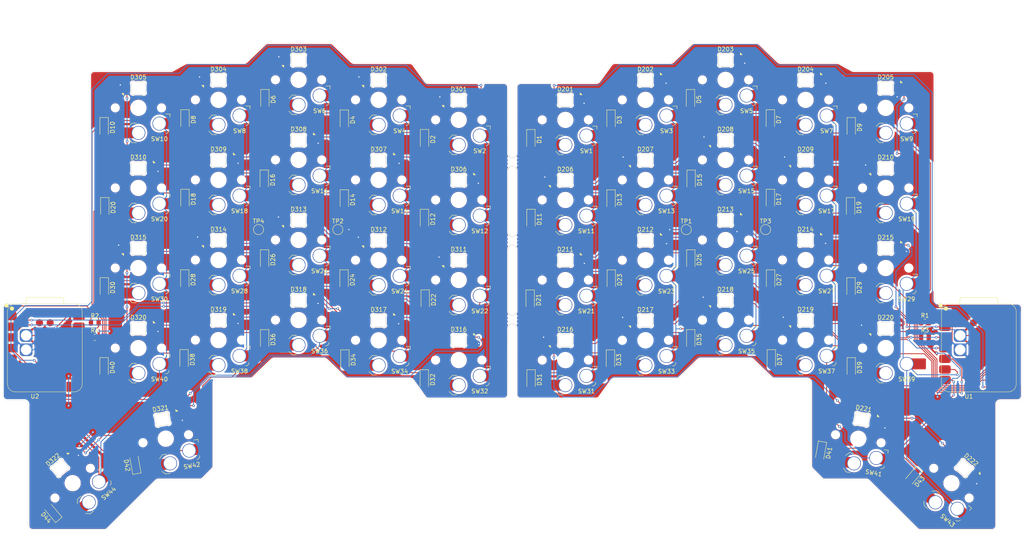
<source format=kicad_pcb>
(kicad_pcb (version 20241229) (generator "pcbnew") (generator_version "9.0")
  (layers (0 "F.Cu" signal) (2 "B.Cu" signal) (13 "F.Paste" user) (15 "B.Paste" user) (5 "F.SilkS" user "F.Silkscreen") (7 "B.SilkS" user "B.Silkscreen") (1 "F.Mask" user) (3 "B.Mask" user) (25 "Edge.Cuts" user))
  (net 0 "")
  (net 1 "Net-(D1-A)")
  (net 2 "/left/ROW0")
  (net 3 "Net-(D3-A)")
  (net 4 "Net-(D5-A)")
  (net 5 "Net-(D7-A)")
  (net 6 "Net-(D9-A)")
  (net 7 "/left/ROW1")
  (net 8 "Net-(D11-A)")
  (net 9 "Net-(D13-A)")
  (net 10 "Net-(D15-A)")
  (net 11 "Net-(D17-A)")
  (net 12 "Net-(D19-A)")
  (net 13 "Net-(D21-A)")
  (net 14 "/left/ROW2")
  (net 15 "Net-(D23-A)")
  (net 16 "Net-(D25-A)")
  (net 17 "Net-(D27-A)")
  (net 18 "Net-(D29-A)")
  (net 19 "Net-(D31-A)")
  (net 20 "/left/ROW3")
  (net 21 "Net-(D33-A)")
  (net 22 "Net-(D35-A)")
  (net 23 "Net-(D37-A)")
  (net 24 "Net-(D39-A)")
  (net 25 "/left/ROW4")
  (net 26 "Net-(D41-A)")
  (net 27 "Net-(D43-A)")
  (net 28 "/left/BT_PIN")
  (net 29 "/left/VBAT")
  (net 30 "GND")
  (net 31 "/left/COL0")
  (net 32 "/left/COL1")
  (net 33 "/left/COL2")
  (net 34 "/left/COL3")
  (net 35 "/left/COL4")
  (net 43 "/left/LED")
  (net 44 "Net-(D201-DOUT)")
  (net 45 "Net-(D202-DOUT)")
  (net 46 "Net-(D203-DOUT)")
  (net 47 "Net-(D204-DOUT)")
  (net 48 "Net-(D205-DOUT)")
  (net 49 "Net-(D206-DOUT)")
  (net 50 "Net-(D211-DOUT)")
  (net 51 "Net-(D212-DOUT)")
  (net 52 "Net-(D213-DOUT)")
  (net 53 "Net-(D214-DOUT)")
  (net 54 "Net-(D215-DOUT)")
  (net 55 "Net-(D216-DOUT)")
  (net 56 "Net-(D221-DOUT)")
  (net 58 "Net-(D206-DIN)")
  (net 59 "Net-(D207-DIN)")
  (net 60 "Net-(D208-DIN)")
  (net 61 "Net-(D209-DIN)")
  (net 62 "Net-(D216-DIN)")
  (net 63 "Net-(D217-DIN)")
  (net 64 "Net-(D218-DIN)")
  (net 65 "Net-(D219-DIN)")
  (net 66 "Net-(D2-A)")
  (net 67 "/right/ROW0")
  (net 68 "Net-(D4-A)")
  (net 69 "Net-(D6-A)")
  (net 70 "Net-(D8-A)")
  (net 71 "Net-(D10-A)")
  (net 72 "Net-(D12-A)")
  (net 73 "/right/ROW1")
  (net 74 "Net-(D14-A)")
  (net 75 "Net-(D16-A)")
  (net 76 "Net-(D18-A)")
  (net 77 "Net-(D20-A)")
  (net 78 "/right/ROW2")
  (net 79 "Net-(D22-A)")
  (net 80 "Net-(D24-A)")
  (net 81 "Net-(D26-A)")
  (net 82 "Net-(D28-A)")
  (net 83 "Net-(D30-A)")
  (net 84 "/right/ROW3")
  (net 85 "Net-(D32-A)")
  (net 86 "Net-(D34-A)")
  (net 87 "Net-(D36-A)")
  (net 88 "Net-(D38-A)")
  (net 89 "Net-(D40-A)")
  (net 90 "Net-(D42-A)")
  (net 91 "/right/ROW4")
  (net 92 "Net-(D44-A)")
  (net 93 "/right/VBAT")
  (net 94 "/right/LED")
  (net 95 "Net-(D301-DOUT)")
  (net 96 "Net-(D302-DOUT)")
  (net 97 "Net-(D303-DOUT)")
  (net 98 "Net-(D304-DOUT)")
  (net 99 "Net-(D305-DOUT)")
  (net 100 "Net-(D306-DIN)")
  (net 101 "Net-(D306-DOUT)")
  (net 102 "Net-(D307-DIN)")
  (net 103 "Net-(D308-DIN)")
  (net 104 "Net-(D309-DIN)")
  (net 105 "Net-(D311-DOUT)")
  (net 106 "Net-(D312-DOUT)")
  (net 107 "Net-(D313-DOUT)")
  (net 108 "Net-(D314-DOUT)")
  (net 109 "Net-(D315-DOUT)")
  (net 110 "Net-(D316-DIN)")
  (net 111 "Net-(D316-DOUT)")
  (net 112 "Net-(D317-DIN)")
  (net 113 "Net-(D318-DIN)")
  (net 114 "Net-(D319-DIN)")
  (net 115 "Net-(D321-DOUT)")
  (net 117 "/right/BT_PIN")
  (net 118 "/right/COL0")
  (net 119 "/right/COL1")
  (net 120 "/right/COL2")
  (net 121 "/right/COL3")
  (net 122 "/right/COL4")
  (footprint "Diode_SMD:D_SOD-123" (layer "F.Cu") (at 51.173126 112.499152 -90)
    (property "Reference" "D40")
    (property "Value" "D")
  )
  (footprint "PCM_marbastlib-choc:SW_choc_v1_HS_CPG135001S30_1u" (layer "F.Cu") (at 59.33607 88.827652)
    (property "Reference" "SW30")
    (property "Value" "SW_Push")
  )
  (footprint "Diode_SMD:D_SOD-123" (layer "F.Cu") (at 127.347796 115.378129 -90)
    (property "Reference" "D32")
    (property "Value" "D")
  )
  (footprint "PCM_marbastlib-choc:SW_choc_v1_HS_CPG135001S30_1u" (layer "F.Cu") (at 135.53607 91.685152)
    (property "Reference" "SW22")
    (property "Value" "SW_Push")
  )
  (footprint "TestPoint:TestPoint_Pad_D2.0mm" (layer "F.Cu") (at 106.77057 79.683652)
    (property "Reference" "TP2")
    (property "Value" "BAT")
  )
  (footprint "Diode_SMD:D_SOD-123" (layer "F.Cu") (at 190.741073 86.850033 -90)
    (property "Reference" "D25")
    (property "Value" "D")
  )
  (footprint "Diode_SMD:D_SOD-123" (layer "F.Cu") (at 171.824053 91.630607 -90)
    (property "Reference" "D23")
    (property "Value" "D")
  )
  (footprint "PCM_marbastlib-choc:LED_choc_6028R" (layer "F.Cu") (at 198.9995 77.4655)
    (property "Reference" "D213")
    (property "Value" "SK6812")
    (fp_line (start -1.699999 -0.702841) (end -1.699999 0.702843) (stroke (width 0.1)) (layer "Edge.Cuts"))
    (fp_line (start -0.794452 1.5) (end 0.794453 1.5) (stroke (width 0.1)) (layer "Edge.Cuts"))
    (fp_line (start 0.794452 -1.499999) (end -0.794452 -1.499999) (stroke (width 0.1)) (layer "Edge.Cuts"))
    (fp_line (start 1.699999 0.702843) (end 1.699999 -0.702841) (stroke (width 0.1)) (layer "Edge.Cuts"))
    (fp_arc (start -1.749484 -0.919719) (mid -1.712527 -0.814067) (end -1.699999 -0.702842) (stroke (width 0.1)) (layer "Edge.Cuts"))
    (fp_arc (start -1.749484 -0.919719) (mid -1.63807 -1.504033) (end -1.046711 -1.568296) (stroke (width 0.1)) (layer "Edge.Cuts"))
    (fp_arc (start -1.699999 0.702843) (mid -1.712527 0.814069) (end -1.749484 0.919721) (stroke (width 0.1)) (layer "Edge.Cuts"))
    (fp_arc (start -1.046711 1.5683) (mid -1.638071 1.504036) (end -1.749484 0.919721) (stroke (width 0.1)) (layer "Edge.Cuts"))
    (fp_arc (start -1.046711 1.5683) (mid -0.925123 1.517378) (end -0.794453 1.500001) (stroke (width 0.1)) (layer "Edge.Cuts"))
    (fp_arc (start -0.794452 -1.499999) (mid -0.925122 -1.517376) (end -1.04671 -1.568298) (stroke (width 0.1)) (layer "Edge.Cuts"))
    (fp_arc (start 0.794453 1.5) (mid 0.925123 1.517377) (end 1.046711 1.568299) (stroke (width 0.1)) (layer "Edge.Cuts"))
    (fp_arc (start 1.046711 -1.568298) (mid 0.925123 -1.517376) (end 0.794452 -1.499999) (stroke (width 0.1)) (layer "Edge.Cuts"))
    (fp_arc (start 1.046711 -1.568298) (mid 1.638072 -1.504034) (end 1.749484 -0.919718) (stroke (width 0.1)) (layer "Edge.Cuts"))
    (fp_arc (start 1.699999 -0.702841) (mid 1.712527 -0.814067) (end 1.749484 -0.919719) (stroke (width 0.1)) (layer "Edge.Cuts"))
    (fp_arc (start 1.749484 0.919721) (mid 1.638071 1.504035) (end 1.046711 1.568299) (stroke (width 0.1)) (layer "Edge.Cuts"))
    (fp_arc (start 1.749484 0.919721) (mid 1.712527 0.814069) (end 1.699999 0.702844) (stroke (width 0.1)) (layer "Edge.Cuts"))
  )
  (footprint "PCM_marbastlib-choc:LED_choc_6028R" (layer "F.Cu") (at 40.675604 136.404159 40)
    (property "Reference" "D322")
    (property "Value" "SK6812")
    (fp_line (start -1.699999 -0.702841) (end -1.699999 0.702844) (stroke (width 0.1)) (layer "Edge.Cuts"))
    (fp_line (start 0.794452 -1.499998) (end -0.794453 -1.499999) (stroke (width 0.1)) (layer "Edge.Cuts"))
    (fp_line (start -0.794452 1.5) (end 0.794453 1.5) (stroke (width 0.1)) (layer "Edge.Cuts"))
    (fp_line (start 1.699998 0.702843) (end 1.699998 -0.702841) (stroke (width 0.1)) (layer "Edge.Cuts"))
    (fp_arc (start -1.749484 -0.919718) (mid -1.63807 -1.504033) (end -1.046711 -1.568295) (stroke (width 0.1)) (layer "Edge.Cuts"))
    (fp_arc (start -1.749484 -0.919718) (mid -1.712527 -0.814067) (end -1.699999 -0.702842) (stroke (width 0.1)) (layer "Edge.Cuts"))
    (fp_arc (start -0.794453 -1.499999) (mid -0.925122 -1.517376) (end -1.04671 -1.568298) (stroke (width 0.1)) (layer "Edge.Cuts"))
    (fp_arc (start -1.699999 0.702844) (mid -1.712527 0.814069) (end -1.749484 0.919721) (stroke (width 0.1)) (layer "Edge.Cuts"))
    (fp_arc (start 1.046711 -1.568298) (mid 0.925123 -1.517376) (end 0.794452 -1.499998) (stroke (width 0.1)) (layer "Edge.Cuts"))
    (fp_arc (start 1.046711 -1.568298) (mid 1.638071 -1.504034) (end 1.749484 -0.919718) (stroke (width 0.1)) (layer "Edge.Cuts"))
    (fp_arc (start -1.046711 1.5683) (mid -1.638071 1.504036) (end -1.749484 0.919721) (stroke (width 0.1)) (layer "Edge.Cuts"))
    (fp_arc (start -1.046711 1.5683) (mid -0.925123 1.517377) (end -0.794453 1.500001) (stroke (width 0.1)) (layer "Edge.Cuts"))
    (fp_arc (start 1.699998 -0.702841) (mid 1.712528 -0.814067) (end 1.749483 -0.919719) (stroke (width 0.1)) (layer "Edge.Cuts"))
    (fp_arc (start 0.794453 1.5) (mid 0.925123 1.517378) (end 1.046711 1.5683) (stroke (width 0.1)) (layer "Edge.Cuts"))
    (fp_arc (start 1.749484 0.919722) (mid 1.712527 0.814069) (end 1.699998 0.702844) (stroke (width 0.1)) (layer "Edge.Cuts"))
    (fp_arc (start 1.749484 0.919722) (mid 1.638071 1.504035) (end 1.046711 1.5683) (stroke (width 0.1)) (layer "Edge.Cuts"))
  )
  (footprint "PCM_marbastlib-choc:LED_choc_6028R" (layer "F.Cu") (at 198.9995 58.4155 180)
    (property "Reference" "D208")
    (property "Value" "SK6812")
    (fp_line (start 1.699999 0.702843) (end 1.699999 -0.702841) (stroke (width 0.1)) (layer "Edge.Cuts"))
    (fp_line (start 0.794452 -1.499999) (end -0.794452 -1.499999) (stroke (width 0.1)) (layer "Edge.Cuts"))
    (fp_line (start -0.794452 1.5) (end 0.794453 1.5) (stroke (width 0.1)) (layer "Edge.Cuts"))
    (fp_line (start -1.699999 -0.702841) (end -1.699999 0.702843) (stroke (width 0.1)) (layer "Edge.Cuts"))
    (fp_arc (start 1.749484 0.919721) (mid 1.712527 0.814069) (end 1.699999 0.702844) (stroke (width 0.1)) (layer "Edge.Cuts"))
    (fp_arc (start 1.749484 0.919721) (mid 1.638071 1.504035) (end 1.046711 1.568299) (stroke (width 0.1)) (layer "Edge.Cuts"))
    (fp_arc (start 1.699999 -0.702841) (mid 1.712527 -0.814067) (end 1.749484 -0.919719) (stroke (width 0.1)) (layer "Edge.Cuts"))
    (fp_arc (start 1.046711 -1.568298) (mid 1.638072 -1.504034) (end 1.749484 -0.919718) (stroke (width 0.1)) (layer "Edge.Cuts"))
    (fp_arc (start 1.046711 -1.568298) (mid 0.925123 -1.517376) (end 0.794452 -1.499999) (stroke (width 0.1)) (layer "Edge.Cuts"))
    (fp_arc (start 0.794453 1.5) (mid 0.925123 1.517377) (end 1.046711 1.568299) (stroke (width 0.1)) (layer "Edge.Cuts"))
    (fp_arc (start -0.794452 -1.499999) (mid -0.925122 -1.517376) (end -1.04671 -1.568298) (stroke (width 0.1)) (layer "Edge.Cuts"))
    (fp_arc (start -1.046711 1.5683) (mid -0.925123 1.517378) (end -0.794453 1.500001) (stroke (width 0.1)) (layer "Edge.Cuts"))
    (fp_arc (start -1.046711 1.5683) (mid -1.638071 1.504036) (end -1.749484 0.919721) (stroke (width 0.1)) (layer "Edge.Cuts"))
    (fp_arc (start -1.699999 0.702843) (mid -1.712527 0.814069) (end -1.749484 0.919721) (stroke (width 0.1)) (layer "Edge.Cuts"))
    (fp_arc (start -1.749484 -0.919719) (mid -1.63807 -1.504033) (end -1.046711 -1.568296) (stroke (width 0.1)) (layer "Edge.Cuts"))
    (fp_arc (start -1.749484 -0.919719) (mid -1.712527 -0.814067) (end -1.699999 -0.702842) (stroke (width 0.1)) (layer "Edge.Cuts"))
  )
  (footprint "PCM_marbastlib-choc:SW_choc_v1_HS_CPG135001S30_1u" (layer "F.Cu") (at 179.9495 48.828)
    (property "Reference" "SW3")
    (property "Value" "SW_Push")
  )
  (footprint "Diode_SMD:D_SOD-123" (layer "F.Cu") (at 209.673 72.4595 -90)
    (property "Reference" "D17")
    (property "Value" "D")
  )
  (footprint "Diode_SMD:D_SOD-123" (layer "F.Cu") (at 70.367188 91.616024 -90)
    (property "Reference" "D28")
    (property "Value" "D")
  )
  (footprint "PCM_marbastlib-choc:LED_choc_6028R" (layer "F.Cu") (at 179.9495 63.178 180)
    (property "Reference" "D207")
    (property "Value" "SK6812")
    (fp_line (start 1.699999 0.702843) (end 1.699999 -0.702841) (stroke (width 0.1)) (layer "Edge.Cuts"))
    (fp_line (start 0.794452 -1.499999) (end -0.794452 -1.499999) (stroke (width 0.1)) (layer "Edge.Cuts"))
    (fp_line (start -0.794452 1.5) (end 0.794453 1.5) (stroke (width 0.1)) (layer "Edge.Cuts"))
    (fp_line (start -1.699999 -0.702841) (end -1.699999 0.702843) (stroke (width 0.1)) (layer "Edge.Cuts"))
    (fp_arc (start 1.749484 0.919721) (mid 1.712527 0.814069) (end 1.699999 0.702844) (stroke (width 0.1)) (layer "Edge.Cuts"))
    (fp_arc (start 1.749484 0.919721) (mid 1.638071 1.504035) (end 1.046711 1.568299) (stroke (width 0.1)) (layer "Edge.Cuts"))
    (fp_arc (start 1.699999 -0.702841) (mid 1.712527 -0.814067) (end 1.749484 -0.919719) (stroke (width 0.1)) (layer "Edge.Cuts"))
    (fp_arc (start 1.046711 -1.568298) (mid 1.638072 -1.504034) (end 1.749484 -0.919718) (stroke (width 0.1)) (layer "Edge.Cuts"))
    (fp_arc (start 1.046711 -1.568298) (mid 0.925123 -1.517376) (end 0.794452 -1.499999) (stroke (width 0.1)) (layer "Edge.Cuts"))
    (fp_arc (start 0.794453 1.5) (mid 0.925123 1.517377) (end 1.046711 1.568299) (stroke (width 0.1)) (layer "Edge.Cuts"))
    (fp_arc (start -0.794452 -1.499999) (mid -0.925122 -1.517376) (end -1.04671 -1.568298) (stroke (width 0.1)) (layer "Edge.Cuts"))
    (fp_arc (start -1.046711 1.5683) (mid -0.925123 1.517378) (end -0.794453 1.500001) (stroke (width 0.1)) (layer "Edge.Cuts"))
    (fp_arc (start -1.046711 1.5683) (mid -1.638071 1.504036) (end -1.749484 0.919721) (stroke (width 0.1)) (layer "Edge.Cuts"))
    (fp_arc (start -1.699999 0.702843) (mid -1.712527 0.814069) (end -1.749484 0.919721) (stroke (width 0.1)) (layer "Edge.Cuts"))
    (fp_arc (start -1.749484 -0.919719) (mid -1.63807 -1.504033) (end -1.046711 -1.568296) (stroke (width 0.1)) (layer "Edge.Cuts"))
    (fp_arc (start -1.749484 -0.919719) (mid -1.712527 -0.814067) (end -1.699999 -0.702842) (stroke (width 0.1)) (layer "Edge.Cuts"))
  )
  (footprint "Diode_SMD:D_SOD-123" (layer "F.Cu") (at 70.192783 110.603492 -90)
    (property "Reference" "D38")
    (property "Value" "D")
  )
  (footprint "PCM_marbastlib-choc:SW_choc_v1_HS_CPG135001S30_1u" (layer "F.Cu") (at 97.43607 63.110152)
    (property "Reference" "SW16")
    (property "Value" "SW_Push")
  )
  (footprint "Panelization:MouseBite-Slot_2.0x2.0mm_outset_D0.5mm_P0.85mm_3h" (layer "F.Cu") (at 149.282863 63.586402 90)
    (property "Reference" "H9" (hide yes))
    (property "Value" "MountingHole" (hide yes))
    (fp_arc (start -2 -2) (mid -1 -1) (end -2 0) (stroke (width 0.1)) (layer "Edge.Cuts"))
    (fp_arc (start 2 0) (mid 1 -1) (end 2 -2) (stroke (width 0.1)) (layer "Edge.Cuts"))
  )
  (footprint "PCM_marbastlib-choc:LED_choc_6028R" (layer "F.Cu") (at 97.43607 77.460152 180)
    (property "Reference" "D313")
    (property "Value" "SK6812")
    (fp_line (start 1.699999 0.702843) (end 1.699999 -0.702841) (stroke (width 0.1)) (layer "Edge.Cuts"))
    (fp_line (start 0.794452 -1.499999) (end -0.794452 -1.499999) (stroke (width 0.1)) (layer "Edge.Cuts"))
    (fp_line (start -0.794452 1.5) (end 0.794453 1.5) (stroke (width 0.1)) (layer "Edge.Cuts"))
    (fp_line (start -1.699999 -0.702841) (end -1.699999 0.702843) (stroke (width 0.1)) (layer "Edge.Cuts"))
    (fp_arc (start 1.749484 0.919721) (mid 1.712527 0.814069) (end 1.699999 0.702844) (stroke (width 0.1)) (layer "Edge.Cuts"))
    (fp_arc (start 1.749484 0.919721) (mid 1.638071 1.504035) (end 1.046711 1.568299) (stroke (width 0.1)) (layer "Edge.Cuts"))
    (fp_arc (start 1.699999 -0.702841) (mid 1.712527 -0.814067) (end 1.749484 -0.919719) (stroke (width 0.1)) (layer "Edge.Cuts"))
    (fp_arc (start 1.046711 -1.568298) (mid 1.638072 -1.504034) (end 1.749484 -0.919718) (stroke (width 0.1)) (layer "Edge.Cuts"))
    (fp_arc (start 1.046711 -1.568298) (mid 0.925123 -1.517376) (end 0.794452 -1.499999) (stroke (width 0.1)) (layer "Edge.Cuts"))
    (fp_arc (start 0.794453 1.5) (mid 0.925123 1.517377) (end 1.046711 1.568299) (stroke (width 0.1)) (layer "Edge.Cuts"))
    (fp_arc (start -0.794452 -1.499999) (mid -0.925122 -1.517376) (end -1.04671 -1.568298) (stroke (width 0.1)) (layer "Edge.Cuts"))
    (fp_arc (start -1.046711 1.5683) (mid -0.925123 1.517378) (end -0.794453 1.500001) (stroke (width 0.1)) (layer "Edge.Cuts"))
    (fp_arc (start -1.046711 1.5683) (mid -1.638071 1.504036) (end -1.749484 0.919721) (stroke (width 0.1)) (layer "Edge.Cuts"))
    (fp_arc (start -1.699999 0.702843) (mid -1.712527 0.814069) (end -1.749484 0.919721) (stroke (width 0.1)) (layer "Edge.Cuts"))
    (fp_arc (start -1.749484 -0.919719) (mid -1.63807 -1.504033) (end -1.046711 -1.568296) (stroke (width 0.1)) (layer "Edge.Cuts"))
    (fp_arc (start -1.749484 -0.919719) (mid -1.712527 -0.814067) (end -1.699999 -0.702842) (stroke (width 0.1)) (layer "Edge.Cuts"))
  )
  (footprint "PCM_marbastlib-choc:LED_choc_6028R" (layer "F.Cu") (at 116.48607 44.122652 180)
    (property "Reference" "D302")
    (property "Value" "SK6812")
    (fp_line (start 1.699999 0.702843) (end 1.699999 -0.702841) (stroke (width 0.1)) (layer "Edge.Cuts"))
    (fp_line (start 0.794452 -1.499999) (end -0.794452 -1.499999) (stroke (width 0.1)) (layer "Edge.Cuts"))
    (fp_line (start -0.794452 1.5) (end 0.794453 1.5) (stroke (width 0.1)) (layer "Edge.Cuts"))
    (fp_line (start -1.699999 -0.702841) (end -1.699999 0.702843) (stroke (width 0.1)) (layer "Edge.Cuts"))
    (fp_arc (start 1.749484 0.919721) (mid 1.712527 0.814069) (end 1.699999 0.702844) (stroke (width 0.1)) (layer "Edge.Cuts"))
    (fp_arc (start 1.749484 0.919721) (mid 1.638071 1.504035) (end 1.046711 1.568299) (stroke (width 0.1)) (layer "Edge.Cuts"))
    (fp_arc (start 1.699999 -0.702841) (mid 1.712527 -0.814067) (end 1.749484 -0.919719) (stroke (width 0.1)) (layer "Edge.Cuts"))
    (fp_arc (start 1.046711 -1.568298) (mid 1.638072 -1.504034) (end 1.749484 -0.919718) (stroke (width 0.1)) (layer "Edge.Cuts"))
    (fp_arc (start 1.046711 -1.568298) (mid 0.925123 -1.517376) (end 0.794452 -1.499999) (stroke (width 0.1)) (layer "Edge.Cuts"))
    (fp_arc (start 0.794453 1.5) (mid 0.925123 1.517377) (end 1.046711 1.568299) (stroke (width 0.1)) (layer "Edge.Cuts"))
    (fp_arc (start -0.794452 -1.499999) (mid -0.925122 -1.517376) (end -1.04671 -1.568298) (stroke (width 0.1)) (layer "Edge.Cuts"))
    (fp_arc (start -1.046711 1.5683) (mid -0.925123 1.517378) (end -0.794453 1.500001) (stroke (width 0.1)) (layer "Edge.Cuts"))
    (fp_arc (start -1.046711 1.5683) (mid -1.638071 1.504036) (end -1.749484 0.919721) (stroke (width 0.1)) (layer "Edge.Cuts"))
    (fp_arc (start -1.699999 0.702843) (mid -1.712527 0.814069) (end -1.749484 0.919721) (stroke (width 0.1)) (layer "Edge.Cuts"))
    (fp_arc (start -1.749484 -0.919719) (mid -1.63807 -1.504033) (end -1.046711 -1.568296) (stroke (width 0.1)) (layer "Edge.Cuts"))
    (fp_arc (start -1.749484 -0.919719) (mid -1.712527 -0.814067) (end -1.699999 -0.702842) (stroke (width 0.1)) (layer "Edge.Cuts"))
  )
  (footprint "Diode_SMD:D_SOD-123" (layer "F.Cu") (at 243.657463 138.350159 -130)
    (property "Reference" "D43")
    (property "Value" "D")
  )
  (footprint "PCM_marbastlib-choc:LED_choc_6028R" (layer "F.Cu") (at 179.9495 101.3225 180)
    (property "Reference" "D217")
    (property "Value" "SK6812")
    (fp_line (start 1.699999 0.702843) (end 1.699999 -0.702841) (stroke (width 0.1)) (layer "Edge.Cuts"))
    (fp_line (start 0.794452 -1.499999) (end -0.794452 -1.499999) (stroke (width 0.1)) (layer "Edge.Cuts"))
    (fp_line (start -0.794452 1.5) (end 0.794453 1.5) (stroke (width 0.1)) (layer "Edge.Cuts"))
    (fp_line (start -1.699999 -0.702841) (end -1.699999 0.702843) (stroke (width 0.1)) (layer "Edge.Cuts"))
    (fp_arc (start 1.749484 0.919721) (mid 1.712527 0.814069) (end 1.699999 0.702844) (stroke (width 0.1)) (layer "Edge.Cuts"))
    (fp_arc (start 1.749484 0.919721) (mid 1.638071 1.504035) (end 1.046711 1.568299) (stroke (width 0.1)) (layer "Edge.Cuts"))
    (fp_arc (start 1.699999 -0.702841) (mid 1.712527 -0.814067) (end 1.749484 -0.919719) (stroke (width 0.1)) (layer "Edge.Cuts"))
    (fp_arc (start 1.046711 -1.568298) (mid 1.638072 -1.504034) (end 1.749484 -0.919718) (stroke (width 0.1)) (layer "Edge.Cuts"))
    (fp_arc (start 1.046711 -1.568298) (mid 0.925123 -1.517376) (end 0.794452 -1.499999) (stroke (width 0.1)) (layer "Edge.Cuts"))
    (fp_arc (start 0.794453 1.5) (mid 0.925123 1.517377) (end 1.046711 1.568299) (stroke (width 0.1)) (layer "Edge.Cuts"))
    (fp_arc (start -0.794452 -1.499999) (mid -0.925122 -1.517376) (end -1.04671 -1.568298) (stroke (width 0.1)) (layer "Edge.Cuts"))
    (fp_arc (start -1.046711 1.5683) (mid -0.925123 1.517378) (end -0.794453 1.500001) (stroke (width 0.1)) (layer "Edge.Cuts"))
    (fp_arc (start -1.046711 1.5683) (mid -1.638071 1.504036) (end -1.749484 0.919721) (stroke (width 0.1)) (layer "Edge.Cuts"))
    (fp_arc (start -1.699999 0.702843) (mid -1.712527 0.814069) (end -1.749484 0.919721) (stroke (width 0.1)) (layer "Edge.Cuts"))
    (fp_arc (start -1.749484 -0.919719) (mid -1.63807 -1.504033) (end -1.046711 -1.568296) (stroke (width 0.1)) (layer "Edge.Cuts"))
    (fp_arc (start -1.749484 -0.919719) (mid -1.712527 -0.814067) (end -1.699999 -0.702842) (stroke (width 0.1)) (layer "Edge.Cuts"))
  )
  (footprint "Diode_SMD:D_SOD-123" (layer "F.Cu") (at 51.33856 74.428544 -90)
    (property "Reference" "D20")
    (property "Value" "D")
  )
  (footprint "PCM_marbastlib-choc:LED_choc_6028R" (layer "F.Cu") (at 237.0995 65.083 180)
    (property "Reference" "D210")
    (property "Value" "SK6812")
    (fp_line (start 1.699999 0.702843) (end 1.699999 -0.702841) (stroke (width 0.1)) (layer "Edge.Cuts"))
    (fp_line (start 0.794452 -1.499999) (end -0.794452 -1.499999) (stroke (width 0.1)) (layer "Edge.Cuts"))
    (fp_line (start -0.794452 1.5) (end 0.794453 1.5) (stroke (width 0.1)) (layer "Edge.Cuts"))
    (fp_line (start -1.699999 -0.702841) (end -1.699999 0.702843) (stroke (width 0.1)) (layer "Edge.Cuts"))
    (fp_arc (start 1.749484 0.919721) (mid 1.712527 0.814069) (end 1.699999 0.702844) (stroke (width 0.1)) (layer "Edge.Cuts"))
    (fp_arc (start 1.749484 0.919721) (mid 1.638071 1.504035) (end 1.046711 1.568299) (stroke (width 0.1)) (layer "Edge.Cuts"))
    (fp_arc (start 1.699999 -0.702841) (mid 1.712527 -0.814067) (end 1.749484 -0.919719) (stroke (width 0.1)) (layer "Edge.Cuts"))
    (fp_arc (start 1.046711 -1.568298) (mid 1.638072 -1.504034) (end 1.749484 -0.919718) (stroke (width 0.1)) (layer "Edge.Cuts"))
    (fp_arc (start 1.046711 -1.568298) (mid 0.925123 -1.517376) (end 0.794452 -1.499999) (stroke (width 0.1)) (layer "Edge.Cuts"))
    (fp_arc (start 0.794453 1.5) (mid 0.925123 1.517377) (end 1.046711 1.568299) (stroke (width 0.1)) (layer "Edge.Cuts"))
    (fp_arc (start -0.794452 -1.499999) (mid -0.925122 -1.517376) (end -1.04671 -1.568298) (stroke (width 0.1)) (layer "Edge.Cuts"))
    (fp_arc (start -1.046711 1.5683) (mid -0.925123 1.517378) (end -0.794453 1.500001) (stroke (width 0.1)) (layer "Edge.Cuts"))
    (fp_arc (start -1.046711 1.5683) (mid -1.638071 1.504036) (end -1.749484 0.919721) (stroke (width 0.1)) (layer "Edge.Cuts"))
    (fp_arc (start -1.699999 0.702843) (mid -1.712527 0.814069) (end -1.749484 0.919721) (stroke (width 0.1)) (layer "Edge.Cuts"))
    (fp_arc (start -1.749484 -0.919719) (mid -1.63807 -1.504033) (end -1.046711 -1.568296) (stroke (width 0.1)) (layer "Edge.Cuts"))
    (fp_arc (start -1.749484 -0.919719) (mid -1.712527 -0.814067) (end -1.699999 -0.702842) (stroke (width 0.1)) (layer "Edge.Cuts"))
  )
  (footprint "PCM_marbastlib-choc:LED_choc_6028R" (layer "F.Cu") (at 78.38607 44.122652 180)
    (property "Reference" "D304")
    (property "Value" "SK6812")
    (fp_line (start 1.699999 0.702843) (end 1.699999 -0.702841) (stroke (width 0.1)) (layer "Edge.Cuts"))
    (fp_line (start 0.794452 -1.499999) (end -0.794452 -1.499999) (stroke (width 0.1)) (layer "Edge.Cuts"))
    (fp_line (start -0.794452 1.5) (end 0.794453 1.5) (stroke (width 0.1)) (layer "Edge.Cuts"))
    (fp_line (start -1.699999 -0.702841) (end -1.699999 0.702843) (stroke (width 0.1)) (layer "Edge.Cuts"))
    (fp_arc (start 1.749484 0.919721) (mid 1.712527 0.814069) (end 1.699999 0.702844) (stroke (width 0.1)) (layer "Edge.Cuts"))
    (fp_arc (start 1.749484 0.919721) (mid 1.638071 1.504035) (end 1.046711 1.568299) (stroke (width 0.1)) (layer "Edge.Cuts"))
    (fp_arc (start 1.699999 -0.702841) (mid 1.712527 -0.814067) (end 1.749484 -0.919719) (stroke (width 0.1)) (layer "Edge.Cuts"))
    (fp_arc (start 1.046711 -1.568298) (mid 1.638072 -1.504034) (end 1.749484 -0.919718) (stroke (width 0.1)) (layer "Edge.Cuts"))
    (fp_arc (start 1.046711 -1.568298) (mid 0.925123 -1.517376) (end 0.794452 -1.499999) (stroke (width 0.1)) (layer "Edge.Cuts"))
    (fp_arc (start 0.794453 1.5) (mid 0.925123 1.517377) (end 1.046711 1.568299) (stroke (width 0.1)) (layer "Edge.Cuts"))
    (fp_arc (start -0.794452 -1.499999) (mid -0.925122 -1.517376) (end -1.04671 -1.568298) (stroke (width 0.1)) (layer "Edge.Cuts"))
    (fp_arc (start -1.046711 1.5683) (mid -0.925123 1.517378) (end -0.794453 1.500001) (stroke (width 0.1)) (layer "Edge.Cuts"))
    (fp_arc (start -1.046711 1.5683) (mid -1.638071 1.504036) (end -1.749484 0.919721) (stroke (width 0.1)) (layer "Edge.Cuts"))
    (fp_arc (start -1.699999 0.702843) (mid -1.712527 0.814069) (end -1.749484 0.919721) (stroke (width 0.1)) (layer "Edge.Cuts"))
    (fp_arc (start -1.749484 -0.919719) (mid -1.63807 -1.504033) (end -1.046711 -1.568296) (stroke (width 0.1)) (layer "Edge.Cuts"))
    (fp_arc (start -1.749484 -0.919719) (mid -1.712527 -0.814067) (end -1.699999 -0.702842) (stroke (width 0.1)) (layer "Edge.Cuts"))
  )
  (footprint "Diode_SMD:D_SOD-123" (layer "F.Cu") (at 127.398983 58.23921 -90)
    (property "Reference" "D2")
    (property "Value" "D")
  )
  (footprint "PCM_marbastlib-choc:SW_choc_v1_HS_CPG135001S30_1u" (layer "F.Cu") (at 237.0995 107.883)
    (property "Reference" "SW39")
    (property "Value" "SW_Push")
  )
  (footprint "PCM_marbastlib-choc:SW_choc_v1_HS_CPG135001S30_1u" (layer "F.Cu") (at 237.0995 88.833)
    (property "Reference" "SW29")
    (property "Value" "SW_Push")
  )
  (footprint "PCM_marbastlib-choc:LED_choc_6028R" (layer "F.Cu") (at 160.8995 48.8905)
    (property "Reference" "D201")
    (property "Value" "SK6812")
    (fp_line (start -1.699999 -0.702841) (end -1.699999 0.702843) (stroke (width 0.1)) (layer "Edge.Cuts"))
    (fp_line (start -0.794452 1.5) (end 0.794453 1.5) (stroke (width 0.1)) (layer "Edge.Cuts"))
    (fp_line (start 0.794452 -1.499999) (end -0.794452 -1.499999) (stroke (width 0.1)) (layer "Edge.Cuts"))
    (fp_line (start 1.699999 0.702843) (end 1.699999 -0.702841) (stroke (width 0.1)) (layer "Edge.Cuts"))
    (fp_arc (start -1.749484 -0.919719) (mid -1.712527 -0.814067) (end -1.699999 -0.702842) (stroke (width 0.1)) (layer "Edge.Cuts"))
    (fp_arc (start -1.749484 -0.919719) (mid -1.63807 -1.504033) (end -1.046711 -1.568296) (stroke (width 0.1)) (layer "Edge.Cuts"))
    (fp_arc (start -1.699999 0.702843) (mid -1.712527 0.814069) (end -1.749484 0.919721) (stroke (width 0.1)) (layer "Edge.Cuts"))
    (fp_arc (start -1.046711 1.5683) (mid -1.638071 1.504036) (end -1.749484 0.919721) (stroke (width 0.1)) (layer "Edge.Cuts"))
    (fp_arc (start -1.046711 1.5683) (mid -0.925123 1.517378) (end -0.794453 1.500001) (stroke (width 0.1)) (layer "Edge.Cuts"))
    (fp_arc (start -0.794452 -1.499999) (mid -0.925122 -1.517376) (end -1.04671 -1.568298) (stroke (width 0.1)) (layer "Edge.Cuts"))
    (fp_arc (start 0.794453 1.5) (mid 0.925123 1.517377) (end 1.046711 1.568299) (stroke (width 0.1)) (layer "Edge.Cuts"))
    (fp_arc (start 1.046711 -1.568298) (mid 0.925123 -1.517376) (end 0.794452 -1.499999) (stroke (width 0.1)) (layer "Edge.Cuts"))
    (fp_arc (start 1.046711 -1.568298) (mid 1.638072 -1.504034) (end 1.749484 -0.919718) (stroke (width 0.1)) (layer "Edge.Cuts"))
    (fp_arc (start 1.699999 -0.702841) (mid 1.712527 -0.814067) (end 1.749484 -0.919719) (stroke (width 0.1)) (layer "Edge.Cuts"))
    (fp_arc (start 1.749484 0.919721) (mid 1.638071 1.504035) (end 1.046711 1.568299) (stroke (width 0.1)) (layer "Edge.Cuts"))
    (fp_arc (start 1.749484 0.919721) (mid 1.712527 0.814069) (end 1.699999 0.702844) (stroke (width 0.1)) (layer "Edge.Cuts"))
  )
  (footprint "PCM_marbastlib-choc:SW_choc_v1_HS_CPG135001S30_1u" (layer "F.Cu") (at 135.53607 53.585152)
    (property "Reference" "SW2")
    (property "Value" "SW_Push")
  )
  (footprint "PCM_marbastlib-choc:SW_choc_v1_HS_CPG135001S30_1u" (layer "F.Cu") (at 218.0495 86.928)
    (property "Reference" "SW27")
    (property "Value" "SW_Push")
  )
  (footprint "Diode_SMD:D_SOD-123" (layer "F.Cu") (at 51.235526 93.484745 -90)
    (property "Reference" "D30")
    (property "Value" "D")
  )
  (footprint "PCM_marbastlib-choc:LED_choc_6028R" (layer "F.Cu") (at 78.38607 82.222652 180)
    (property "Reference" "D314")
    (property "Value" "SK6812")
    (fp_line (start 1.699999 0.702843) (end 1.699999 -0.702841) (stroke (width 0.1)) (layer "Edge.Cuts"))
    (fp_line (start 0.794452 -1.499999) (end -0.794452 -1.499999) (stroke (width 0.1)) (layer "Edge.Cuts"))
    (fp_line (start -0.794452 1.5) (end 0.794453 1.5) (stroke (width 0.1)) (layer "Edge.Cuts"))
    (fp_line (start -1.699999 -0.702841) (end -1.699999 0.702843) (stroke (width 0.1)) (layer "Edge.Cuts"))
    (fp_arc (start 1.749484 0.919721) (mid 1.712527 0.814069) (end 1.699999 0.702844) (stroke (width 0.1)) (layer "Edge.Cuts"))
    (fp_arc (start 1.749484 0.919721) (mid 1.638071 1.504035) (end 1.046711 1.568299) (stroke (width 0.1)) (layer "Edge.Cuts"))
    (fp_arc (start 1.699999 -0.702841) (mid 1.712527 -0.814067) (end 1.749484 -0.919719) (stroke (width 0.1)) (layer "Edge.Cuts"))
    (fp_arc (start 1.046711 -1.568298) (mid 1.638072 -1.504034) (end 1.749484 -0.919718) (stroke (width 0.1)) (layer "Edge.Cuts"))
    (fp_arc (start 1.046711 -1.568298) (mid 0.925123 -1.517376) (end 0.794452 -1.499999) (stroke (width 0.1)) (layer "Edge.Cuts"))
    (fp_arc (start 0.794453 1.5) (mid 0.925123 1.517377) (end 1.046711 1.568299) (stroke (width 0.1)) (layer "Edge.Cuts"))
    (fp_arc (start -0.794452 -1.499999) (mid -0.925122 -1.517376) (end -1.04671 -1.568298) (stroke (width 0.1)) (layer "Edge.Cuts"))
    (fp_arc (start -1.046711 1.5683) (mid -0.925123 1.517378) (end -0.794453 1.500001) (stroke (width 0.1)) (layer "Edge.Cuts"))
    (fp_arc (start -1.046711 1.5683) (mid -1.638071 1.504036) (end -1.749484 0.919721) (stroke (width 0.1)) (layer "Edge.Cuts"))
    (fp_arc (start -1.699999 0.702843) (mid -1.712527 0.814069) (end -1.749484 0.919721) (stroke (width 0.1)) (layer "Edge.Cuts"))
    (fp_arc (start -1.749484 -0.919719) (mid -1.63807 -1.504033) (end -1.046711 -1.568296) (stroke (width 0.1)) (layer "Edge.Cuts"))
    (fp_arc (start -1.749484 -0.919719) (mid -1.712527 -0.814067) (end -1.699999 -0.702842) (stroke (width 0.1)) (layer "Edge.Cuts"))
  )
  (footprint "PCM_marbastlib-choc:LED_choc_6028R" (layer "F.Cu") (at 135.53607 67.935152)
    (property "Reference" "D306")
    (property "Value" "SK6812")
    (fp_line (start -1.699999 -0.702841) (end -1.699999 0.702843) (stroke (width 0.1)) (layer "Edge.Cuts"))
    (fp_line (start -0.794452 1.5) (end 0.794453 1.5) (stroke (width 0.1)) (layer "Edge.Cuts"))
    (fp_line (start 0.794452 -1.499999) (end -0.794452 -1.499999) (stroke (width 0.1)) (layer "Edge.Cuts"))
    (fp_line (start 1.699999 0.702843) (end 1.699999 -0.702841) (stroke (width 0.1)) (layer "Edge.Cuts"))
    (fp_arc (start -1.749484 -0.919719) (mid -1.712527 -0.814067) (end -1.699999 -0.702842) (stroke (width 0.1)) (layer "Edge.Cuts"))
    (fp_arc (start -1.749484 -0.919719) (mid -1.63807 -1.504033) (end -1.046711 -1.568296) (stroke (width 0.1)) (layer "Edge.Cuts"))
    (fp_arc (start -1.699999 0.702843) (mid -1.712527 0.814069) (end -1.749484 0.919721) (stroke (width 0.1)) (layer "Edge.Cuts"))
    (fp_arc (start -1.046711 1.5683) (mid -1.638071 1.504036) (end -1.749484 0.919721) (stroke (width 0.1)) (layer "Edge.Cuts"))
    (fp_arc (start -1.046711 1.5683) (mid -0.925123 1.517378) (end -0.794453 1.500001) (stroke (width 0.1)) (layer "Edge.Cuts"))
    (fp_arc (start -0.794452 -1.499999) (mid -0.925122 -1.517376) (end -1.04671 -1.568298) (stroke (width 0.1)) (layer "Edge.Cuts"))
    (fp_arc (start 0.794453 1.5) (mid 0.925123 1.517377) (end 1.046711 1.568299) (stroke (width 0.1)) (layer "Edge.Cuts"))
    (fp_arc (start 1.046711 -1.568298) (mid 0.925123 -1.517376) (end 0.794452 -1.499999) (stroke (width 0.1)) (layer "Edge.Cuts"))
    (fp_arc (start 1.046711 -1.568298) (mid 1.638072 -1.504034) (end 1.749484 -0.919718) (stroke (width 0.1)) (layer "Edge.Cuts"))
    (fp_arc (start 1.699999 -0.702841) (mid 1.712527 -0.814067) (end 1.749484 -0.919719) (stroke (width 0.1)) (layer "Edge.Cuts"))
    (fp_arc (start 1.749484 0.919721) (mid 1.638071 1.504035) (end 1.046711 1.568299) (stroke (width 0.1)) (layer "Edge.Cuts"))
    (fp_arc (start 1.749484 0.919721) (mid 1.712527 0.814069) (end 1.699999 0.702844) (stroke (width 0.1)) (layer "Edge.Cuts"))
  )
  (footprint "Resistor_SMD:R_0805_2012Metric" (layer "F.Cu") (at 48.96457 105.340894)
    (property "Reference" "R4")
    (property "Value" "R")
  )
  (footprint "Diode_SMD:D_SOD-123" (layer "F.Cu") (at 108.32207 53.594652 -90)
    (property "Reference" "D4")
    (property "Value" "D")
  )
  (footprint "PCM_marbastlib-choc:LED_choc_6028R" (layer "F.Cu") (at 218.0495 63.178 180)
    (property "Reference" "D209")
    (property "Value" "SK6812")
    (fp_line (start 1.699999 0.702843) (end 1.699999 -0.702841) (stroke (width 0.1)) (layer "Edge.Cuts"))
    (fp_line (start 0.794452 -1.499999) (end -0.794452 -1.499999) (stroke (width 0.1)) (layer "Edge.Cuts"))
    (fp_line (start -0.794452 1.5) (end 0.794453 1.5) (stroke (width 0.1)) (layer "Edge.Cuts"))
    (fp_line (start -1.699999 -0.702841) (end -1.699999 0.702843) (stroke (width 0.1)) (layer "Edge.Cuts"))
    (fp_arc (start 1.749484 0.919721) (mid 1.712527 0.814069) (end 1.699999 0.702844) (stroke (width 0.1)) (layer "Edge.Cuts"))
    (fp_arc (start 1.749484 0.919721) (mid 1.638071 1.504035) (end 1.046711 1.568299) (stroke (width 0.1)) (layer "Edge.Cuts"))
    (fp_arc (start 1.699999 -0.702841) (mid 1.712527 -0.814067) (end 1.749484 -0.919719) (stroke (width 0.1)) (layer "Edge.Cuts"))
    (fp_arc (start 1.046711 -1.568298) (mid 1.638072 -1.504034) (end 1.749484 -0.919718) (stroke (width 0.1)) (layer "Edge.Cuts"))
    (fp_arc (start 1.046711 -1.568298) (mid 0.925123 -1.517376) (end 0.794452 -1.499999) (stroke (width 0.1)) (layer "Edge.Cuts"))
    (fp_arc (start 0.794453 1.5) (mid 0.925123 1.517377) (end 1.046711 1.568299) (stroke (width 0.1)) (layer "Edge.Cuts"))
    (fp_arc (start -0.794452 -1.499999) (mid -0.925122 -1.517376) (end -1.04671 -1.568298) (stroke (width 0.1)) (layer "Edge.Cuts"))
    (fp_arc (start -1.046711 1.5683) (mid -0.925123 1.517378) (end -0.794453 1.500001) (stroke (width 0.1)) (layer "Edge.Cuts"))
    (fp_arc (start -1.046711 1.5683) (mid -1.638071 1.504036) (end -1.749484 0.919721) (stroke (width 0.1)) (layer "Edge.Cuts"))
    (fp_arc (start -1.699999 0.702843) (mid -1.712527 0.814069) (end -1.749484 0.919721) (stroke (width 0.1)) (layer "Edge.Cuts"))
    (fp_arc (start -1.749484 -0.919719) (mid -1.63807 -1.504033) (end -1.046711 -1.568296) (stroke (width 0.1)) (layer "Edge.Cuts"))
    (fp_arc (start -1.749484 -0.919719) (mid -1.712527 -0.814067) (end -1.699999 -0.702842) (stroke (width 0.1)) (layer "Edge.Cuts"))
  )
  (footprint "Diode_SMD:D_SOD-123" (layer "F.Cu") (at 228.74701 74.433892 -90)
    (property "Reference" "D19")
    (property "Value" "D")
  )
  (footprint "Diode_SMD:D_SOD-123" (layer "F.Cu") (at 171.7635 53.6 -90)
    (property "Reference" "D3")
    (property "Value" "D")
  )
  (footprint "TestPoint:TestPoint_Pad_D2.0mm" (layer "F.Cu") (at 208.5245 79.689)
    (property "Reference" "TP3")
    (property "Value" "GND")
  )
  (footprint "PCM_marbastlib-choc:LED_choc_6028R" (layer "F.Cu") (at 231.403877 124.812721 -10)
    (property "Reference" "D221")
    (property "Value" "SK6812")
    (fp_line (start -1.699999 -0.702841) (end -1.699999 0.702844) (stroke (width 0.1)) (layer "Edge.Cuts"))
    (fp_line (start -0.794452 1.5) (end 0.794453 1.5) (stroke (width 0.1)) (layer "Edge.Cuts"))
    (fp_line (start 0.794452 -1.5) (end -0.794452 -1.499999) (stroke (width 0.1)) (layer "Edge.Cuts"))
    (fp_line (start 1.699999 0.702843) (end 1.699999 -0.702841) (stroke (width 0.1)) (layer "Edge.Cuts"))
    (fp_arc (start -1.699999 0.702844) (mid -1.712527 0.814069) (end -1.749484 0.919721) (stroke (width 0.1)) (layer "Edge.Cuts"))
    (fp_arc (start -1.749484 -0.919719) (mid -1.712527 -0.814067) (end -1.699999 -0.702842) (stroke (width 0.1)) (layer "Edge.Cuts"))
    (fp_arc (start -1.749484 -0.919719) (mid -1.63807 -1.504033) (end -1.046711 -1.568298) (stroke (width 0.1)) (layer "Edge.Cuts"))
    (fp_arc (start -1.046711 1.568303) (mid -1.638071 1.504036) (end -1.749484 0.919721) (stroke (width 0.1)) (layer "Edge.Cuts"))
    (fp_arc (start -1.046711 1.568303) (mid -0.925123 1.517378) (end -0.794453 1.500001) (stroke (width 0.1)) (layer "Edge.Cuts"))
    (fp_arc (start -0.794452 -1.499999) (mid -0.925122 -1.517376) (end -1.04671 -1.568298) (stroke (width 0.1)) (layer "Edge.Cuts"))
    (fp_arc (start 0.794453 1.5) (mid 0.925125 1.517377) (end 1.046711 1.568299) (stroke (width 0.1)) (layer "Edge.Cuts"))
    (fp_arc (start 1.046711 -1.568298) (mid 0.925123 -1.517376) (end 0.794452 -1.5) (stroke (width 0.1)) (layer "Edge.Cuts"))
    (fp_arc (start 1.046711 -1.568298) (mid 1.638072 -1.504034) (end 1.749484 -0.919718) (stroke (width 0.1)) (layer "Edge.Cuts"))
    (fp_arc (start 1.749484 0.919721) (mid 1.638071 1.504035) (end 1.046711 1.568299) (stroke (width 0.1)) (layer "Edge.Cuts"))
    (fp_arc (start 1.749484 0.919721) (mid 1.712527 0.814069) (end 1.699999 0.702844) (stroke (width 0.1)) (layer "Edge.Cuts"))
    (fp_arc (start 1.699999 -0.702841) (mid 1.712527 -0.814067) (end 1.749484 -0.919719) (stroke (width 0.1)) (layer "Edge.Cuts"))
  )
  (footprint "PCM_marbastlib-choc:SW_choc_v1_HS_CPG135001S30_1u" (layer "F.Cu") (at 78.38607 105.972652)
    (property "Reference" "SW38")
    (property "Value" "SW_Push")
  )
  (footprint "Diode_SMD:D_SOD-123" (layer "F.Cu") (at 58.572767 135.422502 100)
    (property "Reference" "D42")
    (property "Value" "D")
  )
  (footprint "PCM_marbastlib-choc:LED_choc_6028R" (layer "F.Cu") (at 218.0495 82.228)
    (property "Reference" "D214")
    (property "Value" "SK6812")
    (fp_line (start -1.699999 -0.702841) (end -1.699999 0.702843) (stroke (width 0.1)) (layer "Edge.Cuts"))
    (fp_line (start -0.794452 1.5) (end 0.794453 1.5) (stroke (width 0.1)) (layer "Edge.Cuts"))
    (fp_line (start 0.794452 -1.499999) (end -0.794452 -1.499999) (stroke (width 0.1)) (layer "Edge.Cuts"))
    (fp_line (start 1.699999 0.702843) (end 1.699999 -0.702841) (stroke (width 0.1)) (layer "Edge.Cuts"))
    (fp_arc (start -1.749484 -0.919719) (mid -1.712527 -0.814067) (end -1.699999 -0.702842) (stroke (width 0.1)) (layer "Edge.Cuts"))
    (fp_arc (start -1.749484 -0.919719) (mid -1.63807 -1.504033) (end -1.046711 -1.568296) (stroke (width 0.1)) (layer "Edge.Cuts"))
    (fp_arc (start -1.699999 0.702843) (mid -1.712527 0.814069) (end -1.749484 0.919721) (stroke (width 0.1)) (layer "Edge.Cuts"))
    (fp_arc (start -1.046711 1.5683) (mid -1.638071 1.504036) (end -1.749484 0.919721) (stroke (width 0.1)) (layer "Edge.Cuts"))
    (fp_arc (start -1.046711 1.5683) (mid -0.925123 1.517378) (end -0.794453 1.500001) (stroke (width 0.1)) (layer "Edge.Cuts"))
    (fp_arc (start -0.794452 -1.499999) (mid -0.925122 -1.517376) (end -1.04671 -1.568298) (stroke (width 0.1)) (layer "Edge.Cuts"))
    (fp_arc (start 0.794453 1.5) (mid 0.925123 1.517377) (end 1.046711 1.568299) (stroke (width 0.1)) (layer "Edge.Cuts"))
    (fp_arc (start 1.046711 -1.568298) (mid 0.925123 -1.517376) (end 0.794452 -1.499999) (stroke (width 0.1)) (layer "Edge.Cuts"))
    (fp_arc (start 1.046711 -1.568298) (mid 1.638072 -1.504034) (end 1.749484 -0.919718) (stroke (width 0.1)) (layer "Edge.Cuts"))
    (fp_arc (start 1.699999 -0.702841) (mid 1.712527 -0.814067) (end 1.749484 -0.919719) (stroke (width 0.1)) (layer "Edge.Cuts"))
    (fp_arc (start 1.749484 0.919721) (mid 1.638071 1.504035) (end 1.046711 1.568299) (stroke (width 0.1)) (layer "Edge.Cuts"))
    (fp_arc (start 1.749484 0.919721) (mid 1.712527 0.814069) (end 1.699999 0.702844) (stroke (width 0.1)) (layer "Edge.Cuts"))
  )
  (footprint "PCM_marbastlib-choc:LED_choc_6028R" (layer "F.Cu") (at 135.53607 86.985152 180)
    (property "Reference" "D311")
    (property "Value" "SK6812")
    (fp_line (start 1.699999 0.702843) (end 1.699999 -0.702841) (stroke (width 0.1)) (layer "Edge.Cuts"))
    (fp_line (start 0.794452 -1.499999) (end -0.794452 -1.499999) (stroke (width 0.1)) (layer "Edge.Cuts"))
    (fp_line (start -0.794452 1.5) (end 0.794453 1.5) (stroke (width 0.1)) (layer "Edge.Cuts"))
    (fp_line (start -1.699999 -0.702841) (end -1.699999 0.702843) (stroke (width 0.1)) (layer "Edge.Cuts"))
    (fp_arc (start 1.749484 0.919721) (mid 1.712527 0.814069) (end 1.699999 0.702844) (stroke (width 0.1)) (layer "Edge.Cuts"))
    (fp_arc (start 1.749484 0.919721) (mid 1.638071 1.504035) (end 1.046711 1.568299) (stroke (width 0.1)) (layer "Edge.Cuts"))
    (fp_arc (start 1.699999 -0.702841) (mid 1.712527 -0.814067) (end 1.749484 -0.919719) (stroke (width 0.1)) (layer "Edge.Cuts"))
    (fp_arc (start 1.046711 -1.568298) (mid 1.638072 -1.504034) (end 1.749484 -0.919718) (stroke (width 0.1)) (layer "Edge.Cuts"))
    (fp_arc (start 1.046711 -1.568298) (mid 0.925123 -1.517376) (end 0.794452 -1.499999) (stroke (width 0.1)) (layer "Edge.Cuts"))
    (fp_arc (start 0.794453 1.5) (mid 0.925123 1.517377) (end 1.046711 1.568299) (stroke (width 0.1)) (layer "Edge.Cuts"))
    (fp_arc (start -0.794452 -1.499999) (mid -0.925122 -1.517376) (end -1.04671 -1.568298) (stroke (width 0.1)) (layer "Edge.Cuts"))
    (fp_arc (start -1.046711 1.5683) (mid -0.925123 1.517378) (end -0.794453 1.500001) (stroke (width 0.1)) (layer "Edge.Cuts"))
    (fp_arc (start -1.046711 1.5683) (mid -1.638071 1.504036) (end -1.749484 0.919721) (stroke (width 0.1)) (layer "Edge.Cuts"))
    (fp_arc (start -1.699999 0.702843) (mid -1.712527 0.814069) (end -1.749484 0.919721) (stroke (width 0.1)) (layer "Edge.Cuts"))
    (fp_arc (start -1.749484 -0.919719) (mid -1.63807 -1.504033) (end -1.046711 -1.568296) (stroke (width 0.1)) (layer "Edge.Cuts"))
    (fp_arc (start -1.749484 -0.919719) (mid -1.712527 -0.814067) (end -1.699999 -0.702842) (stroke (width 0.1)) (layer "Edge.Cuts"))
  )
  (footprint "PCM_marbastlib-choc:LED_choc_6028R" (layer "F.Cu") (at 97.43607 58.410152)
    (property "Reference" "D308")
    (property "Value" "SK6812")
    (fp_line (start -1.699999 -0.702841) (end -1.699999 0.702843) (stroke (width 0.1)) (layer "Edge.Cuts"))
    (fp_line (start -0.794452 1.5) (end 0.794453 1.5) (stroke (width 0.1)) (layer "Edge.Cuts"))
    (fp_line (start 0.794452 -1.499999) (end -0.794452 -1.499999) (stroke (width 0.1)) (layer "Edge.Cuts"))
    (fp_line (start 1.699999 0.702843) (end 1.699999 -0.702841) (stroke (width 0.1)) (layer "Edge.Cuts"))
    (fp_arc (start -1.749484 -0.919719) (mid -1.712527 -0.814067) (end -1.699999 -0.702842) (stroke (width 0.1)) (layer "Edge.Cuts"))
    (fp_arc (start -1.749484 -0.919719) (mid -1.63807 -1.504033) (end -1.046711 -1.568296) (stroke (width 0.1)) (layer "Edge.Cuts"))
    (fp_arc (start -1.699999 0.702843) (mid -1.712527 0.814069) (end -1.749484 0.919721) (stroke (width 0.1)) (layer "Edge.Cuts"))
    (fp_arc (start -1.046711 1.5683) (mid -1.638071 1.504036) (end -1.749484 0.919721) (stroke (width 0.1)) (layer "Edge.Cuts"))
    (fp_arc (start -1.046711 1.5683) (mid -0.925123 1.517378) (end -0.794453 1.500001) (stroke (width 0.1)) (layer "Edge.Cuts"))
    (fp_arc (start -0.794452 -1.499999) (mid -0.925122 -1.517376) (end -1.04671 -1.568298) (stroke (width 0.1)) (layer "Edge.Cuts"))
    (fp_arc (start 0.794453 1.5) (mid 0.925123 1.517377) (end 1.046711 1.568299) (stroke (width 0.1)) (layer "Edge.Cuts"))
    (fp_arc (start 1.046711 -1.568298) (mid 0.925123 -1.517376) (end 0.794452 -1.499999) (stroke (width 0.1)) (layer "Edge.Cuts"))
    (fp_arc (start 1.046711 -1.568298) (mid 1.638072 -1.504034) (end 1.749484 -0.919718) (stroke (width 0.1)) (layer "Edge.Cuts"))
    (fp_arc (start 1.699999 -0.702841) (mid 1.712527 -0.814067) (end 1.749484 -0.919719) (stroke (width 0.1)) (layer "Edge.Cuts"))
    (fp_arc (start 1.749484 0.919721) (mid 1.638071 1.504035) (end 1.046711 1.568299) (stroke (width 0.1)) (layer "Edge.Cuts"))
    (fp_arc (start 1.749484 0.919721) (mid 1.712527 0.814069) (end 1.699999 0.702844) (stroke (width 0.1)) (layer "Edge.Cuts"))
  )
  (footprint "PCM_marbastlib-choc:LED_choc_6028R" (layer "F.Cu") (at 160.8995 106.0405 180)
    (property "Reference" "D216")
    (property "Value" "SK6812")
    (fp_line (start 1.699999 0.702843) (end 1.699999 -0.702841) (stroke (width 0.1)) (layer "Edge.Cuts"))
    (fp_line (start 0.794452 -1.499999) (end -0.794452 -1.499999) (stroke (width 0.1)) (layer "Edge.Cuts"))
    (fp_line (start -0.794452 1.5) (end 0.794453 1.5) (stroke (width 0.1)) (layer "Edge.Cuts"))
    (fp_line (start -1.699999 -0.702841) (end -1.699999 0.702843) (stroke (width 0.1)) (layer "Edge.Cuts"))
    (fp_arc (start 1.749484 0.919721) (mid 1.712527 0.814069) (end 1.699999 0.702844) (stroke (width 0.1)) (layer "Edge.Cuts"))
    (fp_arc (start 1.749484 0.919721) (mid 1.638071 1.504035) (end 1.046711 1.568299) (stroke (width 0.1)) (layer "Edge.Cuts"))
    (fp_arc (start 1.699999 -0.702841) (mid 1.712527 -0.814067) (end 1.749484 -0.919719) (stroke (width 0.1)) (layer "Edge.Cuts"))
    (fp_arc (start 1.046711 -1.568298) (mid 1.638072 -1.504034) (end 1.749484 -0.919718) (stroke (width 0.1)) (layer "Edge.Cuts"))
    (fp_arc (start 1.046711 -1.568298) (mid 0.925123 -1.517376) (end 0.794452 -1.499999) (stroke (width 0.1)) (layer "Edge.Cuts"))
    (fp_arc (start 0.794453 1.5) (mid 0.925123 1.517377) (end 1.046711 1.568299) (stroke (width 0.1)) (layer "Edge.Cuts"))
    (fp_arc (start -0.794452 -1.499999) (mid -0.925122 -1.517376) (end -1.04671 -1.568298) (stroke (width 0.1)) (layer "Edge.Cuts"))
    (fp_arc (start -1.046711 1.5683) (mid -0.925123 1.517378) (end -0.794453 1.500001) (stroke (width 0.1)) (layer "Edge.Cuts"))
    (fp_arc (start -1.046711 1.5683) (mid -1.638071 1.504036) (end -1.749484 0.919721) (stroke (width 0.1)) (layer "Edge.Cuts"))
    (fp_arc (start -1.699999 0.702843) (mid -1.712527 0.814069) (end -1.749484 0.919721) (stroke (width 0.1)) (layer "Edge.Cuts"))
    (fp_arc (start -1.749484 -0.919719) (mid -1.63807 -1.504033) (end -1.046711 -1.568296) (stroke (width 0.1)) (layer "Edge.Cuts"))
    (fp_arc (start -1.749484 -0.919719) (mid -1.712527 -0.814067) (end -1.699999 -0.702842) (stroke (width 0.1)) (layer "Edge.Cuts"))
  )
  (footprint "PCM_marbastlib-choc:SW_choc_v1_HS_CPG135001S30_1u" (layer "F.Cu") (at 116.48607 106.017152)
    (property "Reference" "SW34")
    (property "Value" "SW_Push")
  )
  (footprint "PCM_marbastlib-choc:SW_choc_v1_HS_CPG135001S30_1u" (layer "F.Cu") (at 160.8995 110.7405)
    (property "Reference" "SW31")
    (property "Value" "SW_Push")
  )
  (footprint "PCM_marbastlib-choc:SW_choc_v1_HS_CPG135001S30_1u" (layer "F.Cu") (at 218.0495 48.828)
    (property "Reference" "SW7")
    (property "Value" "SW_Push")
  )
  (footprint "PCM_marbastlib-choc:LED_choc_6028R" (layer "F.Cu") (at 198.9995 96.5155 180)
    (property "Reference" "D218")
    (property "Value" "SK6812")
    (fp_line (start 1.699999 0.702843) (end 1.699999 -0.702841) (stroke (width 0.1)) (layer "Edge.Cuts"))
    (fp_line (start 0.794452 -1.499999) (end -0.794452 -1.499999) (stroke (width 0.1)) (layer "Edge.Cuts"))
    (fp_line (start -0.794452 1.5) (end 0.794453 1.5) (stroke (width 0.1)) (layer "Edge.Cuts"))
    (fp_line (start -1.699999 -0.702841) (end -1.699999 0.702843) (stroke (width 0.1)) (layer "Edge.Cuts"))
    (fp_arc (start 1.749484 0.919721) (mid 1.712527 0.814069) (end 1.699999 0.702844) (stroke (width 0.1)) (layer "Edge.Cuts"))
    (fp_arc (start 1.749484 0.919721) (mid 1.638071 1.504035) (end 1.046711 1.568299) (stroke (width 0.1)) (layer "Edge.Cuts"))
    (fp_arc (start 1.699999 -0.702841) (mid 1.712527 -0.814067) (end 1.749484 -0.919719) (stroke (width 0.1)) (layer "Edge.Cuts"))
    (fp_arc (start 1.046711 -1.568298) (mid 1.638072 -1.504034) (end 1.749484 -0.919718) (stroke (width 0.1)) (layer "Edge.Cuts"))
    (fp_arc (start 1.046711 -1.568298) (mid 0.925123 -1.517376) (end 0.794452 -1.499999) (stroke (width 0.1)) (layer "Edge.Cuts"))
    (fp_arc (start 0.794453 1.5) (mid 0.925123 1.517377) (end 1.046711 1.568299) (stroke (width 0.1)) (layer "Edge.Cuts"))
    (fp_arc (start -0.794452 -1.499999) (mid -0.925122 -1.517376) (end -1.04671 -1.568298) (stroke (width 0.1)) (layer "Edge.Cuts"))
    (fp_arc (start -1.046711 1.5683) (mid -0.925123 1.517378) (end -0.794453 1.500001) (stroke (width 0.1)) (layer "Edge.Cuts"))
    (fp_arc (start -1.046711 1.5683) (mid -1.638071 1.504036) (end -1.749484 0.919721) (stroke (width 0.1)) (layer "Edge.Cuts"))
    (fp_arc (start -1.699999 0.702843) (mid -1.712527 0.814069) (end -1.749484 0.919721) (stroke (width 0.1)) (layer "Edge.Cuts"))
    (fp_arc (start -1.749484 -0.919719) (mid -1.63807 -1.504033) (end -1.046711 -1.568296) (stroke (width 0.1)) (layer "Edge.Cuts"))
    (fp_arc (start -1.749484 -0.919719) (mid -1.712527 -0.814067) (end -1.699999 -0.702842) (stroke (width 0.1)) (layer "Edge.Cuts"))
  )
  (footprint "PCM_marbastlib-choc:LED_choc_6028R" (layer "F.Cu") (at 59.33607 103.177652)
    (property "Reference" "D320")
    (property "Value" "SK6812")
    (fp_line (start -1.699999 -0.702841) (end -1.699999 0.702843) (stroke (width 0.1)) (layer "Edge.Cuts"))
    (fp_line (start -0.794452 1.5) (end 0.794453 1.5) (stroke (width 0.1)) (layer "Edge.Cuts"))
    (fp_line (start 0.794452 -1.499999) (end -0.794452 -1.499999) (stroke (width 0.1)) (layer "Edge.Cuts"))
    (fp_line (start 1.699999 0.702843) (end 1.699999 -0.702841) (stroke (width 0.1)) (layer "Edge.Cuts"))
    (fp_arc (start -1.749484 -0.919719) (mid -1.712527 -0.814067) (end -1.699999 -0.702842) (stroke (width 0.1)) (layer "Edge.Cuts"))
    (fp_arc (start -1.749484 -0.919719) (mid -1.63807 -1.504033) (end -1.046711 -1.568296) (stroke (width 0.1)) (layer "Edge.Cuts"))
    (fp_arc (start -1.699999 0.702843) (mid -1.712527 0.814069) (end -1.749484 0.919721) (stroke (width 0.1)) (layer "Edge.Cuts"))
    (fp_arc (start -1.046711 1.5683) (mid -1.638071 1.504036) (end -1.749484 0.919721) (stroke (width 0.1)) (layer "Edge.Cuts"))
    (fp_arc (start -1.046711 1.5683) (mid -0.925123 1.517378) (end -0.794453 1.500001) (stroke (width 0.1)) (layer "Edge.Cuts"))
    (fp_arc (start -0.794452 -1.499999) (mid -0.925122 -1.517376) (end -1.04671 -1.568298) (stroke (width 0.1)) (layer "Edge.Cuts"))
    (fp_arc (start 0.794453 1.5) (mid 0.925123 1.517377) (end 1.046711 1.568299) (stroke (width 0.1)) (layer "Edge.Cuts"))
    (fp_arc (start 1.046711 -1.568298) (mid 0.925123 -1.517376) (end 0.794452 -1.499999) (stroke (width 0.1)) (layer "Edge.Cuts"))
    (fp_arc (start 1.046711 -1.568298) (mid 1.638072 -1.504034) (end 1.749484 -0.919718) (stroke (width 0.1)) (layer "Edge.Cuts"))
    (fp_arc (start 1.699999 -0.702841) (mid 1.712527 -0.814067) (end 1.749484 -0.919719) (stroke (width 0.1)) (layer "Edge.Cuts"))
    (fp_arc (start 1.749484 0.919721) (mid 1.638071 1.504035) (end 1.046711 1.568299) (stroke (width 0.1)) (layer "Edge.Cuts"))
    (fp_arc (start 1.749484 0.919721) (mid 1.712527 0.814069) (end 1.699999 0.702844) (stroke (width 0.1)) (layer "Edge.Cuts"))
  )
  (footprint "PCM_marbastlib-choc:SW_choc_v1_HS_CPG135001S30_1u" (layer "F.Cu") (at 97.43607 101.210152)
    (property "Reference" "SW36")
    (property "Value" "SW_Push")
  )
  (footprint "Diode_SMD:D_SOD-123" (layer "F.Cu") (at 152.523 96.398 -90)
    (property "Reference" "D21")
    (property "Value" "D")
  )
  (footprint "Seeed_Studio_XIAO_Series_Library:modified-XIAO-nRF52840-SMD" (layer "F.Cu") (at 259.3065 107.883)
    (property "Reference" "U1")
    (property "Value" "XIAO-nRF52840-SMD")
  )
  (footprint "PCM_marbastlib-choc:LED_choc_6028R" (layer "F.Cu") (at 78.38607 63.172652)
    (property "Reference" "D309")
    (property "Value" "SK6812")
    (fp_line (start -1.699999 -0.702841) (end -1.699999 0.702843) (stroke (width 0.1)) (layer "Edge.Cuts"))
    (fp_line (start -0.794452 1.5) (end 0.794453 1.5) (stroke (width 0.1)) (layer "Edge.Cuts"))
    (fp_line (start 0.794452 -1.499999) (end -0.794452 -1.499999) (stroke (width 0.1)) (layer "Edge.Cuts"))
    (fp_line (start 1.699999 0.702843) (end 1.699999 -0.702841) (stroke (width 0.1)) (layer "Edge.Cuts"))
    (fp_arc (start -1.749484 -0.919719) (mid -1.712527 -0.814067) (end -1.699999 -0.702842) (stroke (width 0.1)) (layer "Edge.Cuts"))
    (fp_arc (start -1.749484 -0.919719) (mid -1.63807 -1.504033) (end -1.046711 -1.568296) (stroke (width 0.1)) (layer "Edge.Cuts"))
    (fp_arc (start -1.699999 0.702843) (mid -1.712527 0.814069) (end -1.749484 0.919721) (stroke (width 0.1)) (layer "Edge.Cuts"))
    (fp_arc (start -1.046711 1.5683) (mid -1.638071 1.504036) (end -1.749484 0.919721) (stroke (width 0.1)) (layer "Edge.Cuts"))
    (fp_arc (start -1.046711 1.5683) (mid -0.925123 1.517378) (end -0.794453 1.500001) (stroke (width 0.1)) (layer "Edge.Cuts"))
    (fp_arc (start -0.794452 -1.499999) (mid -0.925122 -1.517376) (end -1.04671 -1.568298) (stroke (width 0.1)) (layer "Edge.Cuts"))
    (fp_arc (start 0.794453 1.5) (mid 0.925123 1.517377) (end 1.046711 1.568299) (stroke (width 0.1)) (layer "Edge.Cuts"))
    (fp_arc (start 1.046711 -1.568298) (mid 0.925123 -1.517376) (end 0.794452 -1.499999) (stroke (width 0.1)) (layer "Edge.Cuts"))
    (fp_arc (start 1.046711 -1.568298) (mid 1.638072 -1.504034) (end 1.749484 -0.919718) (stroke (width 0.1)) (layer "Edge.Cuts"))
    (fp_arc (start 1.699999 -0.702841) (mid 1.712527 -0.814067) (end 1.749484 -0.919719) (stroke (width 0.1)) (layer "Edge.Cuts"))
    (fp_arc (start 1.749484 0.919721) (mid 1.638071 1.504035) (end 1.046711 1.568299) (stroke (width 0.1)) (layer "Edge.Cuts"))
    (fp_arc (start 1.749484 0.919721) (mid 1.712527 0.814069) (end 1.699999 0.702844) (stroke (width 0.1)) (layer "Edge.Cuts"))
  )
  (footprint "Diode_SMD:D_SOD-123" (layer "F.Cu") (at 190.663633 48.723647 -90)
    (property "Reference" "D5")
    (property "Value" "D")
  )
  (footprint "PCM_marbastlib-choc:LED_choc_6028R" (layer "F.Cu") (at 116.48607 101.317152)
    (property "Reference" "D317")
    (property "Value" "SK6812")
    (fp_line (start -1.699999 -0.702841) (end -1.699999 0.702843) (stroke (width 0.1)) (layer "Edge.Cuts"))
    (fp_line (start -0.794452 1.5) (end 0.794453 1.5) (stroke (width 0.1)) (layer "Edge.Cuts"))
    (fp_line (start 0.794452 -1.499999) (end -0.794452 -1.499999) (stroke (width 0.1)) (layer "Edge.Cuts"))
    (fp_line (start 1.699999 0.702843) (end 1.699999 -0.702841) (stroke (width 0.1)) (layer "Edge.Cuts"))
    (fp_arc (start -1.749484 -0.919719) (mid -1.712527 -0.814067) (end -1.699999 -0.702842) (stroke (width 0.1)) (layer "Edge.Cuts"))
    (fp_arc (start -1.749484 -0.919719) (mid -1.63807 -1.504033) (end -1.046711 -1.568296) (stroke (width 0.1)) (layer "Edge.Cuts"))
    (fp_arc (start -1.699999 0.702843) (mid -1.712527 0.814069) (end -1.749484 0.919721) (stroke (width 0.1)) (layer "Edge.Cuts"))
    (fp_arc (start -1.046711 1.5683) (mid -1.638071 1.504036) (end -1.749484 0.919721) (stroke (width 0.1)) (layer "Edge.Cuts"))
    (fp_arc (start -1.046711 1.5683) (mid -0.925123 1.517378) (end -0.794453 1.500001) (stroke (width 0.1)) (layer "Edge.Cuts"))
    (fp_arc (start -0.794452 -1.499999) (mid -0.925122 -1.517376) (end -1.04671 -1.568298) (stroke (width 0.1)) (layer "Edge.Cuts"))
    (fp_arc (start 0.794453 1.5) (mid 0.925123 1.517377) (end 1.046711 1.568299) (stroke (width 0.1)) (layer "Edge.Cuts"))
    (fp_arc (start 1.046711 -1.568298) (mid 0.925123 -1.517376) (end 0.794452 -1.499999) (stroke (width 0.1)) (layer "Edge.Cuts"))
    (fp_arc (start 1.046711 -1.568298) (mid 1.638072 -1.504034) (end 1.749484 -0.919718) (stroke (width 0.1)) (layer "Edge.Cuts"))
    (fp_arc (start 1.699999 -0.702841) (mid 1.712527 -0.814067) (end 1.749484 -0.919719) (stroke (width 0.1)) (layer "Edge.Cuts"))
    (fp_arc (start 1.749484 0.919721) (mid 1.638071 1.504035) (end 1.046711 1.568299) (stroke (width 0.1)) (layer "Edge.Cuts"))
    (fp_arc (start 1.749484 0.919721) (mid 1.712527 0.814069) (end 1.699999 0.702844) (stroke (width 0.1)) (layer "Edge.Cuts"))
  )
  (footprint "Diode_SMD:D_SOD-123" (layer "F.Cu") (at 171.7635 72.5855 -90)
    (property "Reference" "D13")
    (property "Value" "D")
  )
  (footprint "PCM_marbastlib-choc:LED_choc_6028R" (layer "F.Cu") (at 78.38607 101.272652)
    (property "Reference" "D319")
    (property "Value" "SK6812")
    (fp_line (start -1.699999 -0.702841) (end -1.699999 0.702843) (stroke (width 0.1)) (layer "Edge.Cuts"))
    (fp_line (start -0.794452 1.5) (end 0.794453 1.5) (stroke (width 0.1)) (layer "Edge.Cuts"))
    (fp_line (start 0.794452 -1.499999) (end -0.794452 -1.499999) (stroke (width 0.1)) (layer "Edge.Cuts"))
    (fp_line (start 1.699999 0.702843) (end 1.699999 -0.702841) (stroke (width 0.1)) (layer "Edge.Cuts"))
    (fp_arc (start -1.749484 -0.919719) (mid -1.712527 -0.814067) (end -1.699999 -0.702842) (stroke (width 0.1)) (layer "Edge.Cuts"))
    (fp_arc (start -1.749484 -0.919719) (mid -1.63807 -1.504033) (end -1.046711 -1.568296) (stroke (width 0.1)) (layer "Edge.Cuts"))
    (fp_arc (start -1.699999 0.702843) (mid -1.712527 0.814069) (end -1.749484 0.919721) (stroke (width 0.1)) (layer "Edge.Cuts"))
    (fp_arc (start -1.046711 1.5683) (mid -1.638071 1.504036) (end -1.749484 0.919721) (stroke (width 0.1)) (layer "Edge.Cuts"))
    (fp_arc (start -1.046711 1.5683) (mid -0.925123 1.517378) (end -0.794453 1.500001) (stroke (width 0.1)) (layer "Edge.Cuts"))
    (fp_arc (start -0.794452 -1.499999) (mid -0.925122 -1.517376) (end -1.04671 -1.568298) (stroke (width 0.1)) (layer "Edge.Cuts"))
    (fp_arc (start 0.794453 1.5) (mid 0.925123 1.517377) (end 1.046711 1.568299) (stroke (width 0.1)) (layer "Edge.Cuts"))
    (fp_arc (start 1.046711 -1.568298) (mid 0.925123 -1.517376) (end 0.794452 -1.499999) (stroke (width 0.1)) (layer "Edge.Cuts"))
    (fp_arc (start 1.046711 -1.568298) (mid 1.638072 -1.504034) (end 1.749484 -0.919718) (stroke (width 0.1)) (layer "Edge.Cuts"))
    (fp_arc (start 1.699999 -0.702841) (mid 1.712527 -0.814067) (end 1.749484 -0.919719) (stroke (width 0.1)) (layer "Edge.Cuts"))
    (fp_arc (start 1.749484 0.919721) (mid 1.638071 1.504035) (end 1.046711 1.568299) (stroke (width 0.1)) (layer "Edge.Cuts"))
    (fp_arc (start 1.749484 0.919721) (mid 1.712527 0.814069) (end 1.699999 0.702844) (stroke (width 0.1)) (layer "Edge.Cuts"))
  )
  (footprint "Diode_SMD:D_SOD-123" (layer "F.Cu") (at 209.892787 110.60884 -90)
    (property "Reference" "D37")
    (property "Value" "D")
  )
  (footprint "PCM_marbastlib-choc:LED_choc_6028R" (layer "F.Cu") (at 179.9495 44.128)
    (property "Reference" "D202")
    (property "Value" "SK6812")
    (fp_line (start -1.699999 -0.702841) (end -1.699999 0.702843) (stroke (width 0.1)) (layer "Edge.Cuts"))
    (fp_line (start -0.794452 1.5) (end 0.794453 1.5) (stroke (width 0.1)) (layer "Edge.Cuts"))
    (fp_line (start 0.794452 -1.499999) (end -0.794452 -1.499999) (stroke (width 0.1)) (layer "Edge.Cuts"))
    (fp_line (start 1.699999 0.702843) (end 1.699999 -0.702841) (stroke (width 0.1)) (layer "Edge.Cuts"))
    (fp_arc (start -1.749484 -0.919719) (mid -1.712527 -0.814067) (end -1.699999 -0.702842) (stroke (width 0.1)) (layer "Edge.Cuts"))
    (fp_arc (start -1.749484 -0.919719) (mid -1.63807 -1.504033) (end -1.046711 -1.568296) (stroke (width 0.1)) (layer "Edge.Cuts"))
    (fp_arc (start -1.699999 0.702843) (mid -1.712527 0.814069) (end -1.749484 0.919721) (stroke (width 0.1)) (layer "Edge.Cuts"))
    (fp_arc (start -1.046711 1.5683) (mid -1.638071 1.504036) (end -1.749484 0.919721) (stroke (width 0.1)) (layer "Edge.Cuts"))
    (fp_arc (start -1.046711 1.5683) (mid -0.925123 1.517378) (end -0.794453 1.500001) (stroke (width 0.1)) (layer "Edge.Cuts"))
    (fp_arc (start -0.794452 -1.499999) (mid -0.925122 -1.517376) (end -1.04671 -1.568298) (stroke (width 0.1)) (layer "Edge.Cuts"))
    (fp_arc (start 0.794453 1.5) (mid 0.925123 1.517377) (end 1.046711 1.568299) (stroke (width 0.1)) (layer "Edge.Cuts"))
    (fp_arc (start 1.046711 -1.568298) (mid 0.925123 -1.517376) (end 0.794452 -1.499999) (stroke (width 0.1)) (layer "Edge.Cuts"))
    (fp_arc (start 1.046711 -1.568298) (mid 1.638072 -1.504034) (end 1.749484 -0.919718) (stroke (width 0.1)) (layer "Edge.Cuts"))
    (fp_arc (start 1.699999 -0.702841) (mid 1.712527 -0.814067) (end 1.749484 -0.919719) (stroke (width 0.1)) (layer "Edge.Cuts"))
    (fp_arc (start 1.749484 0.919721) (mid 1.638071 1.504035) (end 1.046711 1.568299) (stroke (width 0.1)) (layer "Edge.Cuts"))
    (fp_arc (start 1.749484 0.919721) (mid 1.712527 0.814069) (end 1.699999 0.702844) (stroke (width 0.1)) (layer "Edge.Cuts"))
  )
  (footprint "PCM_marbastlib-choc:SW_choc_v1_HS_CPG135001S30_1u" (layer "F.Cu") (at 237.0995 50.733)
    (property "Reference" "SW9")
    (property "Value" "SW_Push")
  )
  (footprint "PCM_marbastlib-choc:SW_choc_v1_HS_CPG135001S30_1u" (layer "F.Cu") (at 218.0495 105.978)
    (property "Reference" "SW37")
    (property "Value" "SW_Push")
  )
  (footprint "Diode_SMD:D_SOD-123" (layer "F.Cu") (at 228.850044 93.490093 -90)
    (property "Reference" "D29")
    (property "Value" "D")
  )
  (footprint "PCM_marbastlib-choc:LED_choc_6028R" (layer "F.Cu") (at 59.33607 46.027652 180)
    (property "Reference" "D305")
    (property "Value" "SK6812")
    (fp_line (start 1.699999 0.702843) (end 1.699999 -0.702841) (stroke (width 0.1)) (layer "Edge.Cuts"))
    (fp_line (start 0.794452 -1.499999) (end -0.794452 -1.499999) (stroke (width 0.1)) (layer "Edge.Cuts"))
    (fp_line (start -0.794452 1.5) (end 0.794453 1.5) (stroke (width 0.1)) (layer "Edge.Cuts"))
    (fp_line (start -1.699999 -0.702841) (end -1.699999 0.702843) (stroke (width 0.1)) (layer "Edge.Cuts"))
    (fp_arc (start 1.749484 0.919721) (mid 1.712527 0.814069) (end 1.699999 0.702844) (stroke (width 0.1)) (layer "Edge.Cuts"))
    (fp_arc (start 1.749484 0.919721) (mid 1.638071 1.504035) (end 1.046711 1.568299) (stroke (width 0.1)) (layer "Edge.Cuts"))
    (fp_arc (start 1.699999 -0.702841) (mid 1.712527 -0.814067) (end 1.749484 -0.919719) (stroke (width 0.1)) (layer "Edge.Cuts"))
    (fp_arc (start 1.046711 -1.568298) (mid 1.638072 -1.504034) (end 1.749484 -0.919718) (stroke (width 0.1)) (layer "Edge.Cuts"))
    (fp_arc (start 1.046711 -1.568298) (mid 0.925123 -1.517376) (end 0.794452 -1.499999) (stroke (width 0.1)) (layer "Edge.Cuts"))
    (fp_arc (start 0.794453 1.5) (mid 0.925123 1.517377) (end 1.046711 1.568299) (stroke (width 0.1)) (layer "Edge.Cuts"))
    (fp_arc (start -0.794452 -1.499999) (mid -0.925122 -1.517376) (end -1.04671 -1.568298) (stroke (width 0.1)) (layer "Edge.Cuts"))
    (fp_arc (start -1.046711 1.5683) (mid -0.925123 1.517378) (end -0.794453 1.500001) (stroke (width 0.1)) (layer "Edge.Cuts"))
    (fp_arc (start -1.046711 1.5683) (mid -1.638071 1.504036) (end -1.749484 0.919721) (stroke (width 0.1)) (layer "Edge.Cuts"))
    (fp_arc (start -1.699999 0.702843) (mid -1.712527 0.814069) (end -1.749484 0.919721) (stroke (width 0.1)) (layer "Edge.Cuts"))
    (fp_arc (start -1.749484 -0.919719) (mid -1.63807 -1.504033) (end -1.046711 -1.568296) (stroke (width 0.1)) (layer "Edge.Cuts"))
    (fp_arc (start -1.749484 -0.919719) (mid -1.712527 -0.814067) (end -1.699999 -0.702842) (stroke (width 0.1)) (layer "Edge.Cuts"))
  )
  (footprint "PCM_marbastlib-choc:SW_choc_v1_HS_CPG135001S30_1u" (layer "F.Cu") (at 135.53607 72.635152)
    (property "Reference" "SW12")
    (property "Value" "SW_Push")
  )
  (footprint "Diode_SMD:D_SOD-123" (layer "F.Cu") (at 190.723087 105.844372 -90)
    (property "Reference" "D35")
    (property "Value" "D")
  )
  (footprint "Diode_SMD:D_SOD-123" (layer "F.Cu") (at 70.421541 53.533306 -90)
    (property "Reference" "D8")
    (property "Value" "D")
  )
  (footprint "PCM_marbastlib-choc:SW_choc_v1_HS_CPG135001S30_1u" (layer "F.Cu") (at 78.38607 67.872652)
    (property "Reference" "SW18")
    (property "Value" "SW_Push")
  )
  (footprint "PCM_marbastlib-choc:LED_choc_6028R" (layer "F.Cu") (at 160.8995 86.9905)
    (property "Reference" "D211")
    (property "Value" "SK6812")
    (fp_line (start -1.699999 -0.702841) (end -1.699999 0.702843) (stroke (width 0.1)) (layer "Edge.Cuts"))
    (fp_line (start -0.794452 1.5) (end 0.794453 1.5) (stroke (width 0.1)) (layer "Edge.Cuts"))
    (fp_line (start 0.794452 -1.499999) (end -0.794452 -1.499999) (stroke (width 0.1)) (layer "Edge.Cuts"))
    (fp_line (start 1.699999 0.702843) (end 1.699999 -0.702841) (stroke (width 0.1)) (layer "Edge.Cuts"))
    (fp_arc (start -1.749484 -0.919719) (mid -1.712527 -0.814067) (end -1.699999 -0.702842) (stroke (width 0.1)) (layer "Edge.Cuts"))
    (fp_arc (start -1.749484 -0.919719) (mid -1.63807 -1.504033) (end -1.046711 -1.568296) (stroke (width 0.1)) (layer "Edge.Cuts"))
    (fp_arc (start -1.699999 0.702843) (mid -1.712527 0.814069) (end -1.749484 0.919721) (stroke (width 0.1)) (layer "Edge.Cuts"))
    (fp_arc (start -1.046711 1.5683) (mid -1.638071 1.504036) (end -1.749484 0.919721) (stroke (width 0.1)) (layer "Edge.Cuts"))
    (fp_arc (start -1.046711 1.5683) (mid -0.925123 1.517378) (end -0.794453 1.500001) (stroke (width 0.1)) (layer "Edge.Cuts"))
    (fp_arc (start -0.794452 -1.499999) (mid -0.925122 -1.517376) (end -1.04671 -1.568298) (stroke (width 0.1)) (layer "Edge.Cuts"))
    (fp_arc (start 0.794453 1.5) (mid 0.925123 1.517377) (end 1.046711 1.568299) (stroke (width 0.1)) (layer "Edge.Cuts"))
    (fp_arc (start 1.046711 -1.568298) (mid 0.925123 -1.517376) (end 0.794452 -1.499999) (stroke (width 0.1)) (layer "Edge.Cuts"))
    (fp_arc (start 1.046711 -1.568298) (mid 1.638072 -1.504034) (end 1.749484 -0.919718) (stroke (width 0.1)) (layer "Edge.Cuts"))
    (fp_arc (start 1.699999 -0.702841) (mid 1.712527 -0.814067) (end 1.749484 -0.919719) (stroke (width 0.1)) (layer "Edge.Cuts"))
    (fp_arc (start 1.749484 0.919721) (mid 1.638071 1.504035) (end 1.046711 1.568299) (stroke (width 0.1)) (layer "Edge.Cuts"))
    (fp_arc (start 1.749484 0.919721) (mid 1.712527 0.814069) (end 1.699999 0.702844) (stroke (width 0.1)) (layer "Edge.Cuts"))
  )
  (footprint "PCM_marbastlib-choc:SW_choc_v1_HS_CPG135001S30_1u" (layer "F.Cu") (at 135.53607 110.735152)
    (property "Reference" "SW32")
    (property "Value" "SW_Push")
  )
  (footprint "PCM_marbastlib-choc:SW_choc_v1_HS_CPG135001S30_1u" (layer "F.Cu") (at 218.0495 67.878)
    (property "Reference" "SW17")
    (property "Value" "SW_Push")
  )
  (footprint "Diode_SMD:D_SOD-123" (layer "F.Cu") (at 127.37207 77.216652 -90)
    (property "Reference" "D12")
    (property "Value" "D")
  )
  (footprint "Diode_SMD:D_SOD-123" (layer "F.Cu") (at 190.8135 67.8875 -90)
    (property "Reference" "D15")
    (property "Value" "D")
  )
  (footprint "PCM_marbastlib-choc:LED_choc_6028R" (layer "F.Cu") (at 179.9495 82.2725)
    (property "Reference" "D212")
    (property "Value" "SK6812")
    (fp_line (start -1.699999 -0.702841) (end -1.699999 0.702843) (stroke (width 0.1)) (layer "Edge.Cuts"))
    (fp_line (start -0.794452 1.5) (end 0.794453 1.5) (stroke (width 0.1)) (layer "Edge.Cuts"))
    (fp_line (start 0.794452 -1.499999) (end -0.794452 -1.499999) (stroke (width 0.1)) (layer "Edge.Cuts"))
    (fp_line (start 1.699999 0.702843) (end 1.699999 -0.702841) (stroke (width 0.1)) (layer "Edge.Cuts"))
    (fp_arc (start -1.749484 -0.919719) (mid -1.712527 -0.814067) (end -1.699999 -0.702842) (stroke (width 0.1)) (layer "Edge.Cuts"))
    (fp_arc (start -1.749484 -0.919719) (mid -1.63807 -1.504033) (end -1.046711 -1.568296) (stroke (width 0.1)) (layer "Edge.Cuts"))
    (fp_arc (start -1.699999 0.702843) (mid -1.712527 0.814069) (end -1.749484 0.919721) (stroke (width 0.1)) (layer "Edge.Cuts"))
    (fp_arc (start -1.046711 1.5683) (mid -1.638071 1.504036) (end -1.749484 0.919721) (stroke (width 0.1)) (layer "Edge.Cuts"))
    (fp_arc (start -1.046711 1.5683) (mid -0.925123 1.517378) (end -0.794453 1.500001) (stroke (width 0.1)) (layer "Edge.Cuts"))
    (fp_arc (start -0.794452 -1.499999) (mid -0.925122 -1.517376) (end -1.04671 -1.568298) (stroke (width 0.1)) (layer "Edge.Cuts"))
    (fp_arc (start 0.794453 1.5) (mid 0.925123 1.517377) (end 1.046711 1.568299) (stroke (width 0.1)) (layer "Edge.Cuts"))
    (fp_arc (start 1.046711 -1.568298) (mid 0.925123 -1.517376) (end 0.794452 -1.499999) (stroke (width 0.1)) (layer "Edge.Cuts"))
    (fp_arc (start 1.046711 -1.568298) (mid 1.638072 -1.504034) (end 1.749484 -0.919718) (stroke (width 0.1)) (layer "Edge.Cuts"))
    (fp_arc (start 1.699999 -0.702841) (mid 1.712527 -0.814067) (end 1.749484 -0.919719) (stroke (width 0.1)) (layer "Edge.Cuts"))
    (fp_arc (start 1.749484 0.919721) (mid 1.638071 1.504035) (end 1.046711 1.568299) (stroke (width 0.1)) (layer "Edge.Cuts"))
    (fp_arc (start 1.749484 0.919721) (mid 1.712527 0.814069) (end 1.699999 0.702844) (stroke (width 0.1)) (layer "Edge.Cuts"))
  )
  (footprint "Seeed_Studio_XIAO_Series_Library:modified-XIAO-nRF52840-SMD" (layer "F.Cu") (at 37.12907 107.877652)
    (property "Reference" "U2")
    (property "Value" "XIAO-nRF52840-SMD")
  )
  (footprint "PCM_marbastlib-choc:SW_choc_v1_HS_CPG135001S30_1u" (layer "F.Cu") (at 198.9995 82.1655)
    (property "Reference" "SW25")
    (property "Value" "SW_Push")
  )
  (footprint "PCM_marbastlib-choc:SW_choc_v1_HS_CPG135001S30_1u" (layer "F.Cu") (at 116.48607 48.822652)
    (property "Reference" "SW4")
    (property "Value" "SW_Push")
  )
  (footprint "Diode_SMD:D_SOD-123" (layer "F.Cu") (at 228.912444 112.5045 -90)
    (property "Reference" "D39")
    (property "Value" "D")
  )
  (footprint "PCM_marbastlib-choc:SW_choc_v1_HS_CPG135001S30_1u" (layer "F.Cu") (at 160.8995 72.6405)
    (property "Reference" "SW11")
    (property "Value" "SW_Push")
  )
  (footprint "PCM_marbastlib-choc:LED_choc_6028R" (layer "F.Cu") (at 255.759968 136.409509 -40)
    (property "Reference" "D222")
    (property "Value" "SK6812")
    (fp_line (start -0.794452 1.5) (end 0.794453 1.5) (stroke (width 0.1)) (layer "Edge.Cuts"))
    (fp_line (start -1.699999 -0.702841) (end -1.699999 0.702844) (stroke (width 0.1)) (layer "Edge.Cuts"))
    (fp_line (start 1.699999 0.702843) (end 1.699999 -0.702841) (stroke (width 0.1)) (layer "Edge.Cuts"))
    (fp_line (start 0.794452 -1.499999) (end -0.794452 -1.499999) (stroke (width 0.1)) (layer "Edge.Cuts"))
    (fp_arc (start -1.046711 1.5683) (mid -1.638071 1.504036) (end -1.749484 0.919722) (stroke (width 0.1)) (layer "Edge.Cuts"))
    (fp_arc (start -1.046711 1.5683) (mid -0.925123 1.517378) (end -0.794453 1.500001) (stroke (width 0.1)) (layer "Edge.Cuts"))
    (fp_arc (start -1.699999 0.702844) (mid -1.712527 0.814069) (end -1.749484 0.919722) (stroke (width 0.1)) (layer "Edge.Cuts"))
    (fp_arc (start -1.749484 -0.919718) (mid -1.712528 -0.814067) (end -1.7 -0.702842) (stroke (width 0.1)) (layer "Edge.Cuts"))
    (fp_arc (start -1.749484 -0.919718) (mid -1.63807 -1.504033) (end -1.046711 -1.568296) (stroke (width 0.1)) (layer "Edge.Cuts"))
    (fp_arc (start 0.794453 1.5) (mid 0.925123 1.517377) (end 1.046711 1.568299) (stroke (width 0.1)) (layer "Edge.Cuts"))
    (fp_arc (start -0.794452 -1.499999) (mid -0.925122 -1.517376) (end -1.04671 -1.568298) (stroke (width 0.1)) (layer "Edge.Cuts"))
    (fp_arc (start 1.749484 0.919721) (mid 1.638071 1.504035) (end 1.046711 1.568299) (stroke (width 0.1)) (layer "Edge.Cuts"))
    (fp_arc (start 1.749484 0.919721) (mid 1.712527 0.814069) (end 1.699999 0.702844) (stroke (width 0.1)) (layer "Edge.Cuts"))
    (fp_arc (start 1.699999 -0.702841) (mid 1.712527 -0.814067) (end 1.749484 -0.919719) (stroke (width 0.1)) (layer "Edge.Cuts"))
    (fp_arc (start 1.046711 -1.568298) (mid 0.925123 -1.517376) (end 0.794452 -1.499999) (stroke (width 0.1)) (layer "Edge.Cuts"))
    (fp_arc (start 1.046711 -1.568298) (mid 1.638071 -1.504034) (end 1.749484 -0.919718) (stroke (width 0.1)) (layer "Edge.Cuts"))
  )
  (footprint "Diode_SMD:D_SOD-123" (layer "F.Cu") (at 152.7135 77.222 -90)
    (property "Reference" "D11")
    (property "Value" "D")
  )
  (footprint "PCM_marbastlib-choc:SW_choc_v1_HS_CPG135001S30_1u" (layer "F.Cu") (at 65.847839 129.435968 10)
    (property "Reference" "SW42")
    (property "Value" "SW_Push")
  )
  (footprint "Diode_SMD:D_SOD-123" (layer "F.Cu") (at 127.56257 96.392652 -90)
    (property "Reference" "D22")
    (property "Value" "D")
  )
  (footprint "Panelization:MouseBite-Slot_2.0x2.0mm_outset_D0.5mm_P0.85mm_3h" (layer "F.Cu") (at 149.282625 101.114902 90)
    (property "Reference" "H11" (hide yes))
    (property "Value" "MountingHole" (hide yes))
    (fp_arc (start -2 -2) (mid -1 -1) (end -2 0) (stroke (width 0.1)) (layer "Edge.Cuts"))
    (fp_arc (start 2 0) (mid 1 -1) (end 2 -2) (stroke (width 0.1)) (layer "Edge.Cuts"))
  )
  (footprint "PCM_marbastlib-choc:LED_choc_6028R" (layer "F.Cu") (at 218.0495 101.278 180)
    (property "Reference" "D219")
    (property "Value" "SK6812")
    (fp_line (start 1.699999 0.702843) (end 1.699999 -0.702841) (stroke (width 0.1)) (layer "Edge.Cuts"))
    (fp_line (start 0.794452 -1.499999) (end -0.794452 -1.499999) (stroke (width 0.1)) (layer "Edge.Cuts"))
    (fp_line (start -0.794452 1.5) (end 0.794453 1.5) (stroke (width 0.1)) (layer "Edge.Cuts"))
    (fp_line (start -1.699999 -0.702841) (end -1.699999 0.702843) (stroke (width 0.1)) (layer "Edge.Cuts"))
    (fp_arc (start 1.749484 0.919721) (mid 1.712527 0.814069) (end 1.699999 0.702844) (stroke (width 0.1)) (layer "Edge.Cuts"))
    (fp_arc (start 1.749484 0.919721) (mid 1.638071 1.504035) (end 1.046711 1.568299) (stroke (width 0.1)) (layer "Edge.Cuts"))
    (fp_arc (start 1.699999 -0.702841) (mid 1.712527 -0.814067) (end 1.749484 -0.919719) (stroke (width 0.1)) (layer "Edge.Cuts"))
    (fp_arc (start 1.046711 -1.568298) (mid 1.638072 -1.504034) (end 1.749484 -0.919718) (stroke (width 0.1)) (layer "Edge.Cuts"))
    (fp_arc (start 1.046711 -1.568298) (mid 0.925123 -1.517376) (end 0.794452 -1.499999) (stroke (width 0.1)) (layer "Edge.Cuts"))
    (fp_arc (start 0.794453 1.5) (mid 0.925123 1.517377) (end 1.046711 1.568299) (stroke (width 0.1)) (layer "Edge.Cuts"))
    (fp_arc (start -0.794452 -1.499999) (mid -0.925122 -1.517376) (end -1.04671 -1.568298) (stroke (width 0.1)) (layer "Edge.Cuts"))
    (fp_arc (start -1.046711 1.5683) (mid -0.925123 1.517378) (end -0.794453 1.500001) (stroke (width 0.1)) (layer "Edge.Cuts"))
    (fp_arc (start -1.046711 1.5683) (mid -1.638071 1.504036) (end -1.749484 0.919721) (stroke (width 0.1)) (layer "Edge.Cuts"))
    (fp_arc (start -1.699999 0.702843) (mid -1.712527 0.814069) (end -1.749484 0.919721) (stroke (width 0.1)) (layer "Edge.Cuts"))
    (fp_arc (start -1.749484 -0.919719) (mid -1.63807 -1.504033) (end -1.046711 -1.568296) (stroke (width 0.1)) (layer "Edge.Cuts"))
    (fp_arc (start -1.749484 -0.919719) (mid -1.712527 -0.814067) (end -1.699999 -0.702842) (stroke (width 0.1)) (layer "Edge.Cuts"))
  )
  (footprint "PCM_marbastlib-choc:SW_choc_v1_HS_CPG135001S30_1u" (layer "F.Cu") (at 237.0995 69.783)
    (property "Reference" "SW19")
    (property "Value" "SW_Push")
  )
  (footprint "Diode_SMD:D_SOD-123" (layer "F.Cu") (at 89.344497 86.844685 -90)
    (property "Reference" "D26")
    (property "Value" "D")
  )
  (footprint "PCM_marbastlib-choc:LED_choc_6028R" (layer "F.Cu") (at 59.33607 84.127652 180)
    (property "Reference" "D315")
    (property "Value" "SK6812")
    (fp_line (start 1.699999 0.702843) (end 1.699999 -0.702841) (stroke (width 0.1)) (layer "Edge.Cuts"))
    (fp_line (start 0.794452 -1.499999) (end -0.794452 -1.499999) (stroke (width 0.1)) (layer "Edge.Cuts"))
    (fp_line (start -0.794452 1.5) (end 0.794453 1.5) (stroke (width 0.1)) (layer "Edge.Cuts"))
    (fp_line (start -1.699999 -0.702841) (end -1.699999 0.702843) (stroke (width 0.1)) (layer "Edge.Cuts"))
    (fp_arc (start 1.749484 0.919721) (mid 1.712527 0.814069) (end 1.699999 0.702844) (stroke (width 0.1)) (layer "Edge.Cuts"))
    (fp_arc (start 1.749484 0.919721) (mid 1.638071 1.504035) (end 1.046711 1.568299) (stroke (width 0.1)) (layer "Edge.Cuts"))
    (fp_arc (start 1.699999 -0.702841) (mid 1.712527 -0.814067) (end 1.749484 -0.919719) (stroke (width 0.1)) (layer "Edge.Cuts"))
    (fp_arc (start 1.046711 -1.568298) (mid 1.638072 -1.504034) (end 1.749484 -0.919718) (stroke (width 0.1)) (layer "Edge.Cuts"))
    (fp_arc (start 1.046711 -1.568298) (mid 0.925123 -1.517376) (end 0.794452 -1.499999) (stroke (width 0.1)) (layer "Edge.Cuts"))
    (fp_arc (start 0.794453 1.5) (mid 0.925123 1.517377) (end 1.046711 1.568299) (stroke (width 0.1)) (layer "Edge.Cuts"))
    (fp_arc (start -0.794452 -1.499999) (mid -0.925122 -1.517376) (end -1.04671 -1.568298) (stroke (width 0.1)) (layer "Edge.Cuts"))
    (fp_arc (start -1.046711 1.5683) (mid -0.925123 1.517378) (end -0.794453 1.500001) (stroke (width 0.1)) (layer "Edge.Cuts"))
    (fp_arc (start -1.046711 1.5683) (mid -1.638071 1.504036) (end -1.749484 0.919721) (stroke (width 0.1)) (layer "Edge.Cuts"))
    (fp_arc (start -1.699999 0.702843) (mid -1.712527 0.814069) (end -1.749484 0.919721) (stroke (width 0.1)) (layer "Edge.Cuts"))
    (fp_arc (start -1.749484 -0.919719) (mid -1.63807 -1.504033) (end -1.046711 -1.568296) (stroke (width 0.1)) (layer "Edge.Cuts"))
    (fp_arc (start -1.749484 -0.919719) (mid -1.712527 -0.814067) (end -1.699999 -0.702842) (stroke (width 0.1)) (layer "Edge.Cuts"))
  )
  (footprint "PCM_marbastlib-choc:LED_choc_6028R" (layer "F.Cu") (at 116.48607 82.267152 180)
    (property "Reference" "D312")
    (property "Value" "SK6812")
    (fp_line (start 1.699999 0.702843) (end 1.699999 -0.702841) (stroke (width 0.1)) (layer "Edge.Cuts"))
    (fp_line (start 0.794452 -1.499999) (end -0.794452 -1.499999) (stroke (width 0.1)) (layer "Edge.Cuts"))
    (fp_line (start -0.794452 1.5) (end 0.794453 1.5) (stroke (width 0.1)) (layer "Edge.Cuts"))
    (fp_line (start -1.699999 -0.702841) (end -1.699999 0.702843) (stroke (width 0.1)) (layer "Edge.Cuts"))
    (fp_arc (start 1.749484 0.919721) (mid 1.712527 0.814069) (end 1.699999 0.702844) (stroke (width 0.1)) (layer "Edge.Cuts"))
    (fp_arc (start 1.749484 0.919721) (mid 1.638071 1.504035) (end 1.046711 1.568299) (stroke (width 0.1)) (layer "Edge.Cuts"))
    (fp_arc (start 1.699999 -0.702841) (mid 1.712527 -0.814067) (end 1.749484 -0.919719) (stroke (width 0.1)) (layer "Edge.Cuts"))
    (fp_arc (start 1.046711 -1.568298) (mid 1.638072 -1.504034) (end 1.749484 -0.919718) (stroke (width 0.1)) (layer "Edge.Cuts"))
    (fp_arc (start 1.046711 -1.568298) (mid 0.925123 -1.517376) (end 0.794452 -1.499999) (stroke (width 0.1)) (layer "Edge.Cuts"))
    (fp_arc (start 0.794453 1.5) (mid 0.925123 1.517377) (end 1.046711 1.568299) (stroke (width 0.1)) (layer "Edge.Cuts"))
    (fp_arc (start -0.794452 -1.499999) (mid -0.925122 -1.517376) (end -1.04671 -1.568298) (stroke (width 0.1)) (layer "Edge.Cuts"))
    (fp_arc (start -1.046711 1.5683) (mid -0.925123 1.517378) (end -0.794453 1.500001) (stroke (width 0.1)) (layer "Edge.Cuts"))
    (fp_arc (start -1.046711 1.5683) (mid -1.638071 1.504036) (end -1.749484 0.919721) (stroke (width 0.1)) (layer "Edge.Cuts"))
    (fp_arc (start -1.699999 0.702843) (mid -1.712527 0.814069) (end -1.749484 0.919721) (stroke (width 0.1)) (layer "Edge.Cuts"))
    (fp_arc (start -1.749484 -0.919719) (mid -1.63807 -1.504033) (end -1.046711 -1.568296) (stroke (width 0.1)) (layer "Edge.Cuts"))
    (fp_arc (start -1.749484 -0.919719) (mid -1.712527 -0.814067) (end -1.699999 -0.702842) (stroke (width 0.1)) (layer "Edge.Cuts"))
  )
  (footprint "PCM_marbastlib-choc:SW_choc_v1_HS_CPG135001S30_1u" (layer "F.Cu") (at 116.48607 67.872652)
    (property "Reference" "SW14")
    (property "Value" "SW_Push")
  )
  (footprint "PCM_marbastlib-choc:SW_choc_v1_HS_CPG135001S30_1u" (layer "F.Cu") (at 59.33607 107.877652)
    (property "Reference" "SW40")
    (property "Value" "SW_Push")
  )
  (footprint "PCM_marbastlib-choc:SW_choc_v1_HS_CPG135001S30_1u" (layer "F.Cu") (at 230.587731 129.441316 -10)
    (property "Reference" "SW41")
    (property "Value" "SW_Push")
  )
  (footprint "PCM_marbastlib-choc:LED_choc_6028R" (layer "F.Cu") (at 218.0495 44.128)
    (property "Reference" "D204")
    (property "Value" "SK6812")
    (fp_line (start -1.699999 -0.702841) (end -1.699999 0.702843) (stroke (width 0.1)) (layer "Edge.Cuts"))
    (fp_line (start -0.794452 1.5) (end 0.794453 1.5) (stroke (width 0.1)) (layer "Edge.Cuts"))
    (fp_line (start 0.794452 -1.499999) (end -0.794452 -1.499999) (stroke (width 0.1)) (layer "Edge.Cuts"))
    (fp_line (start 1.699999 0.702843) (end 1.699999 -0.702841) (stroke (width 0.1)) (layer "Edge.Cuts"))
    (fp_arc (start -1.749484 -0.919719) (mid -1.712527 -0.814067) (end -1.699999 -0.702842) (stroke (width 0.1)) (layer "Edge.Cuts"))
    (fp_arc (start -1.749484 -0.919719) (mid -1.63807 -1.504033) (end -1.046711 -1.568296) (stroke (width 0.1)) (layer "Edge.Cuts"))
    (fp_arc (start -1.699999 0.702843) (mid -1.712527 0.814069) (end -1.749484 0.919721) (stroke (width 0.1)) (layer "Edge.Cuts"))
    (fp_arc (start -1.046711 1.5683) (mid -1.638071 1.504036) (end -1.749484 0.919721) (stroke (width 0.1)) (layer "Edge.Cuts"))
    (fp_arc (start -1.046711 1.5683) (mid -0.925123 1.517378) (end -0.794453 1.500001) (stroke (width 0.1)) (layer "Edge.Cuts"))
    (fp_arc (start -0.794452 -1.499999) (mid -0.925122 -1.517376) (end -1.04671 -1.568298) (stroke (width 0.1)) (layer "Edge.Cuts"))
    (fp_arc (start 0.794453 1.5) (mid 0.925123 1.517377) (end 1.046711 1.568299) (stroke (width 0.1)) (layer "Edge.Cuts"))
    (fp_arc (start 1.046711 -1.568298) (mid 0.925123 -1.517376) (end 0.794452 -1.499999) (stroke (width 0.1)) (layer "Edge.Cuts"))
    (fp_arc (start 1.046711 -1.568298) (mid 1.638072 -1.504034) (end 1.749484 -0.919718) (stroke (width 0.1)) (layer "Edge.Cuts"))
    (fp_arc (start 1.699999 -0.702841) (mid 1.712527 -0.814067) (end 1.749484 -0.919719) (stroke (width 0.1)) (layer "Edge.Cuts"))
    (fp_arc (start 1.749484 0.919721) (mid 1.638071 1.504035) (end 1.046711 1.568299) (stroke (width 0.1)) (layer "Edge.Cuts"))
    (fp_arc (start 1.749484 0.919721) (mid 1.712527 0.814069) (end 1.699999 0.702844) (stroke (width 0.1)) (layer "Edge.Cuts"))
  )
  (footprint "PCM_marbastlib-choc:SW_choc_v1_HS_CPG135001S30_1u" (layer "F.Cu") (at 179.9495 106.0225)
    (property "Reference" "SW33")
    (property "Value" "SW_Push")
  )
  (footprint "PCM_marbastlib-choc:LED_choc_6028R" (layer "F.Cu") (at 135.53607 106.035152)
    (property "Reference" "D316")
    (property "Value" "SK6812")
    (fp_line (start -1.699999 -0.702841) (end -1.699999 0.702843) (stroke (width 0.1)) (layer "Edge.Cuts"))
    (fp_line (start -0.794452 1.5) (end 0.794453 1.5) (stroke (width 0.1)) (layer "Edge.Cuts"))
    (fp_line (start 0.794452 -1.499999) (end -0.794452 -1.499999) (stroke (width 0.1)) (layer "Edge.Cuts"))
    (fp_line (start 1.699999 0.702843) (end 1.699999 -0.702841) (stroke (width 0.1)) (layer "Edge.Cuts"))
    (fp_arc (start -1.749484 -0.919719) (mid -1.712527 -0.814067) (end -1.699999 -0.702842) (stroke (width 0.1)) (layer "Edge.Cuts"))
    (fp_arc (start -1.749484 -0.919719) (mid -1.63807 -1.504033) (end -1.046711 -1.568296) (stroke (width 0.1)) (layer "Edge.Cuts"))
    (fp_arc (start -1.699999 0.702843) (mid -1.712527 0.814069) (end -1.749484 0.919721) (stroke (width 0.1)) (layer "Edge.Cuts"))
    (fp_arc (start -1.046711 1.5683) (mid -1.638071 1.504036) (end -1.749484 0.919721) (stroke (width 0.1)) (layer "Edge.Cuts"))
    (fp_arc (start -1.046711 1.5683) (mid -0.925123 1.517378) (end -0.794453 1.500001) (stroke (width 0.1)) (layer "Edge.Cuts"))
    (fp_arc (start -0.794452 -1.499999) (mid -0.925122 -1.517376) (end -1.04671 -1.568298) (stroke (width 0.1)) (layer "Edge.Cuts"))
    (fp_arc (start 0.794453 1.5) (mid 0.925123 1.517377) (end 1.046711 1.568299) (stroke (width 0.1)) (layer "Edge.Cuts"))
    (fp_arc (start 1.046711 -1.568298) (mid 0.925123 -1.517376) (end 0.794452 -1.499999) (stroke (width 0.1)) (layer "Edge.Cuts"))
    (fp_arc (start 1.046711 -1.568298) (mid 1.638072 -1.504034) (end 1.749484 -0.919718) (stroke (width 0.1)) (layer "Edge.Cuts"))
    (fp_arc (start 1.699999 -0.702841) (mid 1.712527 -0.814067) (end 1.749484 -0.919719) (stroke (width 0.1)) (layer "Edge.Cuts"))
    (fp_arc (start 1.749484 0.919721) (mid 1.638071 1.504035) (end 1.046711 1.568299) (stroke (width 0.1)) (layer "Edge.Cuts"))
    (fp_arc (start 1.749484 0.919721) (mid 1.712527 0.814069) (end 1.699999 0.702844) (stroke (width 0.1)) (layer "Edge.Cuts"))
  )
  (footprint "Diode_SMD:D_SOD-123" (layer "F.Cu") (at 152.737774 115.383477 -90)
    (property "Reference" "D31")
    (property "Value" "D")
  )
  (footprint "PCM_marbastlib-choc:LED_choc_6028R" (layer "F.Cu") (at 237.0995 103.183 180)
    (property "Reference" "D220")
    (property "Value" "SK6812")
    (fp_line (start 1.699999 0.702843) (end 1.699999 -0.702841) (stroke (width 0.1)) (layer "Edge.Cuts"))
    (fp_line (start 0.794452 -1.499999) (end -0.794452 -1.499999) (stroke (width 0.1)) (layer "Edge.Cuts"))
    (fp_line (start -0.794452 1.5) (end 0.794453 1.5) (stroke (width 0.1)) (layer "Edge.Cuts"))
    (fp_line (start -1.699999 -0.702841) (end -1.699999 0.702843) (stroke (width 0.1)) (layer "Edge.Cuts"))
    (fp_arc (start 1.749484 0.919721) (mid 1.712527 0.814069) (end 1.699999 0.702844) (stroke (width 0.1)) (layer "Edge.Cuts"))
    (fp_arc (start 1.749484 0.919721) (mid 1.638071 1.504035) (end 1.046711 1.568299) (stroke (width 0.1)) (layer "Edge.Cuts"))
    (fp_arc (start 1.699999 -0.702841) (mid 1.712527 -0.814067) (end 1.749484 -0.919719) (stroke (width 0.1)) (layer "Edge.Cuts"))
    (fp_arc (start 1.046711 -1.568298) (mid 1.638072 -1.504034) (end 1.749484 -0.919718) (stroke (width 0.1)) (layer "Edge.Cuts"))
    (fp_arc (start 1.046711 -1.568298) (mid 0.925123 -1.517376) (end 0.794452 -1.499999) (stroke (width 0.1)) (layer "Edge.Cuts"))
    (fp_arc (start 0.794453 1.5) (mid 0.925123 1.517377) (end 1.046711 1.568299) (stroke (width 0.1)) (layer "Edge.Cuts"))
    (fp_arc (start -0.794452 -1.499999) (mid -0.925122 -1.517376) (end -1.04671 -1.568298) (stroke (width 0.1)) (layer "Edge.Cuts"))
    (fp_arc (start -1.046711 1.5683) (mid -0.925123 1.517378) (end -0.794453 1.500001) (stroke (width 0.1)) (layer "Edge.Cuts"))
    (fp_arc (start -1.046711 1.5683) (mid -1.638071 1.504036) (end -1.749484 0.919721) (stroke (width 0.1)) (layer "Edge.Cuts"))
    (fp_arc (start -1.699999 0.702843) (mid -1.712527 0.814069) (end -1.749484 0.919721) (stroke (width 0.1)) (layer "Edge.Cuts"))
    (fp_arc (start -1.749484 -0.919719) (mid -1.63807 -1.504033) (end -1.046711 -1.568296) (stroke (width 0.1)) (layer "Edge.Cuts"))
    (fp_arc (start -1.749484 -0.919719) (mid -1.712527 -0.814067) (end -1.699999 -0.702842) (stroke (width 0.1)) (layer "Edge.Cuts"))
  )
  (footprint "Diode_SMD:D_SOD-123" (layer "F.Cu") (at 152.686587 58.244558 -90)
    (property "Reference" "D1")
    (property "Value" "D")
  )
  (footprint "PCM_marbastlib-choc:LED_choc_6028R" (layer "F.Cu") (at 160.8995 67.9405 180)
    (property "Reference" "D206")
    (property "Value" "SK6812")
    (fp_line (start 1.699999 0.702843) (end 1.699999 -0.702841) (stroke (width 0.1)) (layer "Edge.Cuts"))
    (fp_line (start 0.794452 -1.499999) (end -0.794452 -1.499999) (stroke (width 0.1)) (layer "Edge.Cuts"))
    (fp_line (start -0.794452 1.5) (end 0.794453 1.5) (stroke (width 0.1)) (layer "Edge.Cuts"))
    (fp_line (start -1.699999 -0.702841) (end -1.699999 0.702843) (stroke (width 0.1)) (layer "Edge.Cuts"))
    (fp_arc (start 1.749484 0.919721) (mid 1.712527 0.814069) (end 1.699999 0.702844) (stroke (width 0.1)) (layer "Edge.Cuts"))
    (fp_arc (start 1.749484 0.919721) (mid 1.638071 1.504035) (end 1.046711 1.568299) (stroke (width 0.1)) (layer "Edge.Cuts"))
    (fp_arc (start 1.699999 -0.702841) (mid 1.712527 -0.814067) (end 1.749484 -0.919719) (stroke (width 0.1)) (layer "Edge.Cuts"))
    (fp_arc (start 1.046711 -1.568298) (mid 1.638072 -1.504034) (end 1.749484 -0.919718) (stroke (width 0.1)) (layer "Edge.Cuts"))
    (fp_arc (start 1.046711 -1.568298) (mid 0.925123 -1.517376) (end 0.794452 -1.499999) (stroke (width 0.1)) (layer "Edge.Cuts"))
    (fp_arc (start 0.794453 1.5) (mid 0.925123 1.517377) (end 1.046711 1.568299) (stroke (width 0.1)) (layer "Edge.Cuts"))
    (fp_arc (start -0.794452 -1.499999) (mid -0.925122 -1.517376) (end -1.04671 -1.568298) (stroke (width 0.1)) (layer "Edge.Cuts"))
    (fp_arc (start -1.046711 1.5683) (mid -0.925123 1.517378) (end -0.794453 1.500001) (stroke (width 0.1)) (layer "Edge.Cuts"))
    (fp_arc (start -1.046711 1.5683) (mid -1.638071 1.504036) (end -1.749484 0.919721) (stroke (width 0.1)) (layer "Edge.Cuts"))
    (fp_arc (start -1.699999 0.702843) (mid -1.712527 0.814069) (end -1.749484 0.919721) (stroke (width 0.1)) (layer "Edge.Cuts"))
    (fp_arc (start -1.749484 -0.919719) (mid -1.63807 -1.504033) (end -1.046711 -1.568296) (stroke (width 0.1)) (layer "Edge.Cuts"))
    (fp_arc (start -1.749484 -0.919719) (mid -1.712527 -0.814067) (end -1.699999 -0.702842) (stroke (width 0.1)) (layer "Edge.Cuts"))
  )
  (footprint "Diode_SMD:D_SOD-123" (layer "F.Cu") (at 89.421937 48.718299 -90)
    (property "Reference" "D6")
    (property "Value" "D")
  )
  (footprint "PCM_marbastlib-choc:LED_choc_6028R" (layer "F.Cu") (at 135.53607 48.885152 180)
    (property "Reference" "D301")
    (property "Value" "SK6812")
    (fp_line (start 1.699999 0.702843) (end 1.699999 -0.702841) (stroke (width 0.1)) (layer "Edge.Cuts"))
    (fp_line (start 0.794452 -1.499999) (end -0.794452 -1.499999) (stroke (width 0.1)) (layer "Edge.Cuts"))
    (fp_line (start -0.794452 1.5) (end 0.794453 1.5) (stroke (width 0.1)) (layer "Edge.Cuts"))
    (fp_line (start -1.699999 -0.702841) (end -1.699999 0.702843) (stroke (width 0.1)) (layer "Edge.Cuts"))
    (fp_arc (start 1.749484 0.919721) (mid 1.712527 0.814069) (end 1.699999 0.702844) (stroke (width 0.1)) (layer "Edge.Cuts"))
    (fp_arc (start 1.749484 0.919721) (mid 1.638071 1.504035) (end 1.046711 1.568299) (stroke (width 0.1)) (layer "Edge.Cuts"))
    (fp_arc (start 1.699999 -0.702841) (mid 1.712527 -0.814067) (end 1.749484 -0.919719) (stroke (width 0.1)) (layer "Edge.Cuts"))
    (fp_arc (start 1.046711 -1.568298) (mid 1.638072 -1.504034) (end 1.749484 -0.919718) (stroke (width 0.1)) (layer "Edge.Cuts"))
    (fp_arc (start 1.046711 -1.568298) (mid 0.925123 -1.517376) (end 0.794452 -1.499999) (stroke (width 0.1)) (layer "Edge.Cuts"))
    (fp_arc (start 0.794453 1.5) (mid 0.925123 1.517377) (end 1.046711 1.568299) (stroke (width 0.1)) (layer "Edge.Cuts"))
    (fp_arc (start -0.794452 -1.499999) (mid -0.925122 -1.517376) (end -1.04671 -1.568298) (stroke (width 0.1)) (layer "Edge.Cuts"))
    (fp_arc (start -1.046711 1.5683) (mid -0.925123 1.517378) (end -0.794453 1.500001) (stroke (width 0.1)) (layer "Edge.Cuts"))
    (fp_arc (start -1.046711 1.5683) (mid -1.638071 1.504036) (end -1.749484 0.919721) (stroke (width 0.1)) (layer "Edge.Cuts"))
    (fp_arc (start -1.699999 0.702843) (mid -1.712527 0.814069) (end -1.749484 0.919721) (stroke (width 0.1)) (layer "Edge.Cuts"))
    (fp_arc (start -1.749484 -0.919719) (mid -1.63807 -1.504033) (end -1.046711 -1.568296) (stroke (width 0.1)) (layer "Edge.Cuts"))
    (fp_arc (start -1.749484 -0.919719) (mid -1.712527 -0.814067) (end -1.699999 -0.702842) (stroke (width 0.1)) (layer "Edge.Cuts"))
  )
  (footprint "PCM_marbastlib-choc:SW_choc_v1_HS_CPG135001S30_1u" (layer "F.Cu") (at 97.43607 82.160152)
    (property "Reference" "SW26")
    (property "Value" "SW_Push")
  )
  (footprint "PCM_marbastlib-choc:SW_choc_v1_HS_CPG135001S30_1u" (layer "F.Cu") (at 78.38607 86.922652)
    (property "Reference" "SW28")
    (property "Value" "SW_Push")
  )
  (footprint "PCM_marbastlib-choc:LED_choc_6028R" (layer "F.Cu") (at 237.0995 46.033)
    (property "Reference" "D205")
    (property "Value" "SK6812")
    (fp_line (start -1.699999 -0.702841) (end -1.699999 0.702843) (stroke (width 0.1)) (layer "Edge.Cuts"))
    (fp_line (start -0.794452 1.5) (end 0.794453 1.5) (stroke (width 0.1)) (layer "Edge.Cuts"))
    (fp_line (start 0.794452 -1.499999) (end -0.794452 -1.499999) (stroke (width 0.1)) (layer "Edge.Cuts"))
    (fp_line (start 1.699999 0.702843) (end 1.699999 -0.702841) (stroke (width 0.1)) (layer "Edge.Cuts"))
    (fp_arc (start -1.749484 -0.919719) (mid -1.712527 -0.814067) (end -1.699999 -0.702842) (stroke (width 0.1)) (layer "Edge.Cuts"))
    (fp_arc (start -1.749484 -0.919719) (mid -1.63807 -1.504033) (end -1.046711 -1.568296) (stroke (width 0.1)) (layer "Edge.Cuts"))
    (fp_arc (start -1.699999 0.702843) (mid -1.712527 0.814069) (end -1.749484 0.919721) (stroke (width 0.1)) (layer "Edge.Cuts"))
    (fp_arc (start -1.046711 1.5683) (mid -1.638071 1.504036) (end -1.749484 0.919721) (stroke (width 0.1)) (layer "Edge.Cuts"))
    (fp_arc (start -1.046711 1.5683) (mid -0.925123 1.517378) (end -0.794453 1.500001) (stroke (width 0.1)) (layer "Edge.Cuts"))
    (fp_arc (start -0.794452 -1.499999) (mid -0.925122 -1.517376) (end -1.04671 -1.568298) (stroke (width 0.1)) (layer "Edge.Cuts"))
    (fp_arc (start 0.794453 1.5) (mid 0.925123 1.517377) (end 1.046711 1.568299) (stroke (width 0.1)) (layer "Edge.Cuts"))
    (fp_arc (start 1.046711 -1.568298) (mid 0.925123 -1.517376) (end 0.794452 -1.499999) (stroke (width 0.1)) (layer "Edge.Cuts"))
    (fp_arc (start 1.046711 -1.568298) (mid 1.638072 -1.504034) (end 1.749484 -0.919718) (stroke (width 0.1)) (layer "Edge.Cuts"))
    (fp_arc (start 1.699999 -0.702841) (mid 1.712527 -0.814067) (end 1.749484 -0.919719) (stroke (width 0.1)) (layer "Edge.Cuts"))
    (fp_arc (start 1.749484 0.919721) (mid 1.638071 1.504035) (end 1.046711 1.568299) (stroke (width 0.1)) (layer "Edge.Cuts"))
    (fp_arc (start 1.749484 0.919721) (mid 1.712527 0.814069) (end 1.699999 0.702844) (stroke (width 0.1)) (layer "Edge.Cuts"))
  )
  (footprint "Diode_SMD:D_SOD-123" (layer "F.Cu") (at 89.362483 105.839024 -90)
    (property "Reference" "D36")
    (property "Value" "D")
  )
  (footprint "Resistor_SMD:R_0805_2012Metric" (layer "F.Cu") (at 246.434 101.787)
    (property "Reference" "R1")
    (property "Value" "R")
  )
  (footprint "PCM_marbastlib-choc:LED_choc_6028R" (layer "F.Cu") (at 97.43607 39.360152 180)
    (property "Reference" "D303")
    (property "Value" "SK6812")
    (fp_line (start 1.699999 0.702843) (end 1.699999 -0.702841) (stroke (width 0.1)) (layer "Edge.Cuts"))
    (fp_line (start 0.794452 -1.499999) (end -0.794452 -1.499999) (stroke (width 0.1)) (layer "Edge.Cuts"))
    (fp_line (start -0.794452 1.5) (end 0.794453 1.5) (stroke (width 0.1)) (layer "Edge.Cuts"))
    (fp_line (start -1.699999 -0.702841) (end -1.699999 0.702843) (stroke (width 0.1)) (layer "Edge.Cuts"))
    (fp_arc (start 1.749484 0.919721) (mid 1.712527 0.814069) (end 1.699999 0.702844) (stroke (width 0.1)) (layer "Edge.Cuts"))
    (fp_arc (start 1.749484 0.919721) (mid 1.638071 1.504035) (end 1.046711 1.568299) (stroke (width 0.1)) (layer "Edge.Cuts"))
    (fp_arc (start 1.699999 -0.702841) (mid 1.712527 -0.814067) (end 1.749484 -0.919719) (stroke (width 0.1)) (layer "Edge.Cuts"))
    (fp_arc (start 1.046711 -1.568298) (mid 1.638072 -1.504034) (end 1.749484 -0.919718) (stroke (width 0.1)) (layer "Edge.Cuts"))
    (fp_arc (start 1.046711 -1.568298) (mid 0.925123 -1.517376) (end 0.794452 -1.499999) (stroke (width 0.1)) (layer "Edge.Cuts"))
    (fp_arc (start 0.794453 1.5) (mid 0.925123 1.517377) (end 1.046711 1.568299) (stroke (width 0.1)) (layer "Edge.Cuts"))
    (fp_arc (start -0.794452 -1.499999) (mid -0.925122 -1.517376) (end -1.04671 -1.568298) (stroke (width 0.1)) (layer "Edge.Cuts"))
    (fp_arc (start -1.046711 1.5683) (mid -0.925123 1.517378) (end -0.794453 1.500001) (stroke (width 0.1)) (layer "Edge.Cuts"))
    (fp_arc (start -1.046711 1.5683) (mid -1.638071 1.504036) (end -1.749484 0.919721) (stroke (width 0.1)) (layer "Edge.Cuts"))
    (fp_arc (start -1.699999 0.702843) (mid -1.712527 0.814069) (end -1.749484 0.919721) (stroke (width 0.1)) (layer "Edge.Cuts"))
    (fp_arc (start -1.749484 -0.919719) (mid -1.63807 -1.504033) (end -1.046711 -1.568296) (stroke (width 0.1)) (layer "Edge.Cuts"))
    (fp_arc (start -1.749484 -0.919719) (mid -1.712527 -0.814067) (end -1.699999 -0.702842) (stroke (width 0.1)) (layer "Edge.Cuts"))
  )
  (footprint "Diode_SMD:D_SOD-123" (layer "F.Cu") (at 209.664029 53.538654 -90)
    (property "Reference" "D7")
    (property "Value" "D")
  )
  (footprint "PCM_marbastlib-choc:LED_choc_6028R" (layer "F.Cu") (at 59.33607 65.077652)
    (property "Reference" "D310")
    (property "Value" "SK6812")
    (fp_line (start -1.699999 -0.702841) (end -1.699999 0.702843) (stroke (width 0.1)) (layer "Edge.Cuts"))
    (fp_line (start -0.794452 1.5) (end 0.794453 1.5) (stroke (width 0.1)) (layer "Edge.Cuts"))
    (fp_line (start 0.794452 -1.499999) (end -0.794452 -1.499999) (stroke (width 0.1)) (layer "Edge.Cuts"))
    (fp_line (start 1.699999 0.702843) (end 1.699999 -0.702841) (stroke (width 0.1)) (layer "Edge.Cuts"))
    (fp_arc (start -1.749484 -0.919719) (mid -1.712527 -0.814067) (end -1.699999 -0.702842) (stroke (width 0.1)) (layer "Edge.Cuts"))
    (fp_arc (start -1.749484 -0.919719) (mid -1.63807 -1.504033) (end -1.046711 -1.568296) (stroke (width 0.1)) (layer "Edge.Cuts"))
    (fp_arc (start -1.699999 0.702843) (mid -1.712527 0.814069) (end -1.749484 0.919721) (stroke (width 0.1)) (layer "Edge.Cuts"))
    (fp_arc (start -1.046711 1.5683) (mid -1.638071 1.504036) (end -1.749484 0.919721) (stroke (width 0.1)) (layer "Edge.Cuts"))
    (fp_arc (start -1.046711 1.5683) (mid -0.925123 1.517378) (end -0.794453 1.500001) (stroke (width 0.1)) (layer "Edge.Cuts"))
    (fp_arc (start -0.794452 -1.499999) (mid -0.925122 -1.517376) (end -1.04671 -1.568298) (stroke (width 0.1)) (layer "Edge.Cuts"))
    (fp_arc (start 0.794453 1.5) (mid 0.925123 1.517377) (end 1.046711 1.568299) (stroke (width 0.1)) (layer "Edge.Cuts"))
    (fp_arc (start 1.046711 -1.568298) (mid 0.925123 -1.517376) (end 0.794452 -1.499999) (stroke (width 0.1)) (layer "Edge.Cuts"))
    (fp_arc (start 1.046711 -1.568298) (mid 1.638072 -1.504034) (end 1.749484 -0.919718) (stroke (width 0.1)) (layer "Edge.Cuts"))
    (fp_arc (start 1.699999 -0.702841) (mid 1.712527 -0.814067) (end 1.749484 -0.919719) (stroke (width 0.1)) (layer "Edge.Cuts"))
    (fp_arc (start 1.749484 0.919721) (mid 1.638071 1.504035) (end 1.046711 1.568299) (stroke (width 0.1)) (layer "Edge.Cuts"))
    (fp_arc (start 1.749484 0.919721) (mid 1.712527 0.814069) (end 1.699999 0.702844) (stroke (width 0.1)) (layer "Edge.Cuts"))
  )
  (footprint "Diode_SMD:D_SOD-123" (layer "F.Cu") (at 89.27207 67.882152 -90)
    (property "Reference" "D16")
    (property "Value" "D")
  )
  (footprint "Panelization:MouseBite-Slot_2.0x2.0mm_outset_D0.5mm_P0.85mm_3h" (layer "F.Cu") (at 149.286077 82.350652 90)
    (property "Reference" "H10" (hide yes))
    (property "Value" "MountingHole" (hide yes))
    (fp_arc (start -2 -2) (mid -1 -1) (end -2 0) (stroke (width 0.1)) (layer "Edge.Cuts"))
    (fp_arc (start 2 0) (mid 1 -1) (end 2 -2) (stroke (width 0.1)) (layer "Edge.Cuts"))
  )
  (footprint "PCM_marbastlib-choc:SW_choc_v1_HS_CPG135001S30_1u" (layer "F.Cu") (at 160.8995 53.5905)
    (property "Reference" "SW1")
    (property "Value" "SW_Push")
  )
  (footprint "Diode_SMD:D_SOD-123" (layer "F.Cu") (at 108.261517 91.625259 -90)
    (property "Reference" "D24")
    (property "Value" "D")
  )
  (footprint "PCM_marbastlib-choc:LED_choc_6028R" (layer "F.Cu") (at 237.0995 84.133)
    (property "Reference" "D215")
    (property "Value" "SK6812")
    (fp_line (start -1.699999 -0.702841) (end -1.699999 0.702843) (stroke (width 0.1)) (layer "Edge.Cuts"))
    (fp_line (start -0.794452 1.5) (end 0.794453 1.5) (stroke (width 0.1)) (layer "Edge.Cuts"))
    (fp_line (start 0.794452 -1.499999) (end -0.794452 -1.499999) (stroke (width 0.1)) (layer "Edge.Cuts"))
    (fp_line (start 1.699999 0.702843) (end 1.699999 -0.702841) (stroke (width 0.1)) (layer "Edge.Cuts"))
    (fp_arc (start -1.749484 -0.919719) (mid -1.712527 -0.814067) (end -1.699999 -0.702842) (stroke (width 0.1)) (layer "Edge.Cuts"))
    (fp_arc (start -1.749484 -0.919719) (mid -1.63807 -1.504033) (end -1.046711 -1.568296) (stroke (width 0.1)) (layer "Edge.Cuts"))
    (fp_arc (start -1.699999 0.702843) (mid -1.712527 0.814069) (end -1.749484 0.919721) (stroke (width 0.1)) (layer "Edge.Cuts"))
    (fp_arc (start -1.046711 1.5683) (mid -1.638071 1.504036) (end -1.749484 0.919721) (stroke (width 0.1)) (layer "Edge.Cuts"))
    (fp_arc (start -1.046711 1.5683) (mid -0.925123 1.517378) (end -0.794453 1.500001) (stroke (width 0.1)) (layer "Edge.Cuts"))
    (fp_arc (start -0.794452 -1.499999) (mid -0.925122 -1.517376) (end -1.04671 -1.568298) (stroke (width 0.1)) (layer "Edge.Cuts"))
    (fp_arc (start 0.794453 1.5) (mid 0.925123 1.517377) (end 1.046711 1.568299) (stroke (width 0.1)) (layer "Edge.Cuts"))
    (fp_arc (start 1.046711 -1.568298) (mid 0.925123 -1.517376) (end 0.794452 -1.499999) (stroke (width 0.1)) (layer "Edge.Cuts"))
    (fp_arc (start 1.046711 -1.568298) (mid 1.638072 -1.504034) (end 1.749484 -0.919718) (stroke (width 0.1)) (layer "Edge.Cuts"))
    (fp_arc (start 1.699999 -0.702841) (mid 1.712527 -0.814067) (end 1.749484 -0.919719) (stroke (width 0.1)) (layer "Edge.Cuts"))
    (fp_arc (start 1.749484 0.919721) (mid 1.638071 1.504035) (end 1.046711 1.568299) (stroke (width 0.1)) (layer "Edge.Cuts"))
    (fp_arc (start 1.749484 0.919721) (mid 1.712527 0.814069) (end 1.699999 0.702844) (stroke (width 0.1)) (layer "Edge.Cuts"))
  )
  (footprint "Diode_SMD:D_SOD-123" (layer "F.Cu") (at 51.179458 55.389098 -90)
    (property "Reference" "D10")
    (property "Value" "D")
  )
  (footprint "Resistor_SMD:R_0805_2012Metric" (layer "F.Cu") (at 48.96457 101.857552)
    (property "Reference" "R2")
    (property "Value" "R")
  )
  (footprint "PCM_marbastlib-choc:SW_choc_v1_HS_CPG135001S30_1u" (layer "F.Cu") (at 198.9995 44.0655)
    (property "Reference" "SW5")
    (property "Value" "SW_Push")
  )
  (footprint "PCM_marbastlib-choc:LED_choc_6028R" (layer "F.Cu") (at 65.031693 124.807373 10)
    (property "Reference" "D321")
    (property "Value" "SK6812")
    (fp_line (start -1.699999 -0.702841) (end -1.699999 0.702844) (stroke (width 0.1)) (layer "Edge.Cuts"))
    (fp_line (start -0.794453 1.499999) (end 0.794453 1.5) (stroke (width 0.1)) (layer "Edge.Cuts"))
    (fp_line (start 0.794453 -1.499999) (end -0.794451 -1.499999) (stroke (width 0.1)) (layer "Edge.Cuts"))
    (fp_line (start 1.699999 0.702843) (end 1.699999 -0.702841) (stroke (width 0.1)) (layer "Edge.Cuts"))
    (fp_arc (start -1.749484 -0.919719) (mid -1.712528 -0.814067) (end -1.699998 -0.702842) (stroke (width 0.1)) (layer "Edge.Cuts"))
    (fp_arc (start -1.749484 -0.919719) (mid -1.638069 -1.504032) (end -1.046711 -1.568296) (stroke (width 0.1)) (layer "Edge.Cuts"))
    (fp_arc (start -1.699999 0.702844) (mid -1.712527 0.814068) (end -1.749483 0.919721) (stroke (width 0.1)) (layer "Edge.Cuts"))
    (fp_arc (start -0.794451 -1.499999) (mid -0.925122 -1.517375) (end -1.04671 -1.568297) (stroke (width 0.1)) (layer "Edge.Cuts"))
    (fp_arc (start -1.046711 1.5683) (mid -1.638071 1.504036) (end -1.749483 0.919721) (stroke (width 0.1)) (layer "Edge.Cuts"))
    (fp_arc (start -1.046711 1.5683) (mid -0.925123 1.517379) (end -0.794453 1.500001) (stroke (width 0.1)) (layer "Edge.Cuts"))
    (fp_arc (start 1.046711 -1.568299) (mid 0.925123 -1.517376) (end 0.794453 -1.499999) (stroke (width 0.1)) (layer "Edge.Cuts"))
    (fp_arc (start 1.046711 -1.568299) (mid 1.638073 -1.504034) (end 1.749484 -0.919718) (stroke (width 0.1)) (layer "Edge.Cuts"))
    (fp_arc (start 0.794453 1.5) (mid 0.925124 1.517377) (end 1.046711 1.568298) (stroke (width 0.1)) (layer "Edge.Cuts"))
    (fp_arc (start 1.699999 -0.702841) (mid 1.712527 -0.814066) (end 1.749484 -0.919719) (stroke (width 0.1)) (layer "Edge.Cuts"))
    (fp_arc (start 1.749485 0.91972) (mid 1.638071 1.504035) (end 1.046711 1.568298) (stroke (width 0.1)) (layer "Edge.Cuts"))
    (fp_arc (start 1.749485 0.91972) (mid 1.712526 0.81407) (end 1.699999 0.702844) (stroke (width 0.1)) (layer "Edge.Cuts"))
  )
  (footprint "Diode_SMD:D_SOD-123" (layer "F.Cu") (at 108.32207 72.580152 -90)
    (property "Reference" "D14")
    (property "Value" "D")
  )
  (footprint "PCM_marbastlib-choc:SW_choc_v1_HS_CPG135001S30_1u" (layer "F.Cu") (at 59.33607 50.727652)
    (property "Reference" "SW10")
    (property "Value" "SW_Push")
  )
  (footprint "PCM_marbastlib-choc:SW_choc_v1_HS_CPG135001S30_1u" (layer "F.Cu") (at 97.43607 44.060152)
    (property "Reference" "SW6")
    (property "Value" "SW_Push")
  )
  (footprint "PCM_marbastlib-choc:SW_choc_v1_HS_CPG135001S30_1u" (layer "F.Cu") (at 252.738866 140.009916 -40)
    (property "Reference" "SW43")
    (property "Value" "SW_Push")
  )
  (footprint "PCM_marbastlib-choc:SW_choc_v1_HS_CPG135001S30_1u" (layer "F.Cu") (at 116.48607 86.967152)
    (property "Reference" "SW24")
    (property "Value" "SW_Push")
  )
  (footprint "PCM_marbastlib-choc:SW_choc_v1_HS_CPG135001S30_1u" (layer "F.Cu") (at 59.33607 69.777652)
    (property "Reference" "SW20")
    (property "Value" "SW_Push")
  )
  (footprint "Diode_SMD:D_SOD-123" (layer "F.Cu") (at 108.464813 110.655206 -90)
    (property "Reference" "D34")
    (property "Value" "D")
  )
  (footprint "Diode_SMD:D_SOD-123" (layer "F.Cu") (at 38.890493 146.933394 130)
    (property "Reference" "D44")
    (property "Value" "D")
  )
  (footprint "PCM_marbastlib-choc:SW_choc_v1_HS_CPG135001S30_1u" (layer "F.Cu") (at 43.696704 140.004568 40)
    (property "Reference" "SW44")
    (property "Value" "SW_Push")
  )
  (footprint "Diode_SMD:D_SOD-123" (layer "F.Cu") (at 70.41257 72.454152 -90)
    (property "Reference" "D18")
    (property "Value" "D")
  )
  (footprint "Diode_SMD:D_SOD-123" (layer "F.Cu") (at 209.718382 91.621372 -90)
    (property "Reference" "D27")
    (property "Value" "D")
  )
  (footprint "PCM_marbastlib-choc:SW_choc_v1_HS_CPG135001S30_1u" (layer "F.Cu") (at 160.8995 91.6905)
    (property "Reference" "SW21")
    (property "Value" "SW_Push")
  )
  (footprint "Resistor_SMD:R_0805_2012Metric" (layer "F.Cu") (at 246.434 105.270342)
    (property "Reference" "R3")
    (property "Value" "R")
  )
  (footprint "Diode_SMD:D_SOD-123" (layer "F.Cu") (at 228.906112 55.394446 -90)
    (property "Reference" "D9")
    (property "Value" "D")
  )
  (footprint "PCM_marbastlib-choc:SW_choc_v1_HS_CPG135001S30_1u" (layer "F.Cu") (at 179.9495 86.9725)
    (property "Reference" "SW23")
    (property "Value" "SW_Push")
  )
  (footprint "Diode_SMD:D_SOD-123" (layer "F.Cu") (at 171.620757 110.660554 -90)
    (property "Reference" "D33")
    (property "Value" "D")
  )
  (footprint "PCM_marbastlib-choc:LED_choc_6028R" (layer "F.Cu") (at 198.9995 39.3655)
    (property "Reference" "D203")
    (property "Value" "SK6812")
    (fp_line (start -1.699999 -0.702841) (end -1.699999 0.702843) (stroke (width 0.1)) (layer "Edge.Cuts"))
    (fp_line (start -0.794452 1.5) (end 0.794453 1.5) (stroke (width 0.1)) (layer "Edge.Cuts"))
    (fp_line (start 0.794452 -1.499999) (end -0.794452 -1.499999) (stroke (width 0.1)) (layer "Edge.Cuts"))
    (fp_line (start 1.699999 0.702843) (end 1.699999 -0.702841) (stroke (width 0.1)) (layer "Edge.Cuts"))
    (fp_arc (start -1.749484 -0.919719) (mid -1.712527 -0.814067) (end -1.699999 -0.702842) (stroke (width 0.1)) (layer "Edge.Cuts"))
    (fp_arc (start -1.749484 -0.919719) (mid -1.63807 -1.504033) (end -1.046711 -1.568296) (stroke (width 0.1)) (layer "Edge.Cuts"))
    (fp_arc (start -1.699999 0.702843) (mid -1.712527 0.814069) (end -1.749484 0.919721) (stroke (width 0.1)) (layer "Edge.Cuts"))
    (fp_arc (start -1.046711 1.5683) (mid -1.638071 1.504036) (end -1.749484 0.919721) (stroke (width 0.1)) (layer "Edge.Cuts"))
    (fp_arc (start -1.046711 1.5683) (mid -0.925123 1.517378) (end -0.794453 1.500001) (stroke (width 0.1)) (layer "Edge.Cuts"))
    (fp_arc (start -0.794452 -1.499999) (mid -0.925122 -1.517376) (end -1.04671 -1.568298) (stroke (width 0.1)) (layer "Edge.Cuts"))
    (fp_arc (start 0.794453 1.5) (mid 0.925123 1.517377) (end 1.046711 1.568299) (stroke (width 0.1)) (layer "Edge.Cuts"))
    (fp_arc (start 1.046711 -1.568298) (mid 0.925123 -1.517376) (end 0.794452 -1.499999) (stroke (width 0.1)) (layer "Edge.Cuts"))
    (fp_arc (start 1.046711 -1.568298) (mid 1.638072 -1.504034) (end 1.749484 -0.919718) (stroke (width 0.1)) (layer "Edge.Cuts"))
    (fp_arc (start 1.699999 -0.702841) (mid 1.712527 -0.814067) (end 1.749484 -0.919719) (stroke (width 0.1)) (layer "Edge.Cuts"))
    (fp_arc (start 1.749484 0.919721) (mid 1.638071 1.504035) (end 1.046711 1.568299) (stroke (width 0.1)) (layer "Edge.Cuts"))
    (fp_arc (start 1.749484 0.919721) (mid 1.712527 0.814069) (end 1.699999 0.702844) (stroke (width 0.1)) (layer "Edge.Cuts"))
  )
  (footprint "PCM_marbastlib-choc:SW_choc_v1_HS_CPG135001S30_1u" (layer "F.Cu") (at 198.9995 101.2155)
    (property "Reference" "SW35")
    (property "Value" "SW_Push")
  )
  (footprint "PCM_marbastlib-choc:LED_choc_6028R" (layer "F.Cu") (at 97.43607 96.510152)
    (property "Reference" "D318")
    (property "Value" "SK6812")
    (fp_line (start -1.699999 -0.702841) (end -1.699999 0.702843) (stroke (width 0.1)) (layer "Edge.Cuts"))
    (fp_line (start -0.794452 1.5) (end 0.794453 1.5) (stroke (width 0.1)) (layer "Edge.Cuts"))
    (fp_line (start 0.794452 -1.499999) (end -0.794452 -1.499999) (stroke (width 0.1)) (layer "Edge.Cuts"))
    (fp_line (start 1.699999 0.702843) (end 1.699999 -0.702841) (stroke (width 0.1)) (layer "Edge.Cuts"))
    (fp_arc (start -1.749484 -0.919719) (mid -1.712527 -0.814067) (end -1.699999 -0.702842) (stroke (width 0.1)) (layer "Edge.Cuts"))
    (fp_arc (start -1.749484 -0.919719) (mid -1.63807 -1.504033) (end -1.046711 -1.568296) (stroke (width 0.1)) (layer "Edge.Cuts"))
    (fp_arc (start -1.699999 0.702843) (mid -1.712527 0.814069) (end -1.749484 0.919721) (stroke (width 0.1)) (layer "Edge.Cuts"))
    (fp_arc (start -1.046711 1.5683) (mid -1.638071 1.504036) (end -1.749484 0.919721) (stroke (width 0.1)) (layer "Edge.Cuts"))
    (fp_arc (start -1.046711 1.5683) (mid -0.925123 1.517378) (end -0.794453 1.500001) (stroke (width 0.1)) (layer "Edge.Cuts"))
    (fp_arc (start -0.794452 -1.499999) (mid -0.925122 -1.517376) (end -1.04671 -1.568298) (stroke (width 0.1)) (layer "Edge.Cuts"))
    (fp_arc (start 0.794453 1.5) (mid 0.925123 1.517377) (end 1.046711 1.568299) (stroke (width 0.1)) (layer "Edge.Cuts"))
    (fp_arc (start 1.046711 -1.568298) (mid 0.925123 -1.517376) (end 0.794452 -1.499999) (stroke (width 0.1)) (layer "Edge.Cuts"))
    (fp_arc (start 1.046711 -1.568298) (mid 1.638072 -1.504034) (end 1.749484 -0.919718) (stroke (width 0.1)) (layer "Edge.Cuts"))
    (fp_arc (start 1.699999 -0.702841) (mid 1.712527 -0.814067) (end 1.749484 -0.919719) (stroke (width 0.1)) (layer "Edge.Cuts"))
    (fp_arc (start 1.749484 0.919721) (mid 1.638071 1.504035) (end 1.046711 1.568299) (stroke (width 0.1)) (layer "Edge.Cuts"))
    (fp_arc (start 1.749484 0.919721) (mid 1.712527 0.814069) (end 1.699999 0.702844) (stroke (width 0.1)) (layer "Edge.Cuts"))
  )
  (footprint "PCM_marbastlib-choc:SW_choc_v1_HS_CPG135001S30_1u" (layer "F.Cu") (at 198.9995 63.1155)
    (property "Reference" "SW15")
    (property "Value" "SW_Push")
  )
  (footprint "TestPoint:TestPoint_Pad_D2.0mm" (layer "F.Cu") (at 189.665 79.689)
    (property "Reference" "TP1")
    (property "Value" "BAT")
  )
  (footprint "PCM_marbastlib-choc:SW_choc_v1_HS_CPG135001S30_1u" (layer "F.Cu") (at 179.9495 67.878)
    (property "Reference" "SW13")
    (property "Value" "SW_Push")
  )
  (footprint "PCM_marbastlib-choc:SW_choc_v1_HS_CPG135001S30_1u" (layer "F.Cu") (at 78.38607 48.822652)
    (property "Reference" "SW8")
    (property "Value" "SW_Push")
  )
  (footprint "PCM_marbastlib-choc:LED_choc_6028R" (layer "F.Cu") (at 116.48607 63.172652)
    (property "Reference" "D307")
    (property "Value" "SK6812")
    (fp_line (start -1.699999 -0.702841) (end -1.699999 0.702843) (stroke (width 0.1)) (layer "Edge.Cuts"))
    (fp_line (start -0.794452 1.5) (end 0.794453 1.5) (stroke (width 0.1)) (layer "Edge.Cuts"))
    (fp_line (start 0.794452 -1.499999) (end -0.794452 -1.499999) (stroke (width 0.1)) (layer "Edge.Cuts"))
    (fp_line (start 1.699999 0.702843) (end 1.699999 -0.702841) (stroke (width 0.1)) (layer "Edge.Cuts"))
    (fp_arc (start -1.749484 -0.919719) (mid -1.712527 -0.814067) (end -1.699999 -0.702842) (stroke (width 0.1)) (layer "Edge.Cuts"))
    (fp_arc (start -1.749484 -0.919719) (mid -1.63807 -1.504033) (end -1.046711 -1.568296) (stroke (width 0.1)) (layer "Edge.Cuts"))
    (fp_arc (start -1.699999 0.702843) (mid -1.712527 0.814069) (end -1.749484 0.919721) (stroke (width 0.1)) (layer "Edge.Cuts"))
    (fp_arc (start -1.046711 1.5683) (mid -1.638071 1.504036) (end -1.749484 0.919721) (stroke (width 0.1)) (layer "Edge.Cuts"))
    (fp_arc (start -1.046711 1.5683) (mid -0.925123 1.517378) (end -0.794453 1.500001) (stroke (width 0.1)) (layer "Edge.Cuts"))
    (fp_arc (start -0.794452 -1.499999) (mid -0.925122 -1.517376) (end -1.04671 -1.568298) (stroke (width 0.1)) (layer "Edge.Cuts"))
    (fp_arc (start 0.794453 1.5) (mid 0.925123 1.517377) (end 1.046711 1.568299) (stroke (width 0.1)) (layer "Edge.Cuts"))
    (fp_arc (start 1.046711 -1.568298) (mid 0.925123 -1.517376) (end 0.794452 -1.499999) (stroke (width 0.1)) (layer "Edge.Cuts"))
    (fp_arc (start 1.046711 -1.568298) (mid 1.638072 -1.504034) (end 1.749484 -0.919718) (stroke (width 0.1)) (layer "Edge.Cuts"))
    (fp_arc (start 1.699999 -0.702841) (mid 1.712527 -0.814067) (end 1.749484 -0.919719) (stroke (width 0.1)) (layer "Edge.Cuts"))
    (fp_arc (start 1.749484 0.919721) (mid 1.638071 1.504035) (end 1.046711 1.568299) (stroke (width 0.1)) (layer "Edge.Cuts"))
    (fp_arc (start 1.749484 0.919721) (mid 1.712527 0.814069) (end 1.699999 0.702844) (stroke (width 0.1)) (layer "Edge.Cuts"))
  )
  (footprint "Diode_SMD:D_SOD-123" (layer "F.Cu") (at 221.66131 132.478607 -100)
    (property "Reference" "D41")
    (property "Value" "D")
  )
  (footprint "TestPoint:TestPoint_Pad_D2.0mm" (layer "F.Cu") (at 87.91107 79.683652)
    (property "Reference" "TP4")
    (property "Value" "GND")
  )
  (gr_arc (start 169.009301 119.468805) (mid 168.653665 119.774524) (end 168.197766 119.8845) (stroke (width 0.05)) (layer "Edge.Cuts"))
  (gr_line (start 146.277167 44.831899) (end 143.467167 44.831899) (stroke (width 0.05)) (layer "Edge.Cuts"))
  (gr_arc (start 146.277167 44.831899) (mid 146.984274 45.124792) (end 147.277167 45.831899) (stroke (width 0.05)) (layer "Edge.Cuts"))
  (gr_line (start 51.263513 151.130899) (end 34.167667 151.130899) (stroke (width 0.05)) (layer "Edge.Cuts"))
  (gr_line (start 150.279 119.8845) (end 153.089 119.8845) (stroke (width 0.05)) (layer "Edge.Cuts"))
  (gr_line (start 219.67219 136.585411) (end 221.891733 138.828385) (stroke (width 0.05)) (layer "Edge.Cuts"))
  (gr_line (start 147.282863 65.586402) (end 147.286077 80.350652) (stroke (width 0.05)) (layer "Edge.Cuts"))
  (gr_arc (start 28.071667 120.269899) (mid 27.36456 119.977006) (end 27.071667 119.269899) (stroke (width 0.05)) (layer "Edge.Cuts"))
  (gr_line (start 147.286077 84.350652) (end 147.282625 99.114902) (stroke (width 0.05)) (layer "Edge.Cuts"))
  (gr_arc (start 67.493684 41.848556) (mid 67.258882 41.942427) (end 67.008041 41.974399) (stroke (width 0.05)) (layer "Edge.Cuts"))
  (gr_line (start 27.071667 98.314649) (end 27.071667 119.269899) (stroke (width 0.05)) (layer "Edge.Cuts"))
  (gr_line (start 264.3885 120.2655) (end 268.4845 120.2655) (stroke (width 0.05)) (layer "Edge.Cuts"))
  (gr_line (start 51.969071 150.839551) (end 63.43794 139.420747) (stroke (width 0.05)) (layer "Edge.Cuts"))
  (gr_arc (start 212.165775 40.065) (mid 211.792171 39.992578) (end 211.472666 39.785833) (stroke (width 0.05)) (layer "Edge.Cuts"))
  (gr_line (start 76.883977 136.58981) (end 74.664434 138.832784) (stroke (width 0.05)) (layer "Edge.Cuts"))
  (gr_line (start 85.914392 115.126399) (end 78.173167 115.126399) (stroke (width 0.05)) (layer "Edge.Cuts"))
  (gr_line (start 229.548126 41.97) (end 244.91 41.97) (stroke (width 0.05)) (layer "Edge.Cuts"))
  (gr_line (start 219.383 116.122) (end 219.383 135.882027) (stroke (width 0.05)) (layer "Edge.Cuts"))
  (gr_line (start 191.591775 35.3025) (end 206.407225 35.3025) (stroke (width 0.05)) (layer "Edge.Cuts"))
  (gr_line (start 67.008041 41.974399) (end 51.646167 41.974399) (stroke (width 0.05)) (layer "Edge.Cuts"))
  (gr_line (start 77.173167 116.126399) (end 77.173167 135.886426) (stroke (width 0.05)) (layer "Edge.Cuts"))
  (gr_arc (start 70.46965 40.195242) (mid 70.704452 40.101371) (end 70.955293 40.069399) (stroke (width 0.05)) (layer "Edge.Cuts"))
  (gr_line (start 51.646167 41.974399) (end 48.836167 41.974399) (stroke (width 0.05)) (layer "Edge.Cuts"))
  (gr_arc (start 147.277167 118.888899) (mid 146.984274 119.596006) (end 146.277167 119.888899) (stroke (width 0.05)) (layer "Edge.Cuts"))
  (gr_line (start 147.282625 103.114902) (end 147.277166 118.888899) (stroke (width 0.05)) (layer "Edge.Cuts"))
  (gr_line (start 85.083501 39.790232) (end 89.455833 35.586066) (stroke (width 0.05)) (layer "Edge.Cuts"))
  (gr_line (start 123.904933 115.126399) (end 109.198942 115.126399) (stroke (width 0.05)) (layer "Edge.Cuts"))
  (gr_arc (start 123.904933 115.126399) (mid 124.360831 115.23638) (end 124.716468 115.542094) (stroke (width 0.05)) (layer "Edge.Cuts"))
  (gr_line (start 263.3885 121.2655) (end 263.3885 150.1265) (stroke (width 0.05)) (layer "Edge.Cuts"))
  (gr_line (start 124.716468 40.485094) (end 127.546866 44.416204) (stroke (width 0.05)) (layer "Edge.Cuts"))
  (gr_arc (start 247.72 41.97) (mid 248.427107 42.262893) (end 248.72 42.97) (stroke (width 0.05)) (layer "Edge.Cuts"))
  (gr_line (start 104.964392 35.306899) (end 90.148942 35.306899) (stroke (width 0.05)) (layer "Edge.Cuts"))
  (gr_line (start 67.493684 41.848556) (end 70.46965 40.195242) (stroke (width 0.05)) (layer "Edge.Cuts"))
  (gr_line (start 84.390392 40.069399) (end 70.955293 40.069399) (stroke (width 0.05)) (layer "Edge.Cuts"))
  (gr_line (start 211.472666 39.785833) (end 207.100334 35.581667) (stroke (width 0.05)) (layer "Edge.Cuts"))
  (gr_arc (start 32.167667 120.269899) (mid 32.874774 120.562792) (end 33.167667 121.269899) (stroke (width 0.05)) (layer "Edge.Cuts"))
  (gr_line (start 105.657501 35.586066) (end 110.029833 39.790232) (stroke (width 0.05)) (layer "Edge.Cuts"))
  (gr_line (start 143.467167 119.888899) (end 128.358401 119.888899) (stroke (width 0.05)) (layer "Edge.Cuts"))
  (gr_arc (start 63.43794 139.420747) (mid 63.761825 139.205101) (end 64.143498 139.129399) (stroke (width 0.05)) (layer "Edge.Cuts"))
  (gr_arc (start 128.358401 119.888899) (mid 127.902503 119.778918) (end 127.546866 119.473204) (stroke (width 0.05)) (layer "Edge.Cuts"))
  (gr_line (start 123.904933 40.069399) (end 110.722942 40.069399) (stroke (width 0.05)) (layer "Edge.Cuts"))
  (gr_arc (start 123.904933 40.069399) (mid 124.360831 40.17938) (end 124.716468 40.485094) (stroke (width 0.05)) (layer "Edge.Cuts"))
  (gr_arc (start 27.071667 98.314649) (mid 27.36457 97.607552) (end 28.071667 97.314649) (stroke (width 0.05)) (layer "Edge.Cuts"))
  (gr_arc (start 188.050334 114.842833) (mid 187.730835 115.049583) (end 187.357225 115.122) (stroke (width 0.05)) (layer "Edge.Cuts"))
  (gr_line (start 46.836167 97.314649) (end 28.071667 97.314649) (stroke (width 0.05)) (layer "Edge.Cuts"))
  (gr_line (start 171.839699 115.537695) (end 169.009301 119.468805) (stroke (width 0.05)) (layer "Edge.Cuts"))
  (gr_line (start 153.089 119.8845) (end 168.197766 119.8845) (stroke (width 0.05)) (layer "Edge.Cuts"))
  (gr_arc (start 109.198942 115.126399) (mid 108.82533 115.053993) (end 108.505833 114.847232) (stroke (width 0.05)) (layer "Edge.Cuts"))
  (gr_line (start 47.836167 42.974399) (end 47.836167 96.314649) (stroke (width 0.05)) (layer "Edge.Cuts"))
  (gr_arc (start 218.383 115.122) (mid 219.090107 115.414893) (end 219.383 116.122) (stroke (width 0.05)) (layer "Edge.Cuts"))
  (gr_arc (start 128.358401 44.831899) (mid 127.902503 44.721918) (end 127.546866 44.416204) (stroke (width 0.05)) (layer "Edge.Cuts"))
  (gr_arc (start 149.279 45.8275) (mid 149.571893 45.120393) (end 150.279 44.8275) (stroke (width 0.05)) (layer "Edge.Cuts"))
  (gr_line (start 232.412669 139.125) (end 222.602543 139.125) (stroke (width 0.05)) (layer "Edge.Cuts"))
  (gr_line (start 103.440392 110.363899) (end 91.672942 110.363899) (stroke (width 0.05)) (layer "Edge.Cuts"))
  (gr_line (start 147.277167 45.831899) (end 147.282863 61.586402) (stroke (width 0.05)) (layer "Edge.Cuts"))
  (gr_line (start 104.133501 110.643066) (end 108.505833 114.847232) (stroke (width 0.05)) (layer "Edge.Cuts"))
  (gr_arc (start 150.279 119.8845) (mid 149.571893 119.591607) (end 149.279 118.8845) (stroke (width 0.05)) (layer "Edge.Cuts"))
  (gr_line (start 149.284696 65.582003) (end 149.28791 80.346253) (stroke (width 0.05)) (layer "Edge.Cuts"))
  (gr_arc (start 263.3885 150.1265) (mid 263.095621 150.833621) (end 262.3885 151.1265) (stroke (width 0.05)) (layer "Edge.Cuts"))
  (gr_line (start 86.607501 114.847232) (end 90.979833 110.643066) (stroke (width 0.05)) (layer "Edge.Cuts"))
  (gr_arc (start 268.4845 97.31025) (mid 269.191624 97.60314) (end 269.4845 98.31025) (stroke (width 0.05)) (layer "Edge.Cuts"))
  (gr_arc (start 186.526334 39.785833) (mid 186.206835 39.992595) (end 185.833225 40.065) (stroke (width 0.05)) (layer "Edge.Cuts"))
  (gr_arc (start 222.602543 139.125) (mid 222.21744 139.047866) (end 221.891733 138.828385) (stroke (width 0.05)) (layer "Edge.Cuts"))
  (gr_arc (start 47.836167 42.974399) (mid 48.12906 42.267292) (end 48.836167 41.974399) (stroke (width 0.05)) (layer "Edge.Cuts"))
  (gr_line (start 210.641775 115.122) (end 218.383 115.122) (stroke (width 0.05)) (layer "Edge.Cuts"))
  (gr_line (start 149.279 45.8275) (end 149.284696 61.582003) (stroke (width 0.05)) (layer "Edge.Cuts"))
  (gr_line (start 193.115775 110.3595) (end 204.883225 110.3595) (stroke (width 0.05)) (layer "Edge.Cuts"))
  (gr_arc (start 103.440392 110.363899) (mid 103.814004 110.436305) (end 104.133501 110.643066) (stroke (width 0.05)) (layer "Edge.Cuts"))
  (gr_arc (start 232.412669 139.125) (mid 232.794335 139.200712) (end 233.118227 139.416348) (stroke (width 0.05)) (layer "Edge.Cuts"))
  (gr_arc (start 77.173167 116.126399) (mid 77.46606 115.419292) (end 78.173167 115.126399) (stroke (width 0.05)) (layer "Edge.Cuts"))
  (gr_line (start 64.143498 139.129399) (end 73.953624 139.129399) (stroke (width 0.05)) (layer "Edge.Cuts"))
  (gr_arc (start 90.979833 110.643066) (mid 91.299333 110.436313) (end 91.672942 110.363899) (stroke (width 0.05)) (layer "Edge.Cuts"))
  (gr_arc (start 245.292654 151.1265) (mid 244.910983 151.050796) (end 244.587096 150.835152) (stroke (width 0.05)) (layer "Edge.Cuts"))
  (gr_line (start 32.167667 120.269899) (end 28.071667 120.269899) (stroke (width 0.05)) (layer "Edge.Cuts"))
  (gr_arc (start 249.72 97.31025) (mid 249.012876 97.01736) (end 248.72 96.31025) (stroke (width 0.05)) (layer "Edge.Cuts"))
  (gr_arc (start 229.548126 41.97) (mid 229.297282 41.938034) (end 229.062483 41.844157) (stroke (width 0.05)) (layer "Edge.Cuts"))
  (gr_line (start 229.062483 41.844157) (end 226.086517 40.190843) (stroke (width 0.05)) (layer "Edge.Cuts"))
  (gr_arc (start 104.964392 35.306899) (mid 105.338001 35.379313) (end 105.657501 35.586066) (stroke (width 0.05)) (layer "Edge.Cuts"))
  (gr_arc (start 206.407225 35.3025) (mid 206.780829 35.374922) (end 207.100334 35.581667) (stroke (width 0.05)) (layer "Edge.Cuts"))
  (gr_arc (start 171.839699 40.480695) (mid 172.195335 40.174976) (end 172.651234 40.065) (stroke (width 0.05)) (layer "Edge.Cuts"))
  (gr_arc (start 74.664434 138.832784) (mid 74.338729 139.052264) (end 73.953624 139.129399) (stroke (width 0.05)) (layer "Edge.Cuts"))
  (gr_line (start 172.651234 40.065) (end 185.833225 40.065) (stroke (width 0.05)) (layer "Edge.Cuts"))
  (gr_line (start 143.467167 44.831899) (end 128.358401 44.831899) (stroke (width 0.05)) (layer "Edge.Cuts"))
  (gr_arc (start 85.083501 39.790232) (mid 84.764001 39.996985) (end 84.390392 40.069399) (stroke (width 0.05)) (layer "Edge.Cuts"))
  (gr_line (start 33.167667 121.269899) (end 33.167667 150.130899) (stroke (width 0.05)) (layer "Edge.Cuts"))
  (gr_line (start 244.91 41.97) (end 247.72 41.97) (stroke (width 0.05)) (layer "Edge.Cuts"))
  (gr_line (start 171.839699 40.480695) (end 169.009301 44.411805) (stroke (width 0.05)) (layer "Edge.Cuts"))
  (gr_arc (start 77.173167 135.886426) (mid 77.098048 136.266682) (end 76.883977 136.58981) (stroke (width 0.05)) (layer "Edge.Cuts"))
  (gr_arc (start 192.422666 110.638667) (mid 192.742165 110.431917) (end 193.115775 110.3595) (stroke (width 0.05)) (layer "Edge.Cuts"))
  (gr_arc (start 219.67219 136.585411) (mid 219.458137 136.262279) (end 219.383 135.882027) (stroke (width 0.05)) (layer "Edge.Cuts"))
  (gr_line (start 149.28791 84.346253) (end 149.284458 99.110503) (stroke (width 0.05)) (layer "Edge.Cuts"))
  (gr_line (start 269.4845 98.31025) (end 269.4845 119.2655) (stroke (width 0.05)) (layer "Edge.Cuts"))
  (gr_arc (start 169.009301 44.411805) (mid 168.653665 44.717524) (end 168.197766 44.8275) (stroke (width 0.05)) (layer "Edge.Cuts"))
  (gr_arc (start 225.600874 40.065) (mid 225.851718 40.096966) (end 226.086517 40.190843) (stroke (width 0.05)) (layer "Edge.Cuts"))
  (gr_arc (start 263.3885 121.2655) (mid 263.681393 120.558393) (end 264.3885 120.2655) (stroke (width 0.05)) (layer "Edge.Cuts"))
  (gr_arc (start 171.839699 115.537695) (mid 172.195335 115.231976) (end 172.651234 115.122) (stroke (width 0.05)) (layer "Edge.Cuts"))
  (gr_arc (start 210.641775 115.122) (mid 210.268171 115.049578) (end 209.948666 114.842833) (stroke (width 0.05)) (layer "Edge.Cuts"))
  (gr_line (start 150.279 44.8275) (end 153.089 44.8275) (stroke (width 0.05)) (layer "Edge.Cuts"))
  (gr_line (start 149.284458 103.110503) (end 149.278999 118.8845) (stroke (width 0.05)) (layer "Edge.Cuts"))
  (gr_line (start 146.277167 119.888899) (end 143.467167 119.888899) (stroke (width 0.05)) (layer "Edge.Cuts"))
  (gr_line (start 249.72 97.31025) (end 268.4845 97.31025) (stroke (width 0.05)) (layer "Edge.Cuts"))
  (gr_arc (start 110.722942 40.069399) (mid 110.349333 39.996985) (end 110.029833 39.790232) (stroke (width 0.05)) (layer "Edge.Cuts"))
  (gr_line (start 248.72 42.97) (end 248.72 96.31025) (stroke (width 0.05)) (layer "Edge.Cuts"))
  (gr_arc (start 269.4845 119.2655) (mid 269.191607 119.972607) (end 268.4845 120.2655) (stroke (width 0.05)) (layer "Edge.Cuts"))
  (gr_line (start 212.165775 40.065) (end 225.600874 40.065) (stroke (width 0.05)) (layer "Edge.Cuts"))
  (gr_line (start 244.587096 150.835152) (end 233.118227 139.416348) (stroke (width 0.05)) (layer "Edge.Cuts"))
  (gr_line (start 124.716468 115.542094) (end 127.546866 119.473204) (stroke (width 0.05)) (layer "Edge.Cuts"))
  (gr_arc (start 47.836167 96.314649) (mid 47.543264 97.021746) (end 46.836167 97.314649) (stroke (width 0.05)) (layer "Edge.Cuts"))
  (gr_line (start 192.422666 110.638667) (end 188.050334 114.842833) (stroke (width 0.05)) (layer "Edge.Cuts"))
  (gr_line (start 190.898666 35.581667) (end 186.526334 39.785833) (stroke (width 0.05)) (layer "Edge.Cuts"))
  (gr_line (start 153.089 44.8275) (end 168.197766 44.8275) (stroke (width 0.05)) (layer "Edge.Cuts"))
  (gr_arc (start 204.883225 110.3595) (mid 205.256829 110.431922) (end 205.576334 110.638667) (stroke (width 0.05)) (layer "Edge.Cuts"))
  (gr_arc (start 89.455833 35.586066) (mid 89.775333 35.379313) (end 90.148942 35.306899) (stroke (width 0.05)) (layer "Edge.Cuts"))
  (gr_arc (start 86.607501 114.847232) (mid 86.288001 115.053985) (end 85.914392 115.126399) (stroke (width 0.05)) (layer "Edge.Cuts"))
  (gr_line (start 172.651234 115.122) (end 187.357225 115.122) (stroke (width 0.05)) (layer "Edge.Cuts"))
  (gr_line (start 245.292654 151.1265) (end 262.3885 151.1265) (stroke (width 0.05)) (layer "Edge.Cuts"))
  (gr_arc (start 51.969071 150.839551) (mid 51.645186 151.055197) (end 51.263513 151.130899) (stroke (width 0.05)) (layer "Edge.Cuts"))
  (gr_line (start 209.948666 114.842833) (end 205.576334 110.638667) (stroke (width 0.05)) (layer "Edge.Cuts"))
  (gr_arc (start 34.167667 151.130899) (mid 33.46056 150.838006) (end 33.167667 150.130899) (stroke (width 0.05)) (layer "Edge.Cuts"))
  (gr_arc (start 190.898666 35.581667) (mid 191.218165 35.374905) (end 191.591775 35.3025) (stroke (width 0.05)) (layer "Edge.Cuts"))
  (segment (start 157.6545 59.5405) (end 153.040645 59.5405) (width 0.2) (layer "F.Cu") (net 1))
  (segment (start 153.040645 59.5405) (end 152.686587 59.894558) (width 0.2) (layer "F.Cu") (net 1))
  (segment (start 209.664029 51.888654) (end 209.486183 52.0665) (width 0.2) (layer "F.Cu") (net 2))
  (segment (start 218.633654 51.888654) (end 209.664029 51.888654) (width 0.2) (layer "F.Cu") (net 2))
  (segment (start 165.969 51.95) (end 161.324442 56.594558) (width 0.2) (layer "F.Cu") (net 2))
  (segment (start 244.708 97.036) (end 244.708 105.955502) (width 0.2) (layer "F.Cu") (net 2))
  (segment (start 247.7675 63.8775) (end 247.7675 93.9765) (width 0.2) (layer "F.Cu") (net 2))
  (segment (start 161.324442 56.594558) (end 152.686587 56.594558) (width 0.2) (layer "F.Cu") (net 2))
  (segment (start 171.7635 51.95) (end 165.969 51.95) (width 0.2) (layer "F.Cu") (net 2))
  (segment (start 228.906112 53.744446) (end 225.921558 56.729) (width 0.2) (layer "F.Cu") (net 2))
  (segment (start 209.486183 52.0665) (end 204.7145 52.0665) (width 0.2) (layer "F.Cu") (net 2))
  (segment (start 244.708 105.955502) (end 249.2915 110.539002) (width 0.2) (layer "F.Cu") (net 2))
  (segment (start 256.944 116.804) (end 265.865 107.883) (width 0.2) (layer "F.Cu") (net 2))
  (segment (start 228.906112 53.744446) (end 237.634446 53.744446) (width 0.2) (layer "F.Cu") (net 2))
  (segment (start 184.942353 47.073647) (end 180.066 51.95) (width 0.2) (layer "F.Cu") (net 2))
  (segment (start 223.474 56.729) (end 218.633654 51.888654) (width 0.2) (layer "F.Cu") (net 2))
  (segment (start 247.7675 93.9765) (end 244.708 97.036) (width 0.2) (layer "F.Cu") (net 2))
  (segment (start 249.2915 110.539002) (end 249.2915 116.113058) (width 0.2) (layer "F.Cu") (net 2))
  (segment (start 249.2915 116.113058) (end 249.982442 116.804) (width 0.2) (layer "F.Cu") (net 2))
  (segment (start 199.721647 47.073647) (end 190.663633 47.073647) (width 0.2) (layer "F.Cu") (net 2))
  (segment (start 237.634446 53.744446) (end 247.7675 63.8775) (width 0.2) (layer "F.Cu") (net 2))
  (segment (start 190.663633 47.073647) (end 184.942353 47.073647) (width 0.2) (layer "F.Cu") (net 2))
  (segment (start 204.7145 52.0665) (end 199.721647 47.073647) (width 0.2) (layer "F.Cu") (net 2))
  (segment (start 265.865 107.883) (end 267.3615 107.883) (width 0.2) (layer "F.Cu") (net 2))
  (segment (start 180.066 51.95) (end 171.7635 51.95) (width 0.2) (layer "F.Cu") (net 2))
  (segment (start 249.982442 116.804) (end 256.944 116.804) (width 0.2) (layer "F.Cu") (net 2))
  (segment (start 225.921558 56.729) (end 223.474 56.729) (width 0.2) (layer "F.Cu") (net 2))
  (segment (start 172.2355 54.778) (end 171.7635 55.25) (width 0.2) (layer "F.Cu") (net 3))
  (segment (start 176.7045 54.778) (end 172.2355 54.778) (width 0.2) (layer "F.Cu") (net 3))
  (segment (start 195.7545 50.0155) (end 191.02178 50.0155) (width 0.2) (layer "F.Cu") (net 4))
  (segment (start 191.02178 50.0155) (end 190.663633 50.373647) (width 0.2) (layer "F.Cu") (net 4))
  (segment (start 210.074683 54.778) (end 209.664029 55.188654) (width 0.2) (layer "F.Cu") (net 5))
  (segment (start 214.8045 54.778) (end 210.074683 54.778) (width 0.2) (layer "F.Cu") (net 5))
  (segment (start 233.8545 56.683) (end 229.267558 56.683) (width 0.2) (layer "F.Cu") (net 6))
  (segment (start 229.267558 56.683) (end 228.906112 57.044446) (width 0.2) (layer "F.Cu") (net 6))
  (segment (start 238.905892 73.684892) (end 229.64801 73.684892) (width 0.2) (layer "F.Cu") (net 7))
  (segment (start 244.307 96.8699) (end 247.3665 93.8104) (width 0.2) (layer "F.Cu") (net 7))
  (segment (start 180.321 70.9355) (end 171.7635 70.9355) (width 0.2) (layer "F.Cu") (net 7))
  (segment (start 229.64801 73.684892) (end 228.74701 72.783892) (width 0.2) (layer "F.Cu") (net 7))
  (segment (start 218.5045 70.8095) (end 209.673 70.8095) (width 0.2) (layer "F.Cu") (net 7))
  (segment (start 257.1145 117.205) (end 249.816342 117.205) (width 0.2) (layer "F.Cu") (net 7))
  (segment (start 244.307 106.121602) (end 244.307 96.8699) (width 0.2) (layer "F.Cu") (net 7))
  (segment (start 204.9955 71.0165) (end 209.466 71.0165) (width 0.2) (layer "F.Cu") (net 7))
  (segment (start 200.2165 66.2375) (end 204.9955 71.0165) (width 0.2) (layer "F.Cu") (net 7))
  (segment (start 249.816342 117.205) (end 248.8905 116.279158) (width 0.2) (layer "F.Cu") (net 7))
  (segment (start 166.0335 70.9355) (end 161.397 75.572) (width 0.2) (layer "F.Cu") (net 7))
  (segment (start 247.3665 93.8104) (end 247.3665 82.1455) (width 0.2) (layer "F.Cu") (net 7))
  (segment (start 263.8965 110.423) (end 257.1145 117.205) (width 0.2) (layer "F.Cu") (net 7))
  (segment (start 171.7635 70.9355) (end 166.0335 70.9355) (width 0.2) (layer "F.Cu") (net 7))
  (segment (start 190.8135 66.2375) (end 200.2165 66.2375) (width 0.2) (layer "F.Cu") (net 7))
  (segment (start 247.3665 82.1455) (end 238.905892 73.684892) (width 0.2) (layer "F.Cu") (net 7))
  (segment (start 209.466 71.0165) (end 209.673 70.8095) (width 0.2) (layer "F.Cu") (net 7))
  (segment (start 228.74701 72.783892) (end 225.751902 75.779) (width 0.2) (layer "F.Cu") (net 7))
  (segment (start 248.8905 110.705102) (end 244.307 106.121602) (width 0.2) (layer "F.Cu") (net 7))
  (segment (start 248.8905 116.279158) (end 248.8905 110.705102) (width 0.2) (layer "F.Cu") (net 7))
  (segment (start 185.019 66.2375) (end 180.321 70.9355) (width 0.2) (layer "F.Cu") (net 7))
  (segment (start 161.397 75.572) (end 152.7135 75.572) (width 0.2) (layer "F.Cu") (net 7))
  (segment (start 223.474 75.779) (end 218.5045 70.8095) (width 0.2) (layer "F.Cu") (net 7))
  (segment (start 190.8135 66.2375) (end 185.019 66.2375) (width 0.2) (layer "F.Cu") (net 7))
  (segment (start 267.3615 110.423) (end 263.8965 110.423) (width 0.2) (layer "F.Cu") (net 7))
  (segment (start 225.751902 75.779) (end 223.474 75.779) (width 0.2) (layer "F.Cu") (net 7))
  (segment (start 152.995 78.5905) (end 152.7135 78.872) (width 0.2) (layer "F.Cu") (net 8))
  (segment (start 157.6545 78.5905) (end 152.995 78.5905) (width 0.2) (layer "F.Cu") (net 8))
  (segment (start 176.7045 73.828) (end 172.171 73.828) (width 0.2) (layer "F.Cu") (net 9))
  (segment (start 172.171 73.828) (end 171.7635 74.2355) (width 0.2) (layer "F.Cu") (net 9))
  (segment (start 195.7545 69.0655) (end 191.2855 69.0655) (width 0.2) (layer "F.Cu") (net 10))
  (segment (start 191.2855 69.0655) (end 190.8135 69.5375) (width 0.2) (layer "F.Cu") (net 10))
  (segment (start 214.8045 73.828) (end 210.2975 73.828) (width 0.2) (layer "F.Cu") (net 11))
  (segment (start 210.2975 73.828) (end 210.016 74.1095) (width 0.2) (layer "F.Cu") (net 11))
  (segment (start 233.8545 75.733) (end 229.097902 75.733) (width 0.2) (layer "F.Cu") (net 12))
  (segment (start 229.097902 75.733) (end 228.74701 76.083892) (width 0.2) (layer "F.Cu") (net 12))
  (segment (start 157.6545 97.6405) (end 152.9305 97.6405) (width 0.2) (layer "F.Cu") (net 13))
  (segment (start 152.9305 97.6405) (end 152.523 98.048) (width 0.2) (layer "F.Cu") (net 13))
  (segment (start 166.3795 89.6395) (end 161.271 94.748) (width 0.2) (layer "F.Cu") (net 14))
  (segment (start 243.906 98.116) (end 237.671 91.881) (width 0.2) (layer "F.Cu") (net 14))
  (segment (start 190.741073 85.200033) (end 185.120967 85.200033) (width 0.2) (layer "F.Cu") (net 14))
  (segment (start 257.2806 117.606) (end 249.650242 117.606) (width 0.2) (layer "F.Cu") (net 14))
  (segment (start 249.650242 117.606) (end 248.4895 116.445258) (width 0.2) (layer "F.Cu") (net 14))
  (segment (start 208.951754 90.738) (end 205.286 90.738) (width 0.2) (layer "F.Cu") (net 14))
  (segment (start 237.671 91.881) (end 228.890951 91.881) (width 0.2) (layer "F.Cu") (net 14))
  (segment (start 261.9236 112.963) (end 257.2806 117.606) (width 0.2) (layer "F.Cu") (net 14))
  (segment (start 171.824053 89.980607) (end 171.482946 89.6395) (width 0.2) (layer "F.Cu") (net 14))
  (segment (start 185.120967 85.200033) (end 180.340393 89.980607) (width 0.2) (layer "F.Cu") (net 14))
  (segment (start 243.906 106.287702) (end 243.906 98.116) (width 0.2) (layer "F.Cu") (net 14))
  (segment (start 228.850044 91.840093) (end 228.850044 90.327966) (width 0.2) (layer "F.Cu") (net 14))
  (segment (start 199.748033 85.200033) (end 190.741073 85.200033) (width 0.2) (layer "F.Cu") (net 14))
  (segment (start 228.850044 90.327966) (end 226.783578 88.2615) (width 0.2) (layer "F.Cu") (net 14))
  (segment (start 209.718382 89.971372) (end 208.951754 90.738) (width 0.2) (layer "F.Cu") (net 14))
  (segment (start 226.783578 88.2615) (end 222.05 88.2615) (width 0.2) (layer "F.Cu") (net 14))
  (segment (start 205.286 90.738) (end 199.748033 85.200033) (width 0.2) (layer "F.Cu") (net 14))
  (segment (start 220.3355 89.976) (end 209.72301 89.976) (width 0.2) (layer "F.Cu") (net 14))
  (segment (start 248.4895 110.871202) (end 243.906 106.287702) (width 0.2) (layer "F.Cu") (net 14))
  (segment (start 171.482946 89.6395) (end 166.3795 89.6395) (width 0.2) (layer "F.Cu") (net 14))
  (segment (start 180.340393 89.980607) (end 171.824053 89.980607) (width 0.2) (layer "F.Cu") (net 14))
  (segment (start 248.4895 116.445258) (end 248.4895 110.871202) (width 0.2) (layer "F.Cu") (net 14))
  (segment (start 161.271 94.748) (end 152.523 94.748) (width 0.2) (layer "F.Cu") (net 14))
  (segment (start 267.3615 112.963) (end 261.9236 112.963) (width 0.2) (layer "F.Cu") (net 14))
  (segment (start 222.05 88.2615) (end 220.3355 89.976) (width 0.2) (layer "F.Cu") (net 14))
  (segment (start 176.7045 92.9225) (end 172.18216 92.9225) (width 0.2) (layer "F.Cu") (net 15))
  (segment (start 172.18216 92.9225) (end 171.824053 93.280607) (width 0.2) (layer "F.Cu") (net 15))
  (segment (start 195.7545 88.1155) (end 191.125606 88.1155) (width 0.2) (layer "F.Cu") (net 16))
  (segment (start 191.125606 88.1155) (end 190.741073 88.500033) (width 0.2) (layer "F.Cu") (net 16))
  (segment (start 210.111754 92.878) (end 209.718382 93.271372) (width 0.2) (layer "F.Cu") (net 17))
  (segment (start 214.8045 92.878) (end 210.111754 92.878) (width 0.2) (layer "F.Cu") (net 17))
  (segment (start 228.850044 95.140093) (end 233.497407 95.140093) (width 0.2) (layer "F.Cu") (net 18))
  (segment (start 233.497407 95.140093) (end 233.8545 94.783) (width 0.2) (layer "F.Cu") (net 18))
  (segment (start 153.080751 116.6905) (end 152.737774 117.033477) (width 0.2) (layer "F.Cu") (net 19))
  (segment (start 157.6545 116.6905) (end 153.080751 116.6905) (width 0.2) (layer "F.Cu") (net 19))
  (segment (start 228.908 110.850056) (end 228.908 108.8355) (width 0.2) (layer "F.Cu") (net 20))
  (segment (start 204.6145 109.1165) (end 199.692372 104.194372) (width 0.2) (layer "F.Cu") (net 20))
  (segment (start 238.7 110.8545) (end 228.912444 110.8545) (width 0.2) (layer "F.Cu") (net 20))
  (segment (start 246.267698 109.2165) (end 240.338 109.2165) (width 0.2) (layer "F.Cu") (net 20))
  (segment (start 248.0885 111.037302) (end 246.267698 109.2165) (width 0.2) (layer "F.Cu") (net 20))
  (segment (start 259.9507 115.503) (end 257.4467 118.007) (width 0.2) (layer "F.Cu") (net 20))
  (segment (start 240.338 109.2165) (end 238.7 110.8545) (width 0.2) (layer "F.Cu") (net 20))
  (segment (start 228.908 108.8355) (end 227.384 107.3115) (width 0.2) (layer "F.Cu") (net 20))
  (segment (start 180.345946 109.010554) (end 172.3295 109.010554) (width 0.2) (layer "F.Cu") (net 20))
  (segment (start 209.735127 109.1165) (end 204.6145 109.1165) (width 0.2) (layer "F.Cu") (net 20))
  (segment (start 248.0885 116.611358) (end 248.0885 111.037302) (width 0.2) (layer "F.Cu") (net 20))
  (segment (start 185.162128 104.194372) (end 180.345946 109.010554) (width 0.2) (layer "F.Cu") (net 20))
  (segment (start 220.39168 107.3115) (end 218.74434 108.95884) (width 0.2) (layer "F.Cu") (net 20))
  (segment (start 227.384 107.3115) (end 220.39168 107.3115) (width 0.2) (layer "F.Cu") (net 20))
  (segment (start 161.335523 113.733477) (end 152.737774 113.733477) (width 0.2) (layer "F.Cu") (net 20))
  (segment (start 172.3295 109.010554) (end 171.620757 109.010554) (width 0.2) (layer "F.Cu") (net 20))
  (segment (start 228.912444 110.8545) (end 228.908 110.850056) (width 0.2) (layer "F.Cu") (net 20))
  (segment (start 172.3295 109.010554) (end 166.058446 109.010554) (width 0.2) (layer "F.Cu") (net 20))
  (segment (start 267.3615 115.503) (end 259.9507 115.503) (width 0.2) (layer "F.Cu") (net 20))
  (segment (start 218.74434 108.95884) (end 209.892787 108.95884) (width 0.2) (layer "F.Cu") (net 20))
  (segment (start 166.058446 109.010554) (end 161.335523 113.733477) (width 0.2) (layer "F.Cu") (net 20))
  (segment (start 209.892787 108.95884) (end 209.735127 109.1165) (width 0.2) (layer "F.Cu") (net 20))
  (segment (start 199.692372 104.194372) (end 190.723087 104.194372) (width 0.2) (layer "F.Cu") (net 20))
  (segment (start 190.723087 104.194372) (end 185.162128 104.194372) (width 0.2) (layer "F.Cu") (net 20))
  (segment (start 257.4467 118.007) (end 249.484142 118.007) (width 0.2) (layer "F.Cu") (net 20))
  (segment (start 249.484142 118.007) (end 248.0885 116.611358) (width 0.2) (layer "F.Cu") (net 20))
  (segment (start 171.958811 111.9725) (end 171.620757 112.310554) (width 0.2) (layer "F.Cu") (net 21))
  (segment (start 176.7045 111.9725) (end 171.958811 111.9725) (width 0.2) (layer "F.Cu") (net 21))
  (segment (start 191.051959 107.1655) (end 190.723087 107.494372) (width 0.2) (layer "F.Cu") (net 22))
  (segment (start 195.7545 107.1655) (end 191.051959 107.1655) (width 0.2) (layer "F.Cu") (net 22))
  (segment (start 210.223627 111.928) (end 209.892787 112.25884) (width 0.2) (layer "F.Cu") (net 23))
  (segment (start 214.8045 111.928) (end 210.223627 111.928) (width 0.2) (layer "F.Cu") (net 23))
  (segment (start 233.8545 113.833) (end 229.233944 113.833) (width 0.2) (layer "F.Cu") (net 24))
  (segment (start 229.233944 113.833) (end 228.912444 114.1545) (width 0.2) (layer "F.Cu") (net 24))
  (segment (start 239.327377 131.6955) (end 240.6045 131.6955) (width 0.2) (layer "F.Cu") (net 25))
  (segment (start 252.911 115.503) (end 251.1965 115.503) (width 0.2) (layer "F.Cu") (net 25))
  (segment (start 240.63247 131.6955) (end 253.292 119.03597) (width 0.2) (layer "F.Cu") (net 25))
  (segment (start 222.789655 131.6955) (end 239.327377 131.6955) (width 0.2) (layer "F.Cu") (net 25))
  (segment (start 239.327377 131.6955) (end 244.718063 137.086186) (width 0.2) (layer "F.Cu") (net 25))
  (segment (start 240.6045 131.6955) (end 240.63247 131.6955) (width 0.2) (layer "F.Cu") (net 25))
  (segment (start 221.947829 130.853674) (end 222.789655 131.6955) (width 0.2) (layer "F.Cu") (net 25))
  (segment (start 253.292 115.884) (end 252.911 115.503) (width 0.2) (layer "F.Cu") (net 25))
  (segment (start 253.292 119.03597) (end 253.292 119.008) (width 0.2) (layer "F.Cu") (net 25))
  (via (at 253.292 115.884) (size 0.6) (drill 0.3) (layers "F.Cu" "B.Cu") (net 25))
  (via (at 253.292 119.008) (size 0.6) (drill 0.3) (layers "F.Cu" "B.Cu") (net 25))
  (segment (start 253.292 119.008) (end 253.292 115.884) (width 0.2) (layer "B.Cu") (net 25))
  (segment (start 226.358823 134.737434) (end 222.008685 134.737434) (width 0.2) (layer "F.Cu") (net 26))
  (segment (start 222.008685 134.737434) (end 221.374791 134.10354) (width 0.2) (layer "F.Cu") (net 26))
  (segment (start 246.428466 142.482035) (end 243.560563 139.614132) (width 0.2) (layer "F.Cu") (net 27))
  (segment (start 243.560563 139.614132) (end 242.596863 139.614132) (width 0.2) (layer "F.Cu") (net 27))
  (segment (start 247.3465 101.787) (end 245.5215 103.612) (width 0.2) (layer "F.Cu") (net 28))
  (segment (start 245.5215 103.612) (end 245.5215 105.270342) (width 0.2) (layer "F.Cu") (net 28))
  (segment (start 248.8705 100.263) (end 247.3465 101.787) (width 0.2) (layer "F.Cu") (net 28))
  (segment (start 251.1965 100.263) (end 248.8705 100.263) (width 0.2) (layer "F.Cu") (net 28))
  (segment (start 239.8245 46.783) (end 239.8245 48.109) (width 0.2) (layer "F.Cu") (net 29))
  (segment (start 234.3745 64.333) (end 232.3215 64.333) (width 0.2) (layer "F.Cu") (net 29))
  (segment (start 215.3245 62.428) (end 213.0365 62.428) (width 0.2) (layer "F.Cu") (net 29))
  (segment (start 234.3745 102.433) (end 231.3415 102.433) (width 0.2) (layer "F.Cu") (net 29))
  (segment (start 182.6745 83.0225) (end 184.981 83.0225) (width 0.2) (layer "F.Cu") (net 29))
  (segment (start 201.7245 40.1155) (end 203.574 40.1155) (width 0.2) (layer "F.Cu") (net 29))
  (segment (start 196.2745 95.7655) (end 193.694 95.7655) (width 0.2) (layer "F.Cu") (net 29))
  (segment (start 252.410558 98.962) (end 252.911 99.462442) (width 0.2) (layer "F.Cu") (net 29))
  (segment (start 248.3465 98.962) (end 252.410558 98.962) (width 0.2) (layer "F.Cu") (net 29))
  (segment (start 158.1745 67.1905) (end 156.029 67.1905) (width 0.2) (layer "F.Cu") (net 29))
  (segment (start 245.5215 101.787) (end 248.3465 98.962) (width 0.2) (layer "F.Cu") (net 29))
  (segment (start 177.2245 62.428) (end 174.6365 62.428) (width 0.2) (layer "F.Cu") (net 29))
  (segment (start 196.2745 57.6655) (end 193.874 57.6655) (width 0.2) (layer "F.Cu") (net 29))
  (segment (start 257.365348 138.735639) (end 258.762209 140.1325) (width 0.2) (layer "F.Cu") (net 29))
  (segment (start 233.957242 126.024518) (end 234.795224 126.8625) (width 0.2) (layer "F.Cu") (net 29))
  (segment (start 189.665 79.689) (end 185.7175 79.689) (width 0.2) (layer "F.Cu") (net 29))
  (segment (start 252.911 106.3875) (end 254.8065 108.283) (width 0.2) (layer "F.Cu") (net 29))
  (segment (start 252.911 99.462442) (end 252.911 106.3875) (width 0.2) (layer "F.Cu") (net 29))
  (segment (start 220.7745 82.978) (end 222.7955 82.978) (width 0.2) (layer "F.Cu") (net 29))
  (segment (start 158.1745 105.2905) (end 155.719 105.2905) (width 0.2) (layer "F.Cu") (net 29))
  (segment (start 215.3245 100.528) (end 212.7365 100.528) (width 0.2) (layer "F.Cu") (net 29))
  (segment (start 239.8245 84.883) (end 242.0515 84.883) (width 0.2) (layer "F.Cu") (net 29))
  (segment (start 182.6745 44.878) (end 184.8765 44.878) (width 0.2) (layer "F.Cu") (net 29))
  (segment (start 182.6745 44.878) (end 182.7 44.8525) (width 0.2) (layer "F.Cu") (net 29))
  (segment (start 234.795224 126.8625) (end 236.921 126.8625) (width 0.2) (layer "F.Cu") (net 29))
  (segment (start 177.2245 100.5725) (end 174.531 100.5725) (width 0.2) (layer "F.Cu") (net 29))
  (segment (start 163.6245 87.7405) (end 165.409 87.7405) (width 0.2) (layer "F.Cu") (net 29))
  (segment (start 220.7745 44.878) (end 222.8655 44.878) (width 0.2) (layer "F.Cu") (net 29))
  (segment (start 163.6245 49.6405) (end 165.349 49.6405) (width 0.2) (layer "F.Cu") (net 29))
  (segment (start 201.7245 78.2155) (end 201.7245 80.156) (width 0.2) (layer "F.Cu") (net 29))
  (via (at 239.8245 48.109) (size 0.6) (drill 0.3) (layers "F.Cu" "B.Cu") (net 29))
  (via (at 193.694 95.7655) (size 0.6) (drill 0.3) (layers "F.Cu" "B.Cu") (net 29))
  (via (at 174.531 100.5725) (size 0.6) (drill 0.3) (layers "F.Cu" "B.Cu") (net 29))
  (via (at 184.981 83.0225) (size 0.6) (drill 0.3) (layers "F.Cu" "B.Cu") (net 29))
  (via (at 213.0365 62.428) (size 0.6) (drill 0.3) (layers "F.Cu" "B.Cu") (net 29))
  (via (at 231.3415 102.433) (size 0.6) (drill 0.3) (layers "F.Cu" "B.Cu") (net 29))
  (via (at 258.762209 140.1325) (size 0.6) (drill 0.3) (layers "F.Cu" "B.Cu") (net 29))
  (via (at 165.349 49.6405) (size 0.6) (drill 0.3) (layers "F.Cu" "B.Cu") (net 29))
  (via (at 222.8655 44.878) (size 0.6) (drill 0.3) (layers "F.Cu" "B.Cu") (net 29))
  (via (at 184.8765 44.878) (size 0.6) (drill 0.3) (layers "F.Cu" "B.Cu") (net 29))
  (via (at 222.7955 82.978) (size 0.6) (drill 0.3) (layers "F.Cu" "B.Cu") (net 29))
  (via (at 185.7175 79.689) (size 0.6) (drill 0.3) (layers "F.Cu" "B.Cu") (net 29))
  (via (at 232.3215 64.333) (size 0.6) (drill 0.3) (layers "F.Cu" "B.Cu") (net 29))
  (via (at 174.6365 62.428) (size 0.6) (drill 0.3) (layers "F.Cu" "B.Cu") (net 29))
  (via (at 203.574 40.1155) (size 0.6) (drill 0.3) (layers "F.Cu" "B.Cu") (net 29))
  (via (at 212.7365 100.528) (size 0.6) (drill 0.3) (layers "F.Cu" "B.Cu") (net 29))
  (via (at 155.719 105.2905) (size 0.6) (drill 0.3) (layers "F.Cu" "B.Cu") (net 29))
  (via (at 156.029 67.1905) (size 0.6) (drill 0.3) (layers "F.Cu" "B.Cu") (net 29))
  (via (at 193.874 57.6655) (size 0.6) (drill 0.3) (layers "F.Cu" "B.Cu") (net 29))
  (via (at 201.7245 80.156) (size 0.6) (drill 0.3) (layers "F.Cu" "B.Cu") (net 29))
  (via (at 165.409 87.7405) (size 0.6) (drill 0.3) (layers "F.Cu" "B.Cu") (net 29))
  (via (at 242.0515 84.883) (size 0.6) (drill 0.3) (layers "F.Cu" "B.Cu") (net 29))
  (via (at 236.921 126.8625) (size 0.6) (drill 0.3) (layers "F.Cu" "B.Cu") (net 29))
  (segment (start 49.87707 105.350678) (end 48.620196 106.607552) (width 0.2) (layer "F.Cu") (net 30))
  (segment (start 265.2815 104.883) (end 267.3615 102.803) (width 0.2) (layer "F.Cu") (net 30))
  (segment (start 47.51457 106.607552) (end 47.01457 106.107552) (width 0.2) (layer "F.Cu") (net 30))
  (segment (start 45.18407 102.797652) (end 41.32447 102.797652) (width 0.2) (layer "F.Cu") (net 30))
  (segment (start 247.3465 105.270342) (end 247.3465 104.494) (width 0.2) (layer "F.Cu") (net 30))
  (segment (start 47.01457 106.107552) (end 47.01457 104.628152) (width 0.2) (layer "F.Cu") (net 30))
  (segment (start 254.8065 104.883) (end 265.2815 104.883) (width 0.2) (layer "F.Cu") (net 30))
  (segment (start 47.01457 104.628152) (end 45.18407 102.797652) (width 0.2) (layer "F.Cu") (net 30))
  (segment (start 41.32447 102.797652) (end 39.24447 104.877652) (width 0.2) (layer "F.Cu") (net 30))
  (segment (start 49.87707 105.340894) (end 49.87707 103.850052) (width 0.2) (layer "F.Cu") (net 30))
  (segment (start 39.24447 104.877652) (end 32.62907 104.877652) (width 0.2) (layer "F.Cu") (net 30))
  (segment (start 247.3465 104.494) (end 248.339 103.5015) (width 0.2) (layer "F.Cu") (net 30))
  (segment (start 48.620196 106.607552) (end 47.51457 106.607552) (width 0.2) (layer "F.Cu") (net 30))
  (via (at 248.339 103.5015) (size 0.6) (drill 0.3) (layers "F.Cu" "B.Cu") (net 30))
  (via (at 42.74057 114.518052) (size 0.6) (drill 0.3) (layers "F.Cu" "B.Cu") (net 30))
  (via (at 52.45607 103.850052) (size 0.6) (drill 0.3) (layers "F.Cu" "B.Cu") (net 30))
  (via (at 249.201 109.1125) (size 0.6) (drill 0.3) (layers "F.Cu" "B.Cu") (net 30))
  (via (at 48.50207 127.880152) (size 0.6) (drill 0.3) (layers "F.Cu" "B.Cu") (net 30))
  (via (at 45.26357 131.118652) (size 0.6) (drill 0.3) (layers "F.Cu" "B.Cu") (net 30))
  (via (at 42.74057 121.566552) (size 0.6) (drill 0.3) (layers "F.Cu" "B.Cu") (net 30))
  (via (at 49.87707 103.850052) (size 0.6) (drill 0.3) (layers "F.Cu" "B.Cu") (net 30))
  (via (at 249.431 119.4825) (size 0.6) (drill 0.3) (layers "F.Cu" "B.Cu") (net 30))
  (segment (start 254.150943 115.0725) (end 254.821 114.402443) (width 0.2) (layer "B.Cu") (net 30))
  (segment (start 253.425 103.5015) (end 254.8065 104.883) (width 0.2) (layer "B.Cu") (net 30))
  (segment (start 249.431 119.4825) (end 249.431 118.7125) (width 0.2) (layer "B.Cu") (net 30))
  (segment (start 42.74057 121.566552) (end 42.74057 114.518052) (width 0.2) (layer "B.Cu") (net 30))
  (segment (start 254.821 114.402443) (end 254.821 112.8525) (width 0.2) (layer "B.Cu") (net 30))
  (segment (start 49.87707 103.850052) (end 52.45607 103.850052) (width 0.2) (layer "B.Cu") (net 30))
  (segment (start 249.431 118.7125) (end 253.071 115.0725) (width 0.2) (layer "B.Cu") (net 30))
  (segment (start 45.26357 131.118652) (end 48.50207 127.880152) (width 0.2) (layer "B.Cu") (net 30))
  (segment (start 251.081 109.1125) (end 249.201 109.1125) (width 0.2) (layer "B.Cu") (net 30))
  (segment (start 253.071 115.0725) (end 254.150943 115.0725) (width 0.2) (layer "B.Cu") (net 30))
  (segment (start 248.339 103.5015) (end 253.425 103.5015) (width 0.2) (layer "B.Cu") (net 30))
  (segment (start 254.821 112.8525) (end 251.081 109.1125) (width 0.2) (layer "B.Cu") (net 30))
  (segment (start 242.171 101.2825) (end 239.791 98.9025) (width 0.2) (layer "F.Cu") (net 31))
  (segment (start 186.841 97.5825) (end 171.2865 97.5825) (width 0.2) (layer "F.Cu") (net 31))
  (segment (start 230.701 98.9025) (end 229.031 97.2325) (width 0.2) (layer "F.Cu") (net 31))
  (segment (start 210.561 97.2325) (end 205.851 92.5225) (width 0.2) (layer "F.Cu") (net 31))
  (segment (start 205.851 92.5225) (end 191.901 92.5225) (width 0.2) (layer "F.Cu") (net 31))
  (segment (start 229.031 97.2325) (end 210.561 97.2325) (width 0.2) (layer "F.Cu") (net 31))
  (segment (start 165.8995 57.3405) (end 167.4495 57.3405) (width 0.2) (layer "F.Cu") (net 31))
  (segment (start 239.791 98.9025) (end 230.701 98.9025) (width 0.2) (layer "F.Cu") (net 31))
  (segment (start 191.901 92.5225) (end 186.841 97.5825) (width 0.2) (layer "F.Cu") (net 31))
  (segment (start 251.1965 102.803) (end 249.1305 102.803) (width 0.2) (layer "F.Cu") (net 31))
  (segment (start 171.2865 97.5825) (end 169.1445 95.4405) (width 0.2) (layer "F.Cu") (net 31))
  (segment (start 242.171 102.8025) (end 242.171 101.2825) (width 0.2) (layer "F.Cu") (net 31))
  (via (at 242.171 102.8025) (size 0.6) (drill 0.3) (layers "F.Cu" "B.Cu") (net 31))
  (via (at 249.1305 102.803) (size 0.6) (drill 0.3) (layers "F.Cu" "B.Cu") (net 31))
  (segment (start 168.1385 78.6295) (end 168.1385 93.2015) (width 0.2) (layer "B.Cu") (net 31))
  (segment (start 168.1385 59.5795) (end 168.1385 74.1515) (width 0.2) (layer "B.Cu") (net 31))
  (segment (start 168.1385 93.2015) (end 165.8995 95.4405) (width 0.2) (layer "B.Cu") (net 31))
  (segment (start 242.171 102.8025) (end 249.13 102.8025) (width 0.2) (layer "B.Cu") (net 31))
  (segment (start 167.948 97.489) (end 167.948 112.442) (width 0.2) (layer "B.Cu") (net 31))
  (segment (start 168.1385 74.1515) (end 165.8995 76.3905) (width 0.2) (layer "B.Cu") (net 31))
  (segment (start 249.13 102.8025) (end 249.1305 102.803) (width 0.2) (layer "B.Cu") (net 31))
  (segment (start 165.8995 76.3905) (end 168.1385 78.6295) (width 0.2) (layer "B.Cu") (net 31))
  (segment (start 165.8995 95.4405) (end 167.948 97.489) (width 0.2) (layer "B.Cu") (net 31))
  (segment (start 165.8995 57.3405) (end 168.1385 59.5795) (width 0.2) (layer "B.Cu") (net 31))
  (segment (start 167.948 112.442) (end 165.8995 114.4905) (width 0.2) (layer "B.Cu") (net 31))
  (segment (start 243.108563 105.3225) (end 242.831443 105.3225) (width 0.2) (layer "F.Cu") (net 32))
  (segment (start 201.201 102.4925) (end 200.411 103.2825) (width 0.2) (layer "F.Cu") (net 32))
  (segment (start 242.739943 105.231) (end 242.242057 105.231) (width 0.2) (layer "F.Cu") (net 32))
  (segment (start 200.411 103.2825) (end 188.331 103.2825) (width 0.2) (layer "F.Cu") (net 32))
  (segment (start 225.8566 105.431) (end 223.9516 103.526) (width 0.2) (layer "F.Cu") (net 32))
  (segment (start 209.1245 103.526) (end 208.091 102.4925) (width 0.2) (layer "F.Cu") (net 32))
  (segment (start 223.9516 103.526) (end 209.1245 103.526) (width 0.2) (layer "F.Cu") (net 32))
  (segment (start 242.831443 105.3225) (end 242.739943 105.231) (width 0.2) (layer "F.Cu") (net 32))
  (segment (start 242.242057 105.231) (end 242.042057 105.431) (width 0.2) (layer "F.Cu") (net 32))
  (segment (start 251.1965 105.343) (end 251.176 105.3225) (width 0.2) (layer "F.Cu") (net 32))
  (segment (start 251.176 105.3225) (end 249.112 105.3225) (width 0.2) (layer "F.Cu") (net 32))
  (segment (start 242.042057 105.431) (end 225.8566 105.431) (width 0.2) (layer "F.Cu") (net 32))
  (segment (start 208.091 102.4925) (end 201.201 102.4925) (width 0.2) (layer "F.Cu") (net 32))
  (via (at 188.331 103.2825) (size 0.6) (drill 0.3) (layers "F.Cu" "B.Cu") (net 32))
  (via (at 243.108563 105.3225) (size 0.6) (drill 0.3) (layers "F.Cu" "B.Cu") (net 32))
  (via (at 249.1305 105.3225) (size 0.6) (drill 0.3) (layers "F.Cu" "B.Cu") (net 32))
  (segment (start 187.1885 73.867) (end 187.1885 88.4835) (width 0.2) (layer "B.Cu") (net 32))
  (segment (start 243.108563 105.3225) (end 249.1305 105.3225) (width 0.2) (layer "B.Cu") (net 32))
  (segment (start 184.9495 52.578) (end 187.1885 54.817) (width 0.2) (layer "B.Cu") (net 32))
  (segment (start 188.331 103.2825) (end 187.2485 103.2825) (width 0.2) (layer "B.Cu") (net 32))
  (segment (start 187.1885 92.9615) (end 184.9495 90.7225) (width 0.2) (layer "B.Cu") (net 32))
  (segment (start 187.1885 103.2225) (end 187.1885 92.9615) (width 0.2) (layer "B.Cu") (net 32))
  (segment (start 184.9495 71.628) (end 187.1885 73.867) (width 0.2) (layer "B.Cu") (net 32))
  (segment (start 187.1885 88.4835) (end 184.9495 90.7225) (width 0.2) (layer "B.Cu") (net 32))
  (segment (start 187.1885 69.389) (end 184.9495 71.628) (width 0.2) (layer "B.Cu") (net 32))
  (segment (start 187.1885 54.817) (end 187.1885 69.389) (width 0.2) (layer "B.Cu") (net 32))
  (segment (start 187.2485 103.2825) (end 187.1885 103.2225) (width 0.2) (layer "B.Cu") (net 32))
  (segment (start 187.1885 107.5335) (end 187.1885 103.2225) (width 0.2) (layer "B.Cu") (net 32))
  (segment (start 184.9495 109.7725) (end 187.1885 107.5335) (width 0.2) (layer "B.Cu") (net 32))
  (segment (start 208.283 103.927) (end 207.2445 104.9655) (width 0.2) (layer "F.Cu") (net 33))
  (segment (start 225.6905 105.832) (end 223.7855 103.927) (width 0.2) (layer "F.Cu") (net 33))
  (segment (start 223.7855 103.927) (end 208.283 103.927) (width 0.2) (layer "F.Cu") (net 33))
  (segment (start 249.1305 107.883) (end 251.1965 107.883) (width 0.2) (layer "F.Cu") (net 33))
  (segment (start 242.491 105.832) (end 225.6905 105.832) (width 0.2) (layer "F.Cu") (net 33))
  (via (at 249.1305 107.883) (size 0.6) (drill 0.3) (layers "F.Cu" "B.Cu") (net 33))
  (via (at 242.491 105.832) (size 0.6) (drill 0.3) (layers "F.Cu" "B.Cu") (net 33))
  (segment (start 206.2385 69.1045) (end 203.9995 66.8655) (width 0.2) (layer "B.Cu") (net 33))
  (segment (start 242.491 105.8425) (end 244.531 107.8825) (width 0.2) (layer "B.Cu") (net 33))
  (segment (start 203.9995 66.8655) (end 206.2385 64.6265) (width 0.2) (layer "B.Cu") (net 33))
  (segment (start 203.9995 85.9155) (end 206.2385 83.6765) (width 0.2) (layer "B.Cu") (net 33))
  (segment (start 206.2385 102.7265) (end 206.2385 88.1545) (width 0.2) (layer "B.Cu") (net 33))
  (segment (start 206.2385 64.6265) (end 206.2385 50.0545) (width 0.2) (layer "B.Cu") (net 33))
  (segment (start 203.9995 104.9655) (end 206.2385 102.7265) (width 0.2) (layer "B.Cu") (net 33))
  (segment (start 206.2385 83.6765) (end 206.2385 69.1045) (width 0.2) (layer "B.Cu") (net 33))
  (segment (start 206.2385 88.1545) (end 203.9995 85.9155) (width 0.2) (layer "B.Cu") (net 33))
  (segment (start 206.2385 50.0545) (end 203.9995 47.8155) (width 0.2) (layer "B.Cu") (net 33))
  (segment (start 249.13 107.8825) (end 249.1305 107.883) (width 0.2) (layer "B.Cu") (net 33))
  (segment (start 244.531 107.8825) (end 249.13 107.8825) (width 0.2) (layer "B.Cu") (net 33))
  (segment (start 255.197 115.884) (end 255.197 112.6455) (width 0.2) (layer "F.Cu") (net 34))
  (segment (start 255.197 112.6455) (end 252.9745 110.423) (width 0.2) (layer "F.Cu") (net 34))
  (segment (start 255.197 118.607) (end 254.998 118.408) (width 0.2) (layer "F.Cu") (net 34))
  (segment (start 252.9745 110.423) (end 251.1965 110.423) (width 0.2) (layer "F.Cu") (net 34))
  (segment (start 249.318042 118.408) (end 247.746542 116.8365) (width 0.2) (layer "F.Cu") (net 34))
  (segment (start 226.2945 112.886666) (end 226.2945 109.728) (width 0.2) (layer "F.Cu") (net 34))
  (segment (start 223.0495 109.728) (end 223.0495 123.501) (width 0.2) (layer "F.Cu") (net 34))
  (segment (start 254.998 118.408) (end 249.318042 118.408) (width 0.2) (layer "F.Cu") (net 34))
  (segment (start 230.244334 116.8365) (end 226.2945 112.886666) (width 0.2) (layer "F.Cu") (net 34))
  (segment (start 247.746542 116.8365) (end 230.244334 116.8365) (width 0.2) (layer "F.Cu") (net 34))
  (segment (start 223.0495 123.501) (end 226.081 126.5325) (width 0.2) (layer "F.Cu") (net 34))
  (via (at 226.081 126.5325) (size 0.6) (drill 0.3) (layers "F.Cu" "B.Cu") (net 34))
  (via (at 255.197 115.884) (size 0.6) (drill 0.3) (layers "F.Cu" "B.Cu") (net 34))
  (via (at 255.197 118.607) (size 0.6) (drill 0.3) (layers "F.Cu" "B.Cu") (net 34))
  (segment (start 225.098 107.6795) (end 223.0495 109.728) (width 0.2) (layer "B.Cu") (net 34))
  (segment (start 225.2885 54.817) (end 225.2885 69.389) (width 0.2) (layer "B.Cu") (net 34))
  (segment (start 255.197 118.607) (end 255.197 115.884) (width 0.2) (layer "B.Cu") (net 34))
  (segment (start 227.401 129.9825) (end 231.421086 134.002586) (width 0.2) (layer "B.Cu") (net 34))
  (segment (start 226.081 126.5325) (end 227.401 127.8525) (width 0.2) (layer "B.Cu") (net 34))
  (segment (start 225.098 92.7265) (end 225.098 107.6795) (width 0.2) (layer "B.Cu") (net 34))
  (segment (start 231.421086 134.002586) (end 234.860589 134.002586) (width 0.2) (layer "B.Cu") (net 34))
  (segment (start 223.0495 71.628) (end 225.255 73.8335) (width 0.2) (layer "B.Cu") (net 34))
  (segment (start 225.2885 69.389) (end 223.0495 71.628) (width 0.2) (layer "B.Cu") (net 34))
  (segment (start 225.255 73.8335) (end 225.255 88.4725) (width 0.2) (layer "B.Cu") (net 34))
  (segment (start 227.401 127.8525) (end 227.401 129.9825) (width 0.2) (layer "B.Cu") (net 34))
  (segment (start 223.0495 90.678) (end 225.098 92.7265) (width 0.2) (layer "B.Cu") (net 34))
  (segment (start 223.0495 52.578) (end 225.2885 54.817) (width 0.2) (layer "B.Cu") (net 34))
  (segment (start 225.255 88.4725) (end 223.0495 90.678) (width 0.2) (layer "B.Cu") (net 34))
  (segment (start 253.5315 112.963) (end 251.1965 112.963) (width 0.2) (layer "F.Cu") (net 35))
  (segment (start 254.151 113.5825) (end 253.5315 112.963) (width 0.2) (layer "F.Cu") (net 35))
  (segment (start 254.151 114.2225) (end 254.151 113.5825) (width 0.2) (layer "F.Cu") (net 35))
  (via (at 254.151 114.2225) (size 0.6) (drill 0.3) (layers "F.Cu" "B.Cu") (net 35))
  (segment (start 242.097986 111.634514) (end 242.097986 134.035872) (width 0.2) (layer "B.Cu") (net 35))
  (segment (start 242.0995 92.583) (end 244.3385 90.344) (width 0.2) (layer "B.Cu") (net 35))
  (segment (start 242.097986 134.035872) (end 254.158635 146.096521) (width 0.2) (layer "B.Cu") (net 35))
  (segment (start 254.151 114.2225) (end 244.601 114.2225) (width 0.2) (layer "B.Cu") (net 35))
  (segment (start 242.0995 111.633) (end 241.251 110.7845) (width 0.2) (layer "B.Cu") (net 35))
  (segment (start 244.3385 90.344) (end 244.3385 75.772) (width 0.2) (layer "B.Cu") (net 35))
  (segment (start 241.251 93.4315) (end 242.0995 92.583) (width 0.2) (layer "B.Cu") (net 35))
  (segment (start 242.0995 73.533) (end 244.3385 71.294) (width 0.2) (layer "B.Cu") (net 35))
  (segment (start 244.3385 75.772) (end 242.0995 73.533) (width 0.2) (layer "B.Cu") (net 35))
  (segment (start 244.601 114.2225) (end 242.0995 111.721) (width 0.2) (layer "B.Cu") (net 35))
  (segment (start 244.3385 56.722) (end 242.0995 54.483) (width 0.2) (layer "B.Cu") (net 35))
  (segment (start 241.251 110.7845) (end 241.251 93.4315) (width 0.2) (layer "B.Cu") (net 35))
  (segment (start 244.3385 71.294) (end 244.3385 56.722) (width 0.2) (layer "B.Cu") (net 35))
  (segment (start 158.211 45.3775) (end 158.211 48.104) (width 0.2) (layer "F.Cu") (net 43))
  (segment (start 263.0615 117.1199) (end 260.2184 117.1199) (width 0.2) (layer "F.Cu") (net 43))
  (segment (start 260.2184 117.1199) (end 260.211 117.1125) (width 0.2) (layer "F.Cu") (net 43))
  (via (at 260.211 117.1125) (size 0.6) (drill 0.3) (layers "F.Cu" "B.Cu") (net 43))
  (via (at 158.211 45.3775) (size 0.6) (drill 0.3) (layers "F.Cu" "B.Cu") (net 43))
  (segment (start 260.211 104.1725) (end 260.211 117.1125) (width 0.2) (layer "B.Cu") (net 43))
  (segment (start 191.511329 35.662171) (end 206.480671 35.662171) (width 0.2) (layer "B.Cu") (net 43))
  (segment (start 225.341 40.5225) (end 227.571 42.7525) (width 0.2) (layer "B.Cu") (net 43))
  (segment (start 227.571 42.7525) (end 243.851 42.7525) (width 0.2) (layer "B.Cu") (net 43))
  (segment (start 186.731 40.4425) (end 191.511329 35.662171) (width 0.2) (layer "B.Cu") (net 43))
  (segment (start 158.216 45.3725) (end 168.811 45.3725) (width 0.2) (layer "B.Cu") (net 43))
  (segment (start 248.181 96.7025) (end 249.531 98.0525) (width 0.2) (layer "B.Cu") (net 43))
  (segment (start 206.480671 35.662171) (end 211.341 40.5225) (width 0.2) (layer "B.Cu") (net 43))
  (segment (start 254.091 98.0525) (end 260.211 104.1725) (width 0.2) (layer "B.Cu") (net 43))
  (segment (start 168.811 45.3725) (end 173.741 40.4425) (width 0.2) (layer "B.Cu") (net 43))
  (segment (start 211.341 40.5225) (end 225.341 40.5225) (width 0.2) (layer "B.Cu") (net 43))
  (segment (start 243.851 42.7525) (end 248.181 47.0825) (width 0.2) (layer "B.Cu") (net 43))
  (segment (start 173.741 40.4425) (end 186.731 40.4425) (width 0.2) (layer "B.Cu") (net 43))
  (segment (start 249.531 98.0525) (end 254.091 98.0525) (width 0.2) (layer "B.Cu") (net 43))
  (segment (start 248.181 47.0825) (end 248.181 96.7025) (width 0.2) (layer "B.Cu") (net 43))
  (segment (start 173.7255 43.378) (end 177.2245 43.378) (width 0.2) (layer "F.Cu") (net 44))
  (segment (start 168.963 48.1405) (end 173.7255 43.378) (width 0.2) (layer "F.Cu") (net 44))
  (segment (start 163.6245 48.1405) (end 168.963 48.1405) (width 0.2) (layer "F.Cu") (net 44))
  (segment (start 192.158 38.6155) (end 196.2745 38.6155) (width 0.2) (layer "F.Cu") (net 45))
  (segment (start 187.3955 43.378) (end 192.158 38.6155) (width 0.2) (layer "F.Cu") (net 45))
  (segment (start 182.6745 43.378) (end 187.3955 43.378) (width 0.2) (layer "F.Cu") (net 45))
  (segment (start 201.7245 38.6155) (end 206.134 38.6155) (width 0.2) (layer "F.Cu") (net 46))
  (segment (start 206.134 38.6155) (end 210.8965 43.378) (width 0.2) (layer "F.Cu") (net 46))
  (segment (start 210.8965 43.378) (end 215.3245 43.378) (width 0.2) (layer "F.Cu") (net 46))
  (segment (start 228.4515 45.283) (end 234.3745 45.283) (width 0.2) (layer "F.Cu") (net 47))
  (segment (start 220.7745 43.378) (end 226.5465 43.378) (width 0.2) (layer "F.Cu") (net 47))
  (segment (start 226.5465 43.378) (end 228.4515 45.283) (width 0.2) (layer "F.Cu") (net 47))
  (segment (start 242.031 62.7925) (end 242.031 64.8625) (width 0.2) (layer "F.Cu") (net 48))
  (segment (start 242.031 64.8625) (end 241.0605 65.833) (width 0.2) (layer "F.Cu") (net 48))
  (segment (start 241.0605 65.833) (end 239.8245 65.833) (width 0.2) (layer "F.Cu") (net 48))
  (segment (start 240.851 61.6125) (end 242.031 62.7925) (width 0.2) (layer "F.Cu") (net 48))
  (segment (start 241.451 46.9095) (end 241.451 48.6625) (width 0.2) (layer "F.Cu") (net 48))
  (segment (start 239.8245 45.283) (end 241.451 46.9095) (width 0.2) (layer "F.Cu") (net 48))
  (segment (start 239.811 61.6125) (end 240.851 61.6125) (width 0.2) (layer "F.Cu") (net 48))
  (via (at 239.811 61.6125) (size 0.6) (drill 0.3) (layers "F.Cu" "B.Cu") (net 48))
  (via (at 241.451 48.6625) (size 0.6) (drill 0.3) (layers "F.Cu" "B.Cu") (net 48))
  (segment (start 239.811 50.3025) (end 239.811 61.6125) (width 0.2) (layer "B.Cu") (net 48))
  (segment (start 241.451 48.6625) (end 239.811 50.3025) (width 0.2) (layer "B.Cu") (net 48))
  (segment (start 151.031 81.8225) (end 155.449 86.2405) (width 0.2) (layer "F.Cu") (net 49))
  (segment (start 155.449 86.2405) (end 158.1745 86.2405) (width 0.2) (layer "F.Cu") (net 49))
  (segment (start 158.1745 68.6905) (end 155.573 68.6905) (width 0.2) (layer "F.Cu") (net 49))
  (segment (start 155.573 68.6905) (end 151.031 73.2325) (width 0.2) (layer "F.Cu") (net 49))
  (segment (start 151.031 73.2325) (end 151.031 81.8225) (width 0.2) (layer "F.Cu") (net 49))
  (segment (start 172.791 81.5225) (end 177.2245 81.5225) (width 0.2) (layer "F.Cu") (net 50))
  (segment (start 168.073 86.2405) (end 172.791 81.5225) (width 0.2) (layer "F.Cu") (net 50))
  (segment (start 163.6245 86.2405) (end 168.073 86.2405) (width 0.2) (layer "F.Cu") (net 50))
  (segment (start 182.6745 81.5225) (end 190.471 81.5225) (width 0.2) (layer "F.Cu") (net 51))
  (segment (start 195.278 76.7155) (end 196.2745 76.7155) (width 0.2) (layer "F.Cu") (net 51))
  (segment (start 190.471 81.5225) (end 195.278 76.7155) (width 0.2) (layer "F.Cu") (net 51))
  (segment (start 201.7245 76.7155) (end 206.485914 81.476914) (width 0.2) (layer "F.Cu") (net 52))
  (segment (start 206.485914 81.476914) (end 215.323414 81.476914) (width 0.2) (layer "F.Cu") (net 52))
  (segment (start 220.7745 81.478) (end 226.6365 81.478) (width 0.2) (layer "F.Cu") (net 53))
  (segment (start 226.6365 81.478) (end 228.5415 83.383) (width 0.2) (layer "F.Cu") (net 53))
  (segment (start 228.5415 83.383) (end 234.3745 83.383) (width 0.2) (layer "F.Cu") (net 53))
  (segment (start 242.771 101.3154) (end 239.5381 98.0825) (width 0.2) (layer "F.Cu") (net 54))
  (segment (start 242.4015 83.383) (end 239.8245 83.383) (width 0.2) (layer "F.Cu") (net 54))
  (segment (start 242.0405 103.933) (end 242.771 103.2025) (width 0.2) (layer "F.Cu") (net 54))
  (segment (start 242.771 103.2025) (end 242.771 101.3154) (width 0.2) (layer "F.Cu") (net 54))
  (segment (start 242.411 83.3925) (end 242.4015 83.383) (width 0.2) (layer "F.Cu") (net 54))
  (segment (start 239.8245 103.933) (end 242.0405 103.933) (width 0.2) (layer "F.Cu") (net 54))
  (via (at 242.411 83.3925) (size 0.6) (drill 0.3) (layers "F.Cu" "B.Cu") (net 54))
  (via (at 239.5381 98.0825) (size 0.6) (drill 0.3) (layers "F.Cu" "B.Cu") (net 54))
  (segment (start 239.5381 89.6254) (end 239.5381 98.0825) (width 0.2) (layer "B.Cu") (net 54))
  (segment (start 242.411 83.3925) (end 243.321 84.3025) (width 0.2) (layer "B.Cu") (net 54))
  (segment (start 243.321 85.8425) (end 239.5381 89.6254) (width 0.2) (layer "B.Cu") (net 54))
  (segment (start 243.321 84.3025) (end 243.321 85.8425) (width 0.2) (layer "B.Cu") (net 54))
  (segment (start 225.642088 120.3925) (end 228.850512 123.600924) (width 0.2) (layer "F.Cu") (net 55))
  (segment (start 225.631 120.3925) (end 225.642088 120.3925) (width 0.2) (layer "F.Cu") (net 55))
  (segment (start 158.1745 106.7905) (end 158.1745 110.0425) (width 0.2) (layer "F.Cu") (net 55))
  (via (at 225.631 120.3925) (size 0.6) (drill 0.3) (layers "F.Cu" "B.Cu") (net 55))
  (via (at 158.1745 110.0425) (size 0.6) (drill 0.3) (layers "F.Cu" "B.Cu") (net 55))
  (segment (start 192.322036 109.9525) (end 205.718384 109.9525) (width 0.2) (layer "B.Cu") (net 55))
  (segment (start 172.130479 114.7325) (end 187.542036 114.7325) (width 0.2) (layer "B.Cu") (net 55))
  (segment (start 187.542036 114.7325) (end 192.322036 109.9525) (width 0.2) (layer "B.Cu") (net 55))
  (segment (start 160.482 119.5335) (end 167.329479 119.5335) (width 0.2) (layer "B.Cu") (net 55))
  (segment (start 158.1745 117.226) (end 160.482 119.5335) (width 0.2) (layer "B.Cu") (net 55))
  (segment (start 167.329479 119.5335) (end 172.130479 114.7325) (width 0.2) (layer "B.Cu") (net 55))
  (segment (start 210.52632 114.760436) (end 219.998936 114.760436) (width 0.2) (layer "B.Cu") (net 55))
  (segment (start 219.998936 114.760436) (end 225.631 120.3925) (width 0.2) (layer "B.Cu") (net 55))
  (segment (start 205.718384 109.9525) (end 210.52632 114.760436) (width 0.2) (layer "B.Cu") (net 55))
  (segment (start 158.1745 110.0425) (end 158.1745 117.226) (width 0.2) (layer "B.Cu") (net 55))
  (segment (start 250.593709 130.5225) (end 254.154588 134.083379) (width 0.2) (layer "F.Cu") (net 56))
  (segment (start 243.340447 124.547306) (end 234.217714 124.547306) (width 0.2) (layer "F.Cu") (net 56))
  (segment (start 243.341 124.547859) (end 243.340447 124.547306) (width 0.2) (layer "F.Cu") (net 56))
  (via (at 250.593709 130.5225) (size 0.6) (drill 0.3) (layers "F.Cu" "B.Cu") (net 56))
  (via (at 243.341 124.547859) (size 0.6) (drill 0.3) (layers "F.Cu" "B.Cu") (net 56))
  (segment (start 244.619068 124.547859) (end 250.593709 130.5225) (width 0.2) (layer "B.Cu") (net 56))
  (segment (start 243.341 124.547859) (end 244.619068 124.547859) (width 0.2) (layer "B.Cu") (net 56))
  (segment (start 177.2245 63.928) (end 172.8205 63.928) (width 0.2) (layer "F.Cu") (net 58))
  (segment (start 172.8205 63.928) (end 168.058 68.6905) (width 0.2) (layer "F.Cu") (net 58))
  (segment (start 168.058 68.6905) (end 163.6245 68.6905) (width 0.2) (layer "F.Cu") (net 58))
  (segment (start 187.1555 63.928) (end 182.6745 63.928) (width 0.2) (layer "F.Cu") (net 59))
  (segment (start 191.918 59.1655) (end 187.1555 63.928) (width 0.2) (layer "F.Cu") (net 59))
  (segment (start 196.2745 59.1655) (end 191.918 59.1655) (width 0.2) (layer "F.Cu") (net 59))
  (segment (start 215.3245 63.928) (end 210.9065 63.928) (width 0.2) (layer "F.Cu") (net 60))
  (segment (start 210.9065 63.928) (end 206.144 59.1655) (width 0.2) (layer "F.Cu") (net 60))
  (segment (start 206.144 59.1655) (end 201.7245 59.1655) (width 0.2) (layer "F.Cu") (net 60))
  (segment (start 226.8365 63.928) (end 220.7745 63.928) (width 0.2) (layer "F.Cu") (net 61))
  (segment (start 234.3745 65.833) (end 228.7415 65.833) (width 0.2) (layer "F.Cu") (net 61))
  (segment (start 228.7415 65.833) (end 226.8365 63.928) (width 0.2) (layer "F.Cu") (net 61))
  (segment (start 168.133 106.7905) (end 163.6245 106.7905) (width 0.2) (layer "F.Cu") (net 62))
  (segment (start 172.851 102.0725) (end 168.133 106.7905) (width 0.2) (layer "F.Cu") (net 62))
  (segment (start 177.2245 102.0725) (end 172.851 102.0725) (width 0.2) (layer "F.Cu") (net 62))
  (segment (start 196.2745 97.2655) (end 191.828 97.2655) (width 0.2) (layer "F.Cu") (net 63))
  (segment (start 191.828 97.2655) (end 187.021 102.0725) (width 0.2) (layer "F.Cu") (net 63))
  (segment (start 187.021 102.0725) (end 182.6745 102.0725) (width 0.2) (layer "F.Cu") (net 63))
  (segment (start 210.6065 102.028) (end 205.844 97.2655) (width 0.2) (layer "F.Cu") (net 64))
  (segment (start 205.844 97.2655) (end 201.7245 97.2655) (width 0.2) (layer "F.Cu") (net 64))
  (segment (start 215.3245 102.028) (end 210.6065 102.028) (width 0.2) (layer "F.Cu") (net 64))
  (segment (start 226.5365 102.028) (end 220.7745 102.028) (width 0.2) (layer "F.Cu") (net 65))
  (segment (start 228.4415 103.933) (end 226.5365 102.028) (width 0.2) (layer "F.Cu") (net 65))
  (segment (start 234.3745 103.933) (end 228.4415 103.933) (width 0.2) (layer "F.Cu") (net 65))
  (segment (start 132.29107 59.535152) (end 127.753041 59.535152) (width 0.2) (layer "F.Cu") (net 66))
  (segment (start 127.753041 59.535152) (end 127.398983 59.88921) (width 0.2) (layer "F.Cu") (net 66))
  (segment (start 49.800072 107.877652) (end 50.81357 106.864154) (width 0.2) (layer "F.Cu") (net 67))
  (segment (start 89.421937 47.068299) (end 98.025317 47.068299) (width 0.2) (layer "F.Cu") (net 67))
  (segment (start 70.376195 51.928652) (end 70.421541 51.883306) (width 0.2) (layer "F.Cu") (net 67))
  (segment (start 50.81357 106.864154) (end 50.81357 101.114052) (width 0.2) (layer "F.Cu") (net 67))
  (segment (start 108.32207 51.944652) (end 117.10167 51.944652) (width 0.2) (layer "F.Cu") (net 67))
  (segment (start 48.31457 56.603986) (end 51.179458 53.739098) (width 0.2) (layer "F.Cu") (net 67))
  (segment (start 121.746228 56.58921) (end 127.398983 56.58921) (width 0.2) (layer "F.Cu") (net 67))
  (segment (start 117.10167 51.944652) (end 121.746228 56.58921) (width 0.2) (layer "F.Cu") (net 67))
  (segment (start 78.688816 51.883306) (end 83.503823 47.068299) (width 0.2) (layer "F.Cu") (net 67))
  (segment (start 48.31457 98.615052) (end 48.31457 56.603986) (width 0.2) (layer "F.Cu") (net 67))
  (segment (start 51.179458 53.739098) (end 60.133024 53.739098) (width 0.2) (layer "F.Cu") (net 67))
  (segment (start 83.503823 47.068299) (end 89.421937 47.068299) (width 0.2) (layer "F.Cu") (net 67))
  (segment (start 102.90167 51.944652) (end 108.32207 51.944652) (width 0.2) (layer "F.Cu") (net 67))
  (segment (start 61.94347 51.928652) (end 70.376195 51.928652) (width 0.2) (layer "F.Cu") (net 67))
  (segment (start 50.81357 101.114052) (end 48.31457 98.615052) (width 0.2) (layer "F.Cu") (net 67))
  (segment (start 98.025317 47.068299) (end 102.90167 51.944652) (width 0.2) (layer "F.Cu") (net 67))
  (segment (start 60.133024 53.739098) (end 61.94347 51.928652) (width 0.2) (layer "F.Cu") (net 67))
  (segment (start 70.421541 51.883306) (end 78.688816 51.883306) (width 0.2) (layer "F.Cu") (net 67))
  (segment (start 45.18407 107.877652) (end 49.800072 107.877652) (width 0.2) (layer "F.Cu") (net 67))
  (segment (start 113.24107 54.772652) (end 108.79407 54.772652) (width 0.2) (layer "F.Cu") (net 68))
  (segment (start 108.79407 54.772652) (end 108.32207 55.244652) (width 0.2) (layer "F.Cu") (net 68))
  (segment (start 89.780084 50.010152) (end 89.421937 50.368299) (width 0.2) (layer "F.Cu") (net 69))
  (segment (start 94.19107 50.010152) (end 89.780084 50.010152) (width 0.2) (layer "F.Cu") (net 69))
  (segment (start 75.14107 54.772652) (end 70.832195 54.772652) (width 0.2) (layer "F.Cu") (net 70))
  (segment (start 70.832195 54.772652) (end 70.421541 55.183306) (width 0.2) (layer "F.Cu") (net 70))
  (segment (start 51.540904 56.677652) (end 51.179458 57.039098) (width 0.2) (layer "F.Cu") (net 71))
  (segment (start 56.09107 56.677652) (end 51.540904 56.677652) (width 0.2) (layer "F.Cu") (net 71))
  (segment (start 132.29107 78.585152) (end 127.65357 78.585152) (width 0.2) (layer "F.Cu") (net 72))
  (segment (start 127.65357 78.585152) (end 127.37207 78.866652) (width 0.2) (layer "F.Cu") (net 72))
  (segment (start 108.32207 70.930152) (end 102.68717 70.930152) (width 0.2) (layer "F.Cu") (net 73))
  (segment (start 117.13717 70.930152) (end 108.32207 70.930152) (width 0.2) (layer "F.Cu") (net 73))
  (segment (start 48.71557 98.448952) (end 51.21457 100.947952) (width 0.2) (layer "F.Cu") (net 73))
  (segment (start 70.41257 70.804152) (end 70.23807 70.978652) (width 0.2) (layer "F.Cu") (net 73))
  (segment (start 60.593578 72.778544) (end 51.33856 72.778544) (width 0.2) (layer "F.Cu") (net 73))
  (segment (start 97.98917 66.232152) (end 89.27207 66.232152) (width 0.2) (layer "F.Cu") (net 73))
  (segment (start 102.68717 70.930152) (end 97.98917 66.232152) (width 0.2) (layer "F.Cu") (net 73))
  (segment (start 70.23807 70.978652) (end 62.39347 70.978652) (width 0.2) (layer "F.Cu") (net 73))
  (segment (start 51.21457 100.947952) (end 51.21457 107.030254) (width 0.2) (layer "F.Cu") (net 73))
  (segment (start 51.21457 107.030254) (end 47.827172 110.417652) (width 0.2) (layer "F.Cu") (net 73))
  (segment (start 48.71557 75.401534) (end 48.71557 98.448952) (width 0.2) (layer "F.Cu") (net 73))
  (segment (start 83.48997 66.232152) (end 78.91797 70.804152) (width 0.2) (layer "F.Cu") (net 73))
  (segment (start 51.33856 72.778544) (end 48.71557 75.401534) (width 0.2) (layer "F.Cu") (net 73))
  (segment (start 121.77367 75.566652) (end 117.13717 70.930152) (width 0.2) (layer "F.Cu") (net 73))
  (segment (start 89.27207 66.232152) (end 83.48997 66.232152) (width 0.2) (layer "F.Cu") (net 73))
  (segment (start 62.39347 70.978652) (end 60.593578 72.778544) (width 0.2) (layer "F.Cu") (net 73))
  (segment (start 47.827172 110.417652) (end 45.18407 110.417652) (width 0.2) (layer "F.Cu") (net 73))
  (segment (start 78.91797 70.804152) (end 70.41257 70.804152) (width 0.2) (layer "F.Cu") (net 73))
  (segment (start 127.37207 75.566652) (end 121.77367 75.566652) (width 0.2) (layer "F.Cu") (net 73))
  (segment (start 108.72957 73.822652) (end 108.32207 74.230152) (width 0.2) (layer "F.Cu") (net 74))
  (segment (start 113.24107 73.822652) (end 108.72957 73.822652) (width 0.2) (layer "F.Cu") (net 74))
  (segment (start 94.19107 69.060152) (end 89.74407 69.060152) (width 0.2) (layer "F.Cu") (net 75))
  (segment (start 89.74407 69.060152) (end 89.27207 69.532152) (width 0.2) (layer "F.Cu") (net 75))
  (segment (start 70.69407 73.822652) (end 70.41257 74.104152) (width 0.2) (layer "F.Cu") (net 76))
  (segment (start 75.14107 73.822652) (end 70.69407 73.822652) (width 0.2) (layer "F.Cu") (net 76))
  (segment (start 51.689452 75.727652) (end 51.33856 76.078544) (width 0.2) (layer "F.Cu") (net 77))
  (segment (start 56.09107 75.727652) (end 51.689452 75.727652) (width 0.2) (layer "F.Cu") (net 77))
  (segment (start 83.527437 85.194685) (end 89.344497 85.194685) (width 0.2) (layer "F.Cu") (net 78))
  (segment (start 49.11657 98.282852) (end 49.11657 93.953701) (width 0.2) (layer "F.Cu") (net 78))
  (segment (start 70.367188 89.966024) (end 78.756098 89.966024) (width 0.2) (layer "F.Cu") (net 78))
  (segment (start 60.987377 91.834745) (end 62.79347 90.028652) (width 0.2) (layer "F.Cu") (net 78))
  (segment (start 51.235526 91.834745) (end 60.987377 91.834745) (width 0.2) (layer "F.Cu") (net 78))
  (segment (start 62.79347 90.028652) (end 70.30456 90.028652) (width 0.2) (layer "F.Cu") (net 78))
  (segment (start 98.051703 85.194685) (end 102.832277 89.975259) (width 0.2) (layer "F.Cu") (net 78))
  (segment (start 45.18407 112.957652) (end 45.854272 112.957652) (width 0.2) (layer "F.Cu") (net 78))
  (segment (start 117.082277 89.975259) (end 121.84967 94.742652) (width 0.2) (layer "F.Cu") (net 78))
  (segment (start 51.61557 100.781852) (end 49.11657 98.282852) (width 0.2) (layer "F.Cu") (net 78))
  (segment (start 108.261517 89.975259) (end 117.082277 89.975259) (width 0.2) (layer "F.Cu") (net 78))
  (segment (start 51.61557 107.196354) (end 51.61557 100.781852) (width 0.2) (layer "F.Cu") (net 78))
  (segment (start 78.756098 89.966024) (end 83.527437 85.194685) (width 0.2) (layer "F.Cu") (net 78))
  (segment (start 49.11657 93.953701) (end 51.235526 91.834745) (width 0.2) (layer "F.Cu") (net 78))
  (segment (start 45.854272 112.957652) (end 51.61557 107.196354) (width 0.2) (layer "F.Cu") (net 78))
  (segment (start 70.30456 90.028652) (end 70.367188 89.966024) (width 0.2) (layer "F.Cu") (net 78))
  (segment (start 89.344497 85.194685) (end 98.051703 85.194685) (width 0.2) (layer "F.Cu") (net 78))
  (segment (start 102.832277 89.975259) (end 108.261517 89.975259) (width 0.2) (layer "F.Cu") (net 78))
  (segment (start 121.84967 94.742652) (end 127.56257 94.742652) (width 0.2) (layer "F.Cu") (net 78))
  (segment (start 132.29107 97.635152) (end 127.97007 97.635152) (width 0.2) (layer "F.Cu") (net 79))
  (segment (start 127.97007 97.635152) (end 127.56257 98.042652) (width 0.2) (layer "F.Cu") (net 79))
  (segment (start 113.24107 92.917152) (end 108.619624 92.917152) (width 0.2) (layer "F.Cu") (net 80))
  (segment (start 108.619624 92.917152) (end 108.261517 93.275259) (width 0.2) (layer "F.Cu") (net 80))
  (segment (start 94.19107 88.110152) (end 89.72903 88.110152) (width 0.2) (layer "F.Cu") (net 81))
  (segment (start 89.72903 88.110152) (end 89.344497 88.494685) (width 0.2) (layer "F.Cu") (net 81))
  (segment (start 70.76056 92.872652) (end 70.367188 93.266024) (width 0.2) (layer "F.Cu") (net 82))
  (segment (start 75.14107 92.872652) (end 70.76056 92.872652) (width 0.2) (layer "F.Cu") (net 82))
  (segment (start 56.09107 94.777652) (end 51.592619 94.777652) (width 0.2) (layer "F.Cu") (net 83))
  (segment (start 51.592619 94.777652) (end 51.235526 95.134745) (width 0.2) (layer "F.Cu") (net 83))
  (segment (start 89.362483 104.189024) (end 98.258728 104.189024) (width 0.2) (layer "F.Cu") (net 84))
  (segment (start 70.192783 108.953492) (end 78.91863 108.953492) (width 0.2) (layer "F.Cu") (net 84))
  (segment (start 70.067623 109.078652) (end 70.192783 108.953492) (width 0.2) (layer "F.Cu") (net 84))
  (segment (start 62.59347 109.078652) (end 70.067623 109.078652) (width 0.2) (layer "F.Cu") (net 84))
  (segment (start 45.18407 115.497652) (end 49.83257 110.849152) (width 0.2) (layer "F.Cu") (net 84))
  (segment (start 78.91863 108.953492) (end 83.683098 104.189024) (width 0.2) (layer "F.Cu") (net 84))
  (segment (start 103.07491 109.005206) (end 108.464813 109.005206) (width 0.2) (layer "F.Cu") (net 84))
  (segment (start 98.258728 104.189024) (end 103.07491 109.005206) (width 0.2) (layer "F.Cu") (net 84))
  (segment (start 108.464813 109.005206) (end 117.312224 109.005206) (width 0.2) (layer "F.Cu") (net 84))
  (segment (start 51.173126 110.849152) (end 60.82297 110.849152) (width 0.2) (layer "F.Cu") (net 84))
  (segment (start 122.035147 113.728129) (end 127.347796 113.728129) (width 0.2) (layer "F.Cu") (net 84))
  (segment (start 60.82297 110.849152) (end 62.59347 109.078652) (width 0.2) (layer "F.Cu") (net 84))
  (segment (start 49.83257 110.849152) (end 51.173126 110.849152) (width 0.2) (layer "F.Cu") (net 84))
  (segment (start 83.683098 104.189024) (end 89.362483 104.189024) (width 0.2) (layer "F.Cu") (net 84))
  (segment (start 117.312224 109.005206) (end 122.035147 113.728129) (width 0.2) (layer "F.Cu") (net 84))
  (segment (start 127.690773 116.685152) (end 127.347796 117.028129) (width 0.2) (layer "F.Cu") (net 85))
  (segment (start 132.29107 116.685152) (end 127.690773 116.685152) (width 0.2) (layer "F.Cu") (net 85))
  (segment (start 113.24107 111.967152) (end 108.802867 111.967152) (width 0.2) (layer "F.Cu") (net 86))
  (segment (start 108.802867 111.967152) (end 108.464813 112.305206) (width 0.2) (layer "F.Cu") (net 86))
  (segment (start 89.691355 107.160152) (end 89.362483 107.489024) (width 0.2) (layer "F.Cu") (net 87))
  (segment (start 94.19107 107.160152) (end 89.691355 107.160152) (width 0.2) (layer "F.Cu") (net 87))
  (segment (start 75.14107 111.922652) (end 70.523623 111.922652) (width 0.2) (layer "F.Cu") (net 88))
  (segment (start 70.523623 111.922652) (end 70.192783 112.253492) (width 0.2) (layer "F.Cu") (net 88))
  (segment (start 51.494626 113.827652) (end 51.173126 114.149152) (width 0.2) (layer "F.Cu") (net 89))
  (segment (start 56.09107 113.827652) (end 51.494626 113.827652) (width 0.2) (layer "F.Cu") (net 89))
  (segment (start 62.005481 135.859063) (end 59.943987 133.797569) (width 0.2) (layer "F.Cu") (net 90))
  (segment (start 63.685344 135.859063) (end 62.005481 135.859063) (width 0.2) (layer "F.Cu") (net 90))
  (segment (start 59.943987 133.797569) (end 58.286247 133.797569) (width 0.2) (layer "F.Cu") (net 90))
  (segment (start 30.16457 119.807552) (end 32.71457 119.807552) (width 0.2) (layer "F.Cu") (net 91))
  (segment (start 41.386661 149.632937) (end 46.273785 149.632937) (width 0.2) (layer "F.Cu") (net 91))
  (segment (start 46.273785 149.632937) (end 58.859287 137.047435) (width 0.2) (layer "F.Cu") (net 91))
  (segment (start 39.951092 148.197368) (end 41.386661 149.632937) (width 0.2) (layer "F.Cu") (net 91))
  (segment (start 32.71457 119.807552) (end 34.46457 121.557552) (width 0.2) (layer "F.Cu") (net 91))
  (segment (start 34.46457 144.703652) (end 37.958286 148.197368) (width 0.2) (layer "F.Cu") (net 91))
  (segment (start 29.01907 118.662052) (end 30.16457 119.807552) (width 0.2) (layer "F.Cu") (net 91))
  (segment (start 37.958286 148.197368) (end 39.951092 148.197368) (width 0.2) (layer "F.Cu") (net 91))
  (segment (start 34.46457 121.557552) (end 34.46457 144.703652) (width 0.2) (layer "F.Cu") (net 91))
  (segment (start 29.01907 115.497652) (end 29.01907 118.662052) (width 0.2) (layer "F.Cu") (net 91))
  (segment (start 44.056518 145.66942) (end 45.035476 146.648378) (width 0.2) (layer "F.Cu") (net 92))
  (segment (start 37.829894 145.66942) (end 44.056518 145.66942) (width 0.2) (layer "F.Cu") (net 92))
  (segment (start 56.61107 83.377652) (end 54.64047 83.377652) (width 0.2) (layer "F.Cu") (net 93))
  (segment (start 67.84553 125.072787) (end 69.787935 125.072787) (width 0.2) (layer "F.Cu") (net 93))
  (segment (start 81.11107 63.922652) (end 83.04897 63.922652) (width 0.2) (layer "F.Cu") (net 93))
  (segment (start 113.76107 81.517152) (end 111.65717 81.517152) (width 0.2) (layer "F.Cu") (net 93))
  (segment (start 48.05207 100.385852) (end 46.47437 98.808152) (width 0.2) (layer "F.Cu") (net 93))
  (segment (start 94.71107 76.710152) (end 92.65157 76.710152) (width 0.2) (layer "F.Cu") (net 93))
  (segment (start 100.16107 97.260152) (end 102.06367 97.260152) (width 0.2) (layer "F.Cu") (net 93))
  (segment (start 132.81107 86.235152) (end 130.85317 86.235152) (width 0.2) (layer "F.Cu") (net 93))
  (segment (start 62.06107 65.827652) (end 63.99897 65.827652) (width 0.2) (layer "F.Cu") (net 93))
  (segment (start 106.77057 79.683652) (end 109.38847 79.683652) (width 0.2) (layer "F.Cu") (net 93))
  (segment (start 75.66107 43.372652) (end 73.88097 43.372652) (width 0.2) (layer "F.Cu") (net 93))
  (segment (start 119.21107 63.922652) (end 121.33947 63.922652) (width 0.2) (layer "F.Cu") (net 93))
  (segment (start 81.11107 102.022652) (end 83.04897 102.022652) (width 0.2) (layer "F.Cu") (net 93))
  (segment (start 132.81107 48.135152) (end 131.04367 48.135152) (width 0.2) (layer "F.Cu") (net 93))
  (segment (start 43.90897 98.808152) (end 39.69257 103.024552) (width 0.2) (layer "F.Cu") (net 93))
  (segment (start 119.21107 102.067152) (end 121.22657 102.067152) (width 0.2) (layer "F.Cu") (net 93))
  (segment (start 48.05207 101.857552) (end 48.05207 100.385852) (width 0.2) (layer "F.Cu") (net 93))
  (segment (start 75.66107 81.472652) (end 73.41107 81.472652) (width 0.2) (layer "F.Cu") (net 93))
  (segment (start 43.245166 135.227097) (end 45.067611 133.404652) (width 0.2) (layer "F.Cu") (net 93))
  (segment (start 138.26107 106.785152) (end 140.27657 106.785152) (width 0.2) (layer "F.Cu") (net 93))
  (segment (start 113.76107 43.372652) (end 111.79047 43.372652) (width 0.2) (layer "F.Cu") (net 93))
  (segment (start 138.26107 68.685152) (end 140.19897 68.685152) (width 0.2) (layer "F.Cu") (net 93))
  (segment (start 94.71107 38.610152) (end 92.74047 38.610152) (width 0.2) (layer "F.Cu") (net 93))
  (segment (start 46.47437 98.808152) (end 43.90897 98.808152) (width 0.2) (layer "F.Cu") (net 93))
  (segment (start 56.61107 45.277652) (end 55.03417 45.277652) (width 0.2) (layer "F.Cu") (net 93))
  (segment (start 100.16107 59.160152) (end 102.09897 59.160152) (width 0.2) (layer "F.Cu") (net 93))
  (segment (start 62.06107 103.927652) (end 63.99897 103.927652) (width 0.2) (layer "F.Cu") (net 93))
  (via (at 140.19897 68.685152) (size 0.6) (drill 0.3) (layers "F.Cu" "B.Cu") (net 93))
  (via (at 73.41107 81.472652) (size 0.6) (drill 0.3) (layers "F.Cu" "B.Cu") (net 93))
  (via (at 83.04897 63.922652) (size 0.6) (drill 0.3) (layers "F.Cu" "B.Cu") (net 93))
  (via (at 69.787935 125.072787) (size 0.6) (drill 0.3) (layers "F.Cu" "B.Cu") (net 93))
  (via (at 92.74047 38.610152) (size 0.6) (drill 0.3) (layers "F.Cu" "B.Cu") (net 93))
  (via (at 83.04897 102.022652) (size 0.6) (drill 0.3) (layers "F.Cu" "B.Cu") (net 93))
  (via (at 130.85317 86.235152) (size 0.6) (drill 0.3) (layers "F.Cu" "B.Cu") (net 93))
  (via (at 121.33947 63.922652) (size 0.6) (drill 0.3) (layers "F.Cu" "B.Cu") (net 93))
  (via (at 73.88097 43.372652) (size 0.6) (drill 0.3) (layers "F.Cu" "B.Cu") (net 93))
  (via (at 55.03417 45.277652) (size 0.6) (drill 0.3) (layers "F.Cu" "B.Cu") (net 93))
  (via (at 92.65157 76.710152) (size 0.6) (drill 0.3) (layers "F.Cu" "B.Cu") (net 93))
  (via (at 63.99897 65.827652) (size 0.6) (drill 0.3) (layers "F.Cu" "B.Cu") (net 93))
  (via (at 54.64047 83.377652) (size 0.6) (drill 0.3) (layers "F.Cu" "B.Cu") (net 93))
  (via (at 45.067611 133.404652) (size 0.6) (drill 0.3) (layers "F.Cu" "B.Cu") (net 93))
  (via (at 109.38847 79.683652) (size 0.6) (drill 0.3) (layers "F.Cu" "B.Cu") (net 93))
  (via (at 121.22657 102.067152) (size 0.6) (drill 0.3) (layers "F.Cu" "B.Cu") (net 93))
  (via (at 102.06367 97.260152) (size 0.6) (drill 0.3) (layers "F.Cu" "B.Cu") (net 93))
  (via (at 63.99897 103.927652) (size 0.6) (drill 0.3) (layers "F.Cu" "B.Cu") (net 93))
  (via (at 140.27657 106.785152) (size 0.6) (drill 0.3) (layers "F.Cu" "B.Cu") (net 93))
  (via (at 131.04367 48.135152) (size 0.6) (drill 0.3) (layers "F.Cu" "B.Cu") (net 93))
  (via (at 39.69257 103.024552) (size 0.6) (drill 0.3) (layers "F.Cu" "B.Cu") (net 93))
  (via (at 111.79047 43.372652) (size 0.6) (drill 0.3) (layers "F.Cu" "B.Cu") (net 93))
  (via (at 111.65717 81.517152) (size 0.6) (drill 0.3) (layers "F.Cu" "B.Cu") (net 93))
  (via (at 102.09897 59.160152) (size 0.6) (drill 0.3) (layers "F.Cu" "B.Cu") (net 93))
  (segment (start 39.69257 103.024552) (end 34.43947 108.277652) (width 0.2) (layer "B.Cu") (net 93))
  (segment (start 34.43947 108.277652) (end 32.62907 108.277652) (width 0.2) (layer "B.Cu") (net 93))
  (segment (start 140.84807 45.381899) (end 140.84807 48.605052) (width 0.2) (layer "F.Cu") (net 94))
  (segment (start 139.81797 49.635152) (end 138.26107 49.635152) (width 0.2) (layer "F.Cu") (net 94))
  (segment (start 40.88407 117.114552) (end 34.54907 110.779552) (width 0.2) (layer "F.Cu") (net 94))
  (segment (start 140.84807 48.605052) (end 139.81797 49.635152) (width 0.2) (layer "F.Cu") (net 94))
  (via (at 140.84807 45.381899) (size 0.6) (drill 0.3) (layers "F.Cu" "B.Cu") (net 94))
  (via (at 34.54907 110.779552) (size 0.6) (drill 0.3) (layers "F.Cu" "B.Cu") (net 94))
  (segment (start 109.79657 40.604052) (end 105.03407 35.841552) (width 0.2) (layer "B.Cu") (net 94))
  (segment (start 127.946025 45.418507) (end 123.13157 40.604052) (width 0.2) (layer "B.Cu") (net 94))
  (segment (start 105.03407 35.841552) (end 89.98457 35.841552) (width 0.2) (layer "B.Cu") (net 94))
  (segment (start 140.84807 45.381899) (end 132.84707 45.381899) (width 0.2) (layer "B.Cu") (net 94))
  (segment (start 29.02457 108.422052) (end 31.38207 110.779552) (width 0.2) (layer "B.Cu") (net 94))
  (segment (start 48.26507 96.801552) (end 47.31257 97.754052) (width 0.2) (layer "B.Cu") (net 94))
  (segment (start 52.07507 42.509052) (end 48.26507 46.319052) (width 0.2) (layer "B.Cu") (net 94))
  (segment (start 71.12507 40.420399) (end 69.036417 42.509052) (width 0.2) (layer "B.Cu") (net 94))
  (segment (start 132.810462 45.418507) (end 127.946025 45.418507) (width 0.2) (layer "B.Cu") (net 94))
  (segment (start 123.13157 40.604052) (end 109.79657 40.604052) (width 0.2) (layer "B.Cu") (net 94))
  (segment (start 47.31257 97.754052) (end 32.45357 97.754052) (width 0.2) (layer "B.Cu") (net 94))
  (segment (start 29.02457 101.183052) (end 29.02457 108.422052) (width 0.2) (layer "B.Cu") (net 94))
  (segment (start 69.036417 42.509052) (end 52.07507 42.509052) (width 0.2) (layer "B.Cu") (net 94))
  (segment (start 32.45357 97.754052) (end 29.02457 101.183052) (width 0.2) (layer "B.Cu") (net 94))
  (segment (start 85.394449 40.431673) (end 71.136344 40.431673) (width 0.2) (layer "B.Cu") (net 94))
  (segment (start 89.98457 35.841552) (end 85.394449 40.431673) (width 0.2) (layer "B.Cu") (net 94))
  (segment (start 71.136344 40.431673) (end 71.12507 40.420399) (width 0.2) (layer "B.Cu") (net 94))
  (segment (start 48.26507 46.319052) (end 48.26507 96.801552) (width 0.2) (layer "B.Cu") (net 94))
  (segment (start 31.38207 110.779552) (end 34.54907 110.779552) (width 0.2) (layer "B.Cu") (net 94))
  (segment (start 132.84707 45.381899) (end 132.810462 45.418507) (width 0.2) (layer "B.Cu") (net 94))
  (segment (start 132.81107 49.635152) (end 128.54317 49.635152) (width 0.2) (layer "F.Cu") (net 95))
  (segment (start 123.78067 44.872652) (end 119.21107 44.872652) (width 0.2) (layer "F.Cu") (net 95))
  (segment (start 128.54317 49.635152) (end 123.78067 44.872652) (width 0.2) (layer "F.Cu") (net 95))
  (segment (start 104.54017 40.110152) (end 100.16107 40.110152) (width 0.2) (layer "F.Cu") (net 96))
  (segment (start 113.76107 44.872652) (end 109.30267 44.872652) (width 0.2) (layer "F.Cu") (net 96))
  (segment (start 109.30267 44.872652) (end 104.54017 40.110152) (width 0.2) (layer "F.Cu") (net 96))
  (segment (start 85.52547 44.872652) (end 81.11107 44.872652) (width 0.2) (layer "F.Cu") (net 97))
  (segment (start 94.71107 40.110152) (end 90.28797 40.110152) (width 0.2) (layer "F.Cu") (net 97))
  (segment (start 90.28797 40.110152) (end 85.52547 44.872652) (width 0.2) (layer "F.Cu") (net 97))
  (segment (start 70.09497 44.872652) (end 68.18997 46.777652) (width 0.2) (layer "F.Cu") (net 98))
  (segment (start 68.18997 46.777652) (end 62.06107 46.777652) (width 0.2) (layer "F.Cu") (net 98))
  (segment (start 75.66107 44.872652) (end 70.09497 44.872652) (width 0.2) (layer "F.Cu") (net 98))
  (segment (start 56.61107 48.414552) (end 56.61107 46.777652) (width 0.2) (layer "F.Cu") (net 99))
  (segment (start 56.64707 58.701552) (end 56.64707 64.291652) (width 0.2) (layer "F.Cu") (net 99))
  (via (at 56.61107 48.414552) (size 0.6) (drill 0.3) (layers "F.Cu" "B.Cu") (net 99))
  (via (at 56.64707 58.701552) (size 0.6) (drill 0.3) (layers "F.Cu" "B.Cu") (net 99))
  (segment (start 56.61107 48.414552) (end 56.64707 48.450552) (width 0.2) (layer "B.Cu") (net 99))
  (segment (start 56.64707 48.450552) (end 56.64707 58.701552) (width 0.2) (layer "B.Cu") (net 99))
  (segment (start 119.21107 62.422652) (end 123.61417 62.422652) (width 0.2) (layer "F.Cu") (net 100))
  (segment (start 123.61417 62.422652) (end 128.37667 67.185152) (width 0.2) (layer "F.Cu") (net 100))
  (segment (start 128.37667 67.185152) (end 132.81107 67.185152) (width 0.2) (layer "F.Cu") (net 100))
  (segment (start 139.677791 67.185152) (end 140.79997 68.307331) (width 0.2) (layer "F.Cu") (net 101))
  (segment (start 140.79997 70.560652) (end 137.99057 73.370052) (width 0.2) (layer "F.Cu") (net 101))
  (segment (start 140.65757 84.419052) (end 140.65757 86.514552) (width 0.2) (layer "F.Cu") (net 101))
  (segment (start 137.99057 73.370052) (end 137.99057 81.752052) (width 0.2) (layer "F.Cu") (net 101))
  (segment (start 140.79997 68.307331) (end 140.79997 70.560652) (width 0.2) (layer "F.Cu") (net 101))
  (segment (start 137.99057 81.752052) (end 140.65757 84.419052) (width 0.2) (layer "F.Cu") (net 101))
  (segment (start 138.26107 67.185152) (end 139.677791 67.185152) (width 0.2) (layer "F.Cu") (net 101))
  (segment (start 140.65757 86.514552) (end 139.43697 87.735152) (width 0.2) (layer "F.Cu") (net 101))
  (segment (start 139.43697 87.735152) (end 138.26107 87.735152) (width 0.2) (layer "F.Cu") (net 101))
  (segment (start 109.42192 62.422652) (end 113.76107 62.422652) (width 0.2) (layer "F.Cu") (net 102))
  (segment (start 100.16107 57.660152) (end 104.65942 57.660152) (width 0.2) (layer "F.Cu") (net 102))
  (segment (start 104.65942 57.660152) (end 109.42192 62.422652) (width 0.2) (layer "F.Cu") (net 102))
  (segment (start 81.11107 62.422652) (end 85.50147 62.422652) (width 0.2) (layer "F.Cu") (net 103))
  (segment (start 85.50147 62.422652) (end 90.26397 57.660152) (width 0.2) (layer "F.Cu") (net 103))
  (segment (start 90.26397 57.660152) (end 94.71107 57.660152) (width 0.2) (layer "F.Cu") (net 103))
  (segment (start 67.97547 64.327652) (end 69.88047 62.422652) (width 0.2) (layer "F.Cu") (net 104))
  (segment (start 62.06107 64.327652) (end 67.97547 64.327652) (width 0.2) (layer "F.Cu") (net 104))
  (segment (start 69.88047 62.422652) (end 75.66107 62.422652) (width 0.2) (layer "F.Cu") (net 104))
  (segment (start 132.81107 87.735152) (end 128.35267 87.735152) (width 0.2) (layer "F.Cu") (net 105))
  (segment (start 123.63467 83.017152) (end 119.21107 83.017152) (width 0.2) (layer "F.Cu") (net 105))
  (segment (start 128.35267 87.735152) (end 123.63467 83.017152) (width 0.2) (layer "F.Cu") (net 105))
  (segment (start 113.76107 83.017152) (end 106.87067 83.017152) (width 0.2) (layer "F.Cu") (net 106))
  (segment (start 106.87067 83.017152) (end 102.06367 78.210152) (width 0.2) (layer "F.Cu") (net 106))
  (segment (start 102.06367 78.210152) (end 100.16107 78.210152) (width 0.2) (layer "F.Cu") (net 106))
  (segment (start 94.71107 78.210152) (end 92.19297 78.210152) (width 0.2) (layer "F.Cu") (net 107))
  (segment (start 87.43047 82.972652) (end 81.11107 82.972652) (width 0.2) (layer "F.Cu") (net 107))
  (segment (start 92.19297 78.210152) (end 87.43047 82.972652) (width 0.2) (layer "F.Cu") (net 107))
  (segment (start 75.66107 82.972652) (end 69.71397 82.972652) (width 0.2) (layer "F.Cu") (net 108))
  (segment (start 69.71397 82.972652) (end 67.80897 84.877652) (width 0.2) (layer "F.Cu") (net 108))
  (segment (start 67.80897 84.877652) (end 62.06107 84.877652) (width 0.2) (layer "F.Cu") (net 108))
  (segment (start 56.608899 98.096881) (end 56.61107 98.099052) (width 0.2) (layer "F.Cu") (net 109))
  (segment (start 56.61107 98.099052) (end 56.61107 102.427652) (width 0.2) (layer "F.Cu") (net 109))
  (segment (start 56.61107 89.943552) (end 56.61107 84.877652) (width 0.2) (layer "F.Cu") (net 109))
  (via (at 56.608899 98.096881) (size 0.6) (drill 0.3) (layers "F.Cu" "B.Cu") (net 109))
  (via (at 56.61107 89.943552) (size 0.6) (drill 0.3) (layers "F.Cu" "B.Cu") (net 109))
  (segment (start 56.608899 89.945723) (end 56.61107 89.943552) (width 0.2) (layer "B.Cu") (net 109))
  (segment (start 56.608899 98.096881) (end 56.608899 89.945723) (width 0.2) (layer "B.Cu") (net 109))
  (segment (start 128.37667 105.285152) (end 132.81107 105.285152) (width 0.2) (layer "F.Cu") (net 110))
  (segment (start 119.21107 100.567152) (end 123.65867 100.567152) (width 0.2) (layer "F.Cu") (net 110))
  (segment (start 123.65867 100.567152) (end 128.37667 105.285152) (width 0.2) (layer "F.Cu") (net 110))
  (segment (start 62.217856 122.927366) (end 62.217856 124.541959) (width 0.2) (layer "F.Cu") (net 111))
  (segment (start 140.27657 105.285152) (end 138.26107 105.285152) (width 0.2) (layer "F.Cu") (net 111))
  (segment (start 63.57867 121.566552) (end 62.217856 122.927366) (width 0.2) (layer "F.Cu") (net 111))
  (segment (start 72.45857 121.566552) (end 63.57867 121.566552) (width 0.2) (layer "F.Cu") (net 111))
  (via (at 140.27657 105.285152) (size 0.6) (drill 0.3) (layers "F.Cu" "B.Cu") (net 111))
  (via (at 72.45857 121.566552) (size 0.6) (drill 0.3) (layers "F.Cu" "B.Cu") (net 111))
  (segment (start 72.45857 121.566552) (end 72.45857 118.425252) (width 0.2) (layer "B.Cu") (net 111))
  (segment (start 141.22907 107.469552) (end 141.22907 106.237652) (width 0.2) (layer "B.Cu") (net 111))
  (segment (start 104.27207 109.946052) (end 109.03457 114.708552) (width 0.2) (layer "B.Cu") (net 111))
  (segment (start 72.45857 118.425252) (end 76.15527 114.728552) (width 0.2) (layer "B.Cu") (net 111))
  (segment (start 129.98957 108.612552) (end 140.08607 108.612552) (width 0.2) (layer "B.Cu") (net 111))
  (segment (start 76.15527 114.728552) (end 85.98407 114.728552) (width 0.2) (layer "B.Cu") (net 111))
  (segment (start 141.22907 106.237652) (end 140.27657 105.285152) (width 0.2) (layer "B.Cu") (net 111))
  (segment (start 123.89357 114.708552) (end 129.98957 108.612552) (width 0.2) (layer "B.Cu") (net 111))
  (segment (start 140.08607 108.612552) (end 141.22907 107.469552) (width 0.2) (layer "B.Cu") (net 111))
  (segment (start 85.98407 114.728552) (end 90.76657 109.946052) (width 0.2) (layer "B.Cu") (net 111))
  (segment (start 109.03457 114.708552) (end 123.89357 114.708552) (width 0.2) (layer "B.Cu") (net 111))
  (segment (start 90.76657 109.946052) (end 104.27207 109.946052) (width 0.2) (layer "B.Cu") (net 111))
  (segment (start 101.98117 95.760152) (end 100.16107 95.760152) (width 0.2) (layer "F.Cu") (net 112))
  (segment (start 108.79967 100.567152) (end 106.74857 98.516052) (width 0.2) (layer "F.Cu") (net 112))
  (segment (start 113.76107 100.567152) (end 108.79967 100.567152) (width 0.2) (layer "F.Cu") (net 112))
  (segment (start 104.73707 98.516052) (end 101.98117 95.760152) (width 0.2) (layer "F.Cu") (net 112))
  (via (at 104.73707 98.516052) (size 0.6) (drill 0.3) (layers "F.Cu" "B.Cu") (net 112))
  (via (at 106.74857 98.516052) (size 0.6) (drill 0.3) (layers "F.Cu" "B.Cu") (net 112))
  (segment (start 106.74857 98.516052) (end 104.73707 98.516052) (width 0.2) (layer "B.Cu") (net 112))
  (segment (start 90.45447 95.760152) (end 94.71107 95.760152) (width 0.2) (layer "F.Cu") (net 113))
  (segment (start 81.11107 100.522652) (end 85.69197 100.522652) (width 0.2) (layer "F.Cu") (net 113))
  (segment (start 85.69197 100.522652) (end 90.45447 95.760152) (width 0.2) (layer "F.Cu") (net 113))
  (segment (start 62.06107 102.427652) (end 67.97547 102.427652) (width 0.2) (layer "F.Cu") (net 114))
  (segment (start 69.88047 100.522652) (end 75.66107 100.522652) (width 0.2) (layer "F.Cu") (net 114))
  (segment (start 67.97547 102.427652) (end 69.88047 100.522652) (width 0.2) (layer "F.Cu") (net 114))
  (segment (start 49.93082 129.689902) (end 50.97857 128.642152) (width 0.2) (layer "F.Cu") (net 115))
  (segment (start 38.200639 137.581221) (end 38.106042 137.581221) (width 0.2) (layer "F.Cu") (net 115))
  (segment (start 46.78757 132.833152) (end 46.02557 132.071152) (width 0.2) (layer "F.Cu") (net 115))
  (segment (start 68.592513 127.118152) (end 70.388935 125.32173) (width 0.2) (layer "F.Cu") (net 115))
  (segment (start 46.02557 132.071152) (end 39.73907 132.071152) (width 0.2) (layer "F.Cu") (net 115))
  (segment (start 69.160667 123.595576) (end 67.585058 123.595576) (width 0.2) (layer "F.Cu") (net 115))
  (segment (start 39.73907 132.071152) (end 36.88157 134.928652) (width 0.2) (layer "F.Cu") (net 115))
  (segment (start 36.88157 134.928652) (end 36.88157 136.356749) (width 0.2) (layer "F.Cu") (net 115))
  (segment (start 63.36107 128.642152) (end 64.88507 127.118152) (width 0.2) (layer "F.Cu") (net 115))
  (segment (start 70.388935 125.32173) (end 70.388935 124.823844) (width 0.2) (layer "F.Cu") (net 115))
  (segment (start 70.388935 124.823844) (end 69.160667 123.595576) (width 0.2) (layer "F.Cu") (net 115))
  (segment (start 36.88157 136.356749) (end 38.106042 137.581221) (width 0.2) (layer "F.Cu") (net 115))
  (segment (start 50.97857 128.642152) (end 63.36107 128.642152) (width 0.2) (layer "F.Cu") (net 115))
  (segment (start 64.88507 127.118152) (end 68.592513 127.118152) (width 0.2) (layer "F.Cu") (net 115))
  (via (at 49.93082 129.689902) (size 0.6) (drill 0.3) (layers "F.Cu" "B.Cu") (net 115))
  (via (at 46.78757 132.833152) (size 0.6) (drill 0.3) (layers "F.Cu" "B.Cu") (net 115))
  (segment (start 49.93082 129.689902) (end 46.78757 132.833152) (width 0.2) (layer "B.Cu") (net 115))
  (segment (start 31.41917 97.857552) (end 46.98997 97.857552) (width 0.2) (layer "F.Cu") (net 117))
  (segment (start 46.98997 97.857552) (end 49.87707 100.744652) (width 0.2) (layer "F.Cu") (net 117))
  (segment (start 29.01907 100.257652) (end 31.41917 97.857552) (width 0.2) (layer "F.Cu") (net 117))
  (segment (start 48.05207 104.570052) (end 48.05207 105.340894) (width 0.2) (layer "F.Cu") (net 117))
  (segment (start 49.87707 102.745052) (end 48.05207 104.570052) (width 0.2) (layer "F.Cu") (net 117))
  (segment (start 49.87707 100.744652) (end 49.87707 101.857552) (width 0.2) (layer "F.Cu") (net 117))
  (segment (start 49.87707 101.857552) (end 49.87707 102.745052) (width 0.2) (layer "F.Cu") (net 117))
  (segment (start 30.59557 101.221152) (end 33.92677 101.221152) (width 0.2) (layer "F.Cu") (net 118))
  (segment (start 29.01907 102.797652) (end 30.59557 101.221152) (width 0.2) (layer "F.Cu") (net 118))
  (segment (start 140.53607 97.456452) (end 140.53607 95.435152) (width 0.2) (layer "F.Cu") (net 118))
  (segment (start 86.39047 97.131752) (end 90.34017 93.182052) (width 0.2) (layer "F.Cu") (net 118))
  (segment (start 104.84357 93.182052) (end 107.89157 96.230052) (width 0.2) (layer "F.Cu") (net 118))
  (segment (start 128.32587 101.424352) (end 136.56817 101.424352) (width 0.2) (layer "F.Cu") (net 118))
  (segment (start 65.37197 97.131752) (end 86.39047 97.131752) (width 0.2) (layer "F.Cu") (net 118))
  (segment (start 107.89157 96.230052) (end 123.13157 96.230052) (width 0.2) (layer "F.Cu") (net 118))
  (segment (start 123.13157 96.230052) (end 128.32587 101.424352) (width 0.2) (layer "F.Cu") (net 118))
  (segment (start 90.34017 93.182052) (end 104.84357 93.182052) (width 0.2) (layer "F.Cu") (net 118))
  (segment (start 136.56817 101.424352) (end 140.53607 97.456452) (width 0.2) (layer "F.Cu") (net 118))
  (via (at 33.92677 101.221152) (size 0.6) (drill 0.3) (layers "F.Cu" "B.Cu") (net 118))
  (via (at 65.37197 97.131752) (size 0.6) (drill 0.3) (layers "F.Cu" "B.Cu") (net 118))
  (segment (start 140.53607 95.435152) (end 142.23707 93.734152) (width 0.2) (layer "B.Cu") (net 118))
  (segment (start 55.53387 101.221152) (end 59.62327 97.131752) (width 0.2) (layer "B.Cu") (net 118))
  (segment (start 142.23707 97.136152) (end 140.53607 95.435152) (width 0.2) (layer "B.Cu") (net 118))
  (segment (start 142.23707 78.086152) (end 140.53607 76.385152) (width 0.2) (layer "B.Cu") (net 118))
  (segment (start 59.62327 97.131752) (end 65.37197 97.131752) (width 0.2) (layer "B.Cu") (net 118))
  (segment (start 142.23707 74.684152) (end 142.23707 59.036152) (width 0.2) (layer "B.Cu") (net 118))
  (segment (start 33.92677 101.221152) (end 55.53387 101.221152) (width 0.2) (layer "B.Cu") (net 118))
  (segment (start 142.23707 59.036152) (end 140.53607 57.335152) (width 0.2) (layer "B.Cu") (net 118))
  (segment (start 142.23707 93.734152) (end 142.23707 78.086152) (width 0.2) (layer "B.Cu") (net 118))
  (segment (start 140.53607 114.485152) (end 142.23707 112.784152) (width 0.2) (layer "B.Cu") (net 118))
  (segment (start 142.23707 112.784152) (end 142.23707 97.136152) (width 0.2) (layer "B.Cu") (net 118))
  (segment (start 140.53607 76.385152) (end 142.23707 74.684152) (width 0.2) (layer "B.Cu") (net 118))
  (segment (start 31.99257 102.364152) (end 29.01907 105.337652) (width 0.2) (layer "F.Cu") (net 119))
  (segment (start 115.884224 108.604206) (end 120.323124 108.604206) (width 0.2) (layer "F.Cu") (net 119))
  (segment (start 65.37197 97.944552) (end 86.36507 97.944552) (width 0.2) (layer "F.Cu") (net 119))
  (segment (start 90.72657 93.583052) (end 100.86307 93.583052) (width 0.2) (layer "F.Cu") (net 119))
  (segment (start 120.323124 108.604206) (end 121.48607 109.767152) (width 0.2) (layer "F.Cu") (net 119))
  (segment (start 86.36507 97.944552) (end 90.72657 93.583052) (width 0.2) (layer "F.Cu") (net 119))
  (segment (start 33.92677 102.364152) (end 31.99257 102.364152) (width 0.2) (layer "F.Cu") (net 119))
  (segment (start 100.86307 93.583052) (end 115.884224 108.604206) (width 0.2) (layer "F.Cu") (net 119))
  (via (at 33.92677 102.364152) (size 0.6) (drill 0.3) (layers "F.Cu" "B.Cu") (net 119))
  (via (at 65.37197 97.944552) (size 0.6) (drill 0.3) (layers "F.Cu" "B.Cu") (net 119))
  (segment (start 56.83757 100.484552) (end 59.37757 97.944552) (width 0.2) (layer "B.Cu") (net 119))
  (segment (start 33.92677 102.364152) (end 54.95797 102.364152) (width 0.2) (layer "B.Cu") (net 119))
  (segment (start 123.18707 89.016152) (end 121.48607 90.717152) (width 0.2) (layer "B.Cu") (net 119))
  (segment (start 123.18707 73.323652) (end 123.18707 89.016152) (width 0.2) (layer "B.Cu") (net 119))
  (segment (start 59.37757 97.944552) (end 65.37197 97.944552) (width 0.2) (layer "B.Cu") (net 119))
  (segment (start 121.48607 52.572652) (end 123.18707 54.273652) (width 0.2) (layer "B.Cu") (net 119))
  (segment (start 123.18707 69.921652) (end 121.48607 71.622652) (width 0.2) (layer "B.Cu") (net 119))
  (segment (start 121.48607 71.622652) (end 123.18707 73.323652) (width 0.2) (layer "B.Cu") (net 119))
  (segment (start 123.18707 108.066152) (end 121.48607 109.767152) (width 0.2) (layer "B.Cu") (net 119))
  (segment (start 123.18707 54.273652) (end 123.18707 69.921652) (width 0.2) (layer "B.Cu") (net 119))
  (segment (start 123.18707 92.418152) (end 123.18707 108.066152) (width 0.2) (layer "B.Cu") (net 119))
  (segment (start 54.95797 102.364152) (end 56.83757 100.484552) (width 0.2) (layer "B.Cu") (net 119))
  (segment (start 121.48607 90.717152) (end 123.18707 92.418152) (width 0.2) (layer "B.Cu") (net 119))
  (segment (start 29.01907 107.877652) (end 41.21107 120.069652) (width 0.2) (layer "F.Cu") (net 120))
  (segment (start 41.21107 120.069652) (end 70.24707 120.069652) (width 0.2) (layer "F.Cu") (net 120))
  (segment (start 70.24707 120.069652) (end 71.65117 118.665552) (width 0.2) (layer "F.Cu") (net 120))
  (via (at 71.65117 118.665552) (size 0.6) (drill 0.3) (layers "F.Cu" "B.Cu") (net 120))
  (segment (start 104.13707 65.159152) (end 104.13707 49.511152) (width 0.2) (layer "B.Cu") (net 120))
  (segment (start 75.98917 114.327552) (end 85.81797 114.327552) (width 0.2) (layer "B.Cu") (net 120))
  (segment (start 71.65117 118.665552) (end 75.98917 114.327552) (width 0.2) (layer "B.Cu") (net 120))
  (segment (start 104.13707 84.209152) (end 104.13707 68.561152) (width 0.2) (layer "B.Cu") (net 120))
  (segment (start 104.13707 49.511152) (end 102.43607 47.810152) (width 0.2) (layer "B.Cu") (net 120))
  (segment (start 104.13707 103.259152) (end 104.13707 87.611152) (width 0.2) (layer "B.Cu") (net 120))
  (segment (start 102.43607 66.860152) (end 104.13707 65.159152) (width 0.2) (layer "B.Cu") (net 120))
  (segment (start 90.60047 109.545052) (end 100.25347 109.545052) (width 0.2) (layer "B.Cu") (net 120))
  (segment (start 100.25347 109.545052) (end 102.43607 107.362452) (width 0.2) (layer "B.Cu") (net 120))
  (segment (start 85.81797 114.327552) (end 90.60047 109.545052) (width 0.2) (layer "B.Cu") (net 120))
  (segment (start 102.43607 85.910152) (end 104.13707 84.209152) (width 0.2) (layer "B.Cu") (net 120))
  (segment (start 104.13707 87.611152) (end 102.43607 85.910152) (width 0.2) (layer "B.Cu") (net 120))
  (segment (start 104.13707 68.561152) (end 102.43607 66.860152) (width 0.2) (layer "B.Cu") (net 120))
  (segment (start 102.43607 104.960152) (end 104.13707 103.259152) (width 0.2) (layer "B.Cu") (net 120))
  (segment (start 102.43607 107.362452) (end 102.43607 104.960152) (width 0.2) (layer "B.Cu") (net 120))
  (segment (start 81.59617 114.757552) (end 86.63107 109.722652) (width 0.2) (layer "F.Cu") (net 121))
  (segment (start 74.618759 116.832832) (end 76.694039 114.757552) (width 0.2) (layer "F.Cu") (net 121))
  (segment (start 76.694039 114.757552) (end 81.59617 114.757552) (width 0.2) (layer "F.Cu") (net 121))
  (segment (start 74.618759 131.697268) (end 74.618759 116.832832) (width 0.2) (layer "F.Cu") (net 121))
  (segment (start 50.862174 132.260756) (end 71.423058 132.260756) (width 0.2) (layer "F.Cu") (net 121))
  (segment (start 29.01907 110.417652) (end 50.862174 132.260756) (width 0.2) (layer "F.Cu") (net 121))
  (segment (start 85.08707 69.921652) (end 83.38607 71.622652) (width 0.2) (layer "B.Cu") (net 121))
  (segment (start 83.38607 71.622652) (end 85.08707 73.323652) (width 0.2) (layer "B.Cu") (net 121))
  (segment (start 85.08707 88.971652) (end 83.38607 90.672652) (width 0.2) (layer "B.Cu") (net 121))
  (segment (start 85.08707 54.273652) (end 85.08707 69.921652) (width 0.2) (layer "B.Cu") (net 121))
  (segment (start 85.08707 92.373652) (end 85.08707 108.021652) (width 0.2) (layer "B.Cu") (net 121))
  (segment (start 83.38607 52.572652) (end 85.08707 54.273652) (width 0.2) (layer "B.Cu") (net 121))
  (segment (start 85.08707 73.323652) (end 85.08707 88.971652) (width 0.2) (layer "B.Cu") (net 121))
  (segment (start 83.38607 90.672652) (end 85.08707 92.373652) (width 0.2) (layer "B.Cu") (net 121))
  (segment (start 85.08707 108.021652) (end 83.38607 109.722652) (width 0.2) (layer "B.Cu") (net 121))
  (segment (start 29.01907 112.957652) (end 49.93738 133.875962) (width 0.2) (layer "F.Cu") (net 122))
  (segment (start 49.93738 133.875962) (end 49.93738 139.663296) (width 0.2) (layer "F.Cu") (net 122))
  (segment (start 66.03707 109.926652) (end 66.03707 94.278652) (width 0.2) (layer "B.Cu") (net 122))
  (segment (start 64.33607 111.627652) (end 66.03707 109.926652) (width 0.2) (layer "B.Cu") (net 122))
  (segment (start 66.03707 56.178652) (end 64.33607 54.477652) (width 0.2) (layer "B.Cu") (net 122))
  (segment (start 66.03707 90.876652) (end 66.03707 75.228652) (width 0.2) (layer "B.Cu") (net 122))
  (segment (start 50.40707 139.193606) (end 50.40707 130.215052) (width 0.2) (layer "B.Cu") (net 122))
  (segment (start 64.33607 92.577652) (end 66.03707 90.876652) (width 0.2) (layer "B.Cu") (net 122))
  (segment (start 66.03707 71.826652) (end 66.03707 56.178652) (width 0.2) (layer "B.Cu") (net 122))
  (segment (start 49.93738 139.663296) (end 50.40707 139.193606) (width 0.2) (layer "B.Cu") (net 122))
  (segment (start 64.33607 73.527652) (end 66.03707 71.826652) (width 0.2) (layer "B.Cu") (net 122))
  (segment (start 50.40707 130.215052) (end 64.33607 116.286052) (width 0.2) (layer "B.Cu") (net 122))
  (segment (start 64.33607 116.286052) (end 64.33607 111.627652) (width 0.2) (layer "B.Cu") (net 122))
  (segment (start 66.03707 75.228652) (end 64.33607 73.527652) (width 0.2) (layer "B.Cu") (net 122))
  (segment (start 66.03707 94.278652) (end 64.33607 92.577652) (width 0.2) (layer "B.Cu") (net 122))
  (zone (net 30) (net_name "GND") (layer "F.Cu") (connect_pads (clearance 0.5)) (min_thickness 0.25) (fill yes (thermal_gap 0.5) (thermal_bridge_width 0.5))
    (polygon (pts (xy 168.281 44.128) (xy 172.201 39.5325) (xy 186.041 39.4925) (xy 191.191 34.8125) (xy 207.091 34.8525) (xy 212.161 39.6125) (xy 226.361 39.5725) (xy 229.531 41.3925) (xy 248.841 41.4325) (xy 249.361 96.6625) (xy 269.971 96.9425) (xy 269.931 120.5325) (xy 264.021 120.6525) (xy 263.981 140.2725) (xy 264.08525 151.82675) (xy 243.98525 151.92675) (xy 232.38525 140.32675) (xy 222.08525 140.4325) (xy 217.761 136.0725) (xy 217.921 116.7625) (xy 209.711 116.6825) (xy 204.831 111.8925) (xy 193.611 111.6525) (xy 188.101 116.5225) (xy 173.711 116.3725) (xy 169.471 121.4025) (xy 148.341 121.403152) (xy 148.781 44.128)))
  )
  (zone (net 30) (net_name "GND") (layer "F.Cu") (priority 2) (connect_pads (clearance 0.5)) (min_thickness 0.25) (fill yes (thermal_gap 0.5) (thermal_bridge_width 0.5))
    (polygon (pts (xy 147.66207 44.107552) (xy 128.100432 44.134274) (xy 124.16207 39.360152) (xy 110.36207 39.360152) (xy 105.16207 34.657552) (xy 89.31207 34.757552) (xy 84.21207 39.557552) (xy 70.26207 39.507552) (xy 66.71207 41.357552) (xy 47.51207 41.407552) (xy 47.01207 96.657552) (xy 26.41207 96.957552) (xy 26.46207 120.507552) (xy 32.31207 120.707552) (xy 32.31207 151.957552) (xy 52.61207 151.907552) (xy 63.96207 140.357552) (xy 74.31207 140.457552) (xy 78.61207 136.107552) (xy 78.66207 116.757552) (xy 86.71207 116.857552) (xy 91.56207 112.007552) (xy 103.06207 111.657552) (xy 108.21207 116.607552) (xy 122.76207 116.457552) (xy 126.91207 121.557552) (xy 148.11207 121.507552)))
  )
  (zone (net 93) (net_name "/right/VBAT") (layer "B.Cu") (priority 1) (connect_pads (clearance 0.5)) (min_thickness 0.25) (fill yes (thermal_gap 0.5) (thermal_bridge_width 0.5))
    (polygon (pts (xy 147.65457 44.117152) (xy 128.09457 44.137152) (xy 124.21457 39.407152) (xy 110.41457 39.407152) (xy 105.21457 34.677152) (xy 89.32457 34.757152) (xy 84.22457 39.567152) (xy 70.24457 39.487152) (xy 66.72457 41.357152) (xy 47.51457 41.387152) (xy 47.01457 96.647152) (xy 26.42457 96.947152) (xy 26.48457 120.517152) (xy 32.34457 120.677152) (xy 32.35032 140.221402) (xy 32.35032 151.877152) (xy 52.50032 151.921402) (xy 64.00032 140.321402) (xy 74.30032 140.421402) (xy 78.69457 136.067152) (xy 78.57457 116.717152) (xy 86.66457 116.757152) (xy 91.60032 111.871402) (xy 102.96457 111.687152) (xy 108.31457 116.557152) (xy 122.78457 116.437152) (xy 126.98457 121.517152) (xy 148.11457 121.477152)))
  )
  (zone (net 29) (net_name "/left/VBAT") (layer "B.Cu") (priority 1) (connect_pads (clearance 0.5)) (min_thickness 0.25) (fill yes (thermal_gap 0.5) (thermal_bridge_width 0.5))
    (polygon (pts (xy 148.781 44.1225) (xy 168.341 44.1425) (xy 172.221 39.4125) (xy 186.021 39.4125) (xy 191.221 34.6825) (xy 207.111 34.7625) (xy 212.211 39.5725) (xy 226.191 39.4925) (xy 229.711 41.3625) (xy 248.921 41.3925) (xy 249.421 96.6525) (xy 270.011 96.9525) (xy 269.951 120.5225) (xy 264.091 120.6825) (xy 264.08525 140.22675) (xy 264.08525 151.8825) (xy 243.93525 151.92675) (xy 232.43525 140.32675) (xy 222.13525 140.42675) (xy 217.741 136.0725) (xy 217.861 116.7225) (xy 209.771 116.7625) (xy 204.83525 111.87675) (xy 193.471 111.6925) (xy 188.121 116.5625) (xy 173.651 116.4425) (xy 169.451 121.5225) (xy 148.321 121.4825)))
  )
)
</source>
